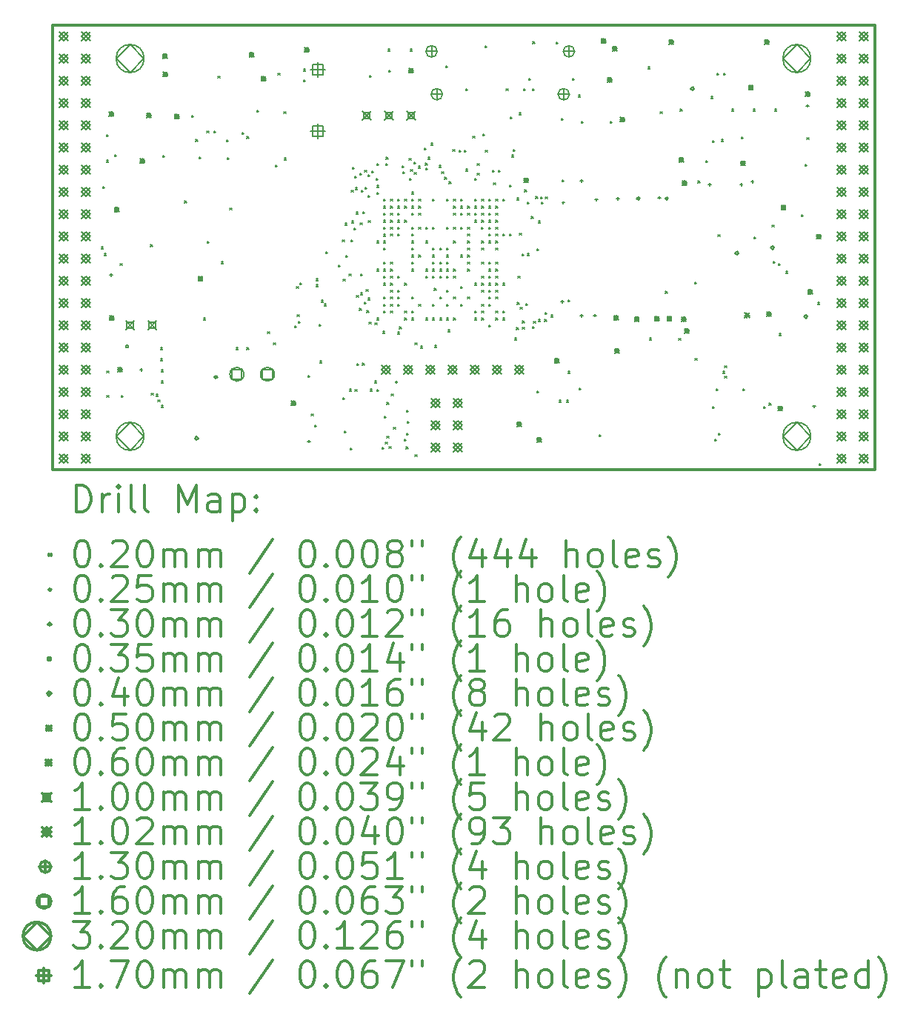
<source format=gbr>
%FSLAX45Y45*%
G04 Gerber Fmt 4.5, Leading zero omitted, Abs format (unit mm)*
G04 Created by KiCad (PCBNEW 5.0.0+dfsg1-2) date Mon Aug 27 09:53:06 2018*
%MOMM*%
%LPD*%
G01*
G04 APERTURE LIST*
%ADD10C,0.300000*%
%ADD11C,0.200000*%
G04 APERTURE END LIST*
D10*
X9410000Y-6142000D02*
X9410000Y-11222000D01*
X18808000Y-6142000D02*
X9410000Y-6142000D01*
X18808000Y-11222000D02*
X18808000Y-6142000D01*
X9410000Y-11222000D02*
X18808000Y-11222000D01*
D11*
X9969000Y-8676600D02*
X9989000Y-8696600D01*
X9989000Y-8676600D02*
X9969000Y-8696600D01*
X9990550Y-7986200D02*
X10010550Y-8006200D01*
X10010550Y-7986200D02*
X9990550Y-8006200D01*
X10007100Y-8752800D02*
X10027100Y-8772800D01*
X10027100Y-8752800D02*
X10007100Y-8772800D01*
X10032500Y-7393900D02*
X10052500Y-7413900D01*
X10052500Y-7393900D02*
X10032500Y-7413900D01*
X10032500Y-7686000D02*
X10052500Y-7706000D01*
X10052500Y-7686000D02*
X10032500Y-7706000D01*
X10035000Y-10094400D02*
X10055000Y-10114400D01*
X10055000Y-10094400D02*
X10035000Y-10114400D01*
X10035000Y-10373800D02*
X10055000Y-10393800D01*
X10055000Y-10373800D02*
X10035000Y-10393800D01*
X10125400Y-7619700D02*
X10145400Y-7639700D01*
X10145400Y-7619700D02*
X10125400Y-7639700D01*
X10187400Y-8868850D02*
X10207400Y-8888850D01*
X10207400Y-8868850D02*
X10187400Y-8888850D01*
X10200100Y-10373800D02*
X10220100Y-10393800D01*
X10220100Y-10373800D02*
X10200100Y-10393800D01*
X10535450Y-8649900D02*
X10555450Y-8669900D01*
X10555450Y-8649900D02*
X10535450Y-8669900D01*
X10543000Y-10348400D02*
X10563000Y-10368400D01*
X10563000Y-10348400D02*
X10543000Y-10368400D01*
X10595970Y-10361643D02*
X10615970Y-10381643D01*
X10615970Y-10361643D02*
X10595970Y-10381643D01*
X10619200Y-10424600D02*
X10639200Y-10444600D01*
X10639200Y-10424600D02*
X10619200Y-10444600D01*
X10650950Y-9827700D02*
X10670950Y-9847700D01*
X10670950Y-9827700D02*
X10650950Y-9847700D01*
X10650950Y-9954700D02*
X10670950Y-9974700D01*
X10670950Y-9954700D02*
X10650950Y-9974700D01*
X10657300Y-10081700D02*
X10677300Y-10101700D01*
X10677300Y-10081700D02*
X10657300Y-10101700D01*
X10657300Y-10208701D02*
X10677300Y-10228701D01*
X10677300Y-10208701D02*
X10657300Y-10228701D01*
X10657300Y-10488100D02*
X10677300Y-10508100D01*
X10677300Y-10488100D02*
X10657300Y-10508100D01*
X10671500Y-7632400D02*
X10691500Y-7652400D01*
X10691500Y-7632400D02*
X10671500Y-7652400D01*
X10924000Y-8151300D02*
X10944000Y-8171300D01*
X10944000Y-8151300D02*
X10924000Y-8171300D01*
X11001700Y-7175200D02*
X11021700Y-7195200D01*
X11021700Y-7175200D02*
X11001700Y-7195200D01*
X11049908Y-7448938D02*
X11069908Y-7468938D01*
X11069908Y-7448938D02*
X11049908Y-7468938D01*
X11090600Y-7645100D02*
X11110600Y-7665100D01*
X11110600Y-7645100D02*
X11090600Y-7665100D01*
X11137400Y-9489400D02*
X11157400Y-9509400D01*
X11157400Y-9489400D02*
X11137400Y-9509400D01*
X11178000Y-7350000D02*
X11198000Y-7370000D01*
X11198000Y-7350000D02*
X11178000Y-7370000D01*
X11179522Y-8615379D02*
X11199522Y-8635379D01*
X11199522Y-8615379D02*
X11179522Y-8635379D01*
X11258000Y-7350000D02*
X11278000Y-7370000D01*
X11278000Y-7350000D02*
X11258000Y-7370000D01*
X11305725Y-6724363D02*
X11325725Y-6744363D01*
X11325725Y-6724363D02*
X11305725Y-6744363D01*
X11344600Y-8845973D02*
X11364600Y-8865973D01*
X11364600Y-8845973D02*
X11344600Y-8865973D01*
X11400408Y-7451220D02*
X11420408Y-7471220D01*
X11420408Y-7451220D02*
X11400408Y-7471220D01*
X11408100Y-7657800D02*
X11428100Y-7677800D01*
X11428100Y-7657800D02*
X11408100Y-7677800D01*
X11441393Y-8230943D02*
X11461393Y-8250943D01*
X11461393Y-8230943D02*
X11441393Y-8250943D01*
X11514550Y-9827700D02*
X11534550Y-9847700D01*
X11534550Y-9827700D02*
X11514550Y-9847700D01*
X11578000Y-7370000D02*
X11598000Y-7390000D01*
X11598000Y-7370000D02*
X11578000Y-7390000D01*
X11633852Y-9827700D02*
X11653852Y-9847700D01*
X11653852Y-9827700D02*
X11633852Y-9847700D01*
X11635200Y-7414700D02*
X11655200Y-7434700D01*
X11655200Y-7414700D02*
X11635200Y-7434700D01*
X11747000Y-7114500D02*
X11767000Y-7134500D01*
X11767000Y-7114500D02*
X11747000Y-7134500D01*
X11870412Y-9644112D02*
X11890412Y-9664112D01*
X11890412Y-9644112D02*
X11870412Y-9664112D01*
X11940000Y-9772000D02*
X11960000Y-9792000D01*
X11960000Y-9772000D02*
X11940000Y-9792000D01*
X11959215Y-7739412D02*
X11979215Y-7759412D01*
X11979215Y-7739412D02*
X11959215Y-7759412D01*
X11990800Y-6690800D02*
X12010800Y-6710800D01*
X12010800Y-6690800D02*
X11990800Y-6710800D01*
X12056498Y-7133651D02*
X12076498Y-7153651D01*
X12076498Y-7133651D02*
X12056498Y-7153651D01*
X12063993Y-7659408D02*
X12083993Y-7679408D01*
X12083993Y-7659408D02*
X12063993Y-7679408D01*
X12182800Y-9575500D02*
X12202800Y-9595500D01*
X12202800Y-9575500D02*
X12182800Y-9595500D01*
X12201657Y-9128657D02*
X12221657Y-9148657D01*
X12221657Y-9128657D02*
X12201657Y-9148657D01*
X12210364Y-9448538D02*
X12230364Y-9468538D01*
X12230364Y-9448538D02*
X12210364Y-9468538D01*
X12220900Y-9524700D02*
X12240900Y-9544700D01*
X12240900Y-9524700D02*
X12220900Y-9544700D01*
X12242096Y-9088217D02*
X12262096Y-9108217D01*
X12262096Y-9088217D02*
X12242096Y-9108217D01*
X12282618Y-6643232D02*
X12302618Y-6663232D01*
X12302618Y-6643232D02*
X12282618Y-6663232D01*
X12284400Y-6768800D02*
X12304400Y-6788800D01*
X12304400Y-6768800D02*
X12284400Y-6788800D01*
X12332545Y-10146435D02*
X12352545Y-10166435D01*
X12352545Y-10146435D02*
X12332545Y-10166435D01*
X12370241Y-10586650D02*
X12390241Y-10606650D01*
X12390241Y-10586650D02*
X12370241Y-10606650D01*
X12410242Y-10710764D02*
X12430242Y-10730764D01*
X12430242Y-10710764D02*
X12410242Y-10730764D01*
X12423701Y-9107100D02*
X12443701Y-9127100D01*
X12443701Y-9107100D02*
X12423701Y-9127100D01*
X12423702Y-9038791D02*
X12443702Y-9058791D01*
X12443702Y-9038791D02*
X12423702Y-9058791D01*
X12460700Y-9561000D02*
X12480700Y-9581000D01*
X12480700Y-9561000D02*
X12460700Y-9581000D01*
X12467050Y-9980100D02*
X12487050Y-10000100D01*
X12487050Y-9980100D02*
X12467050Y-10000100D01*
X12486399Y-9285661D02*
X12506399Y-9305661D01*
X12506399Y-9285661D02*
X12486399Y-9305661D01*
X12519149Y-9329350D02*
X12539149Y-9349350D01*
X12539149Y-9329350D02*
X12519149Y-9349350D01*
X12538837Y-8731087D02*
X12558837Y-8751087D01*
X12558837Y-8731087D02*
X12538837Y-8751087D01*
X12682329Y-8882979D02*
X12702329Y-8902979D01*
X12702329Y-8882979D02*
X12682329Y-8902979D01*
X12727400Y-8595800D02*
X12747400Y-8615800D01*
X12747400Y-8595800D02*
X12727400Y-8615800D01*
X12731909Y-10397773D02*
X12751909Y-10417773D01*
X12751909Y-10397773D02*
X12731909Y-10417773D01*
X12733834Y-9045740D02*
X12753834Y-9065740D01*
X12753834Y-9045740D02*
X12733834Y-9065740D01*
X12748660Y-10777504D02*
X12768660Y-10797504D01*
X12768660Y-10777504D02*
X12748660Y-10797504D01*
X12759150Y-8405300D02*
X12779150Y-8425300D01*
X12779150Y-8405300D02*
X12759150Y-8425300D01*
X12764768Y-8776012D02*
X12784768Y-8796012D01*
X12784768Y-8776012D02*
X12764768Y-8796012D01*
X12803218Y-8983018D02*
X12823218Y-9003018D01*
X12823218Y-8983018D02*
X12803218Y-9003018D01*
X12808750Y-10300900D02*
X12828750Y-10320900D01*
X12828750Y-10300900D02*
X12808750Y-10320900D01*
X12815100Y-10974000D02*
X12835100Y-10994000D01*
X12835100Y-10974000D02*
X12815100Y-10994000D01*
X12824072Y-8596207D02*
X12844072Y-8616207D01*
X12844072Y-8596207D02*
X12824072Y-8616207D01*
X12829000Y-8030650D02*
X12849000Y-8050650D01*
X12849000Y-8030650D02*
X12829000Y-8050650D01*
X12835350Y-8379900D02*
X12855350Y-8399900D01*
X12855350Y-8379900D02*
X12835350Y-8399900D01*
X12841700Y-7765451D02*
X12861700Y-7785451D01*
X12861700Y-7765451D02*
X12841700Y-7785451D01*
X12860114Y-8462438D02*
X12880114Y-8482438D01*
X12880114Y-8462438D02*
X12860114Y-8482438D01*
X12867100Y-7865550D02*
X12887100Y-7885550D01*
X12887100Y-7865550D02*
X12867100Y-7885550D01*
X12870682Y-10308590D02*
X12890682Y-10328590D01*
X12890682Y-10308590D02*
X12870682Y-10328590D01*
X12873450Y-7998900D02*
X12893450Y-8018900D01*
X12893450Y-7998900D02*
X12873450Y-8018900D01*
X12886150Y-8278300D02*
X12906150Y-8298300D01*
X12906150Y-8278300D02*
X12886150Y-8298300D01*
X12886283Y-9229083D02*
X12906283Y-9249083D01*
X12906283Y-9229083D02*
X12886283Y-9249083D01*
X12890520Y-10007480D02*
X12910520Y-10027480D01*
X12910520Y-10007480D02*
X12890520Y-10027480D01*
X12921835Y-9377845D02*
X12941835Y-9397845D01*
X12941835Y-9377845D02*
X12921835Y-9397845D01*
X12924250Y-7833800D02*
X12944250Y-7853800D01*
X12944250Y-7833800D02*
X12924250Y-7853800D01*
X12930501Y-8400852D02*
X12950501Y-8420852D01*
X12950501Y-8400852D02*
X12930501Y-8420852D01*
X12934924Y-8983794D02*
X12954924Y-9003794D01*
X12954924Y-8983794D02*
X12934924Y-9003794D01*
X12935750Y-9202350D02*
X12955750Y-9222350D01*
X12955750Y-9202350D02*
X12935750Y-9222350D01*
X12940751Y-8030650D02*
X12960751Y-8050650D01*
X12960751Y-8030650D02*
X12940751Y-8050650D01*
X12956000Y-10005500D02*
X12976000Y-10025500D01*
X12976000Y-10005500D02*
X12956000Y-10025500D01*
X12962350Y-8273851D02*
X12982350Y-8293851D01*
X12982350Y-8273851D02*
X12962350Y-8293851D01*
X12976189Y-9308896D02*
X12996189Y-9328896D01*
X12996189Y-9308896D02*
X12976189Y-9328896D01*
X12981400Y-7802050D02*
X13001400Y-7822050D01*
X13001400Y-7802050D02*
X12981400Y-7822050D01*
X12984711Y-7994431D02*
X13004711Y-8014431D01*
X13004711Y-7994431D02*
X12984711Y-8014431D01*
X12999250Y-9164250D02*
X13019250Y-9184250D01*
X13019250Y-9164250D02*
X12999250Y-9184250D01*
X13007618Y-9405227D02*
X13027618Y-9425227D01*
X13027618Y-9405227D02*
X13007618Y-9425227D01*
X13018300Y-9259500D02*
X13038300Y-9279500D01*
X13038300Y-9259500D02*
X13018300Y-9279500D01*
X13018305Y-7852464D02*
X13038305Y-7872464D01*
X13038305Y-7852464D02*
X13018305Y-7872464D01*
X13019500Y-8087800D02*
X13039500Y-8107800D01*
X13039500Y-8087800D02*
X13019500Y-8107800D01*
X13023410Y-8375410D02*
X13043410Y-8395410D01*
X13043410Y-8375410D02*
X13023410Y-8395410D01*
X13030548Y-9536431D02*
X13050548Y-9556431D01*
X13050548Y-9536431D02*
X13030548Y-9556431D01*
X13033700Y-6718000D02*
X13053700Y-6738000D01*
X13053700Y-6718000D02*
X13033700Y-6738000D01*
X13043700Y-10300900D02*
X13063700Y-10320900D01*
X13063700Y-10300900D02*
X13043700Y-10320900D01*
X13063950Y-7808400D02*
X13083950Y-7828400D01*
X13083950Y-7808400D02*
X13063950Y-7828400D01*
X13093907Y-10208700D02*
X13113907Y-10228700D01*
X13113907Y-10208700D02*
X13093907Y-10228700D01*
X13098471Y-9546418D02*
X13118471Y-9566418D01*
X13118471Y-9546418D02*
X13098471Y-9566418D01*
X13114818Y-7892343D02*
X13134818Y-7912343D01*
X13134818Y-7892343D02*
X13114818Y-7912343D01*
X13118000Y-8052363D02*
X13138000Y-8072363D01*
X13138000Y-8052363D02*
X13118000Y-8072363D01*
X13118000Y-8610000D02*
X13138000Y-8630000D01*
X13138000Y-8610000D02*
X13118000Y-8630000D01*
X13118000Y-8930000D02*
X13138000Y-8950000D01*
X13138000Y-8930000D02*
X13118000Y-8950000D01*
X13118000Y-9490000D02*
X13138000Y-9510000D01*
X13138000Y-9490000D02*
X13118000Y-9510000D01*
X13118565Y-7722735D02*
X13138565Y-7742735D01*
X13138565Y-7722735D02*
X13118565Y-7742735D01*
X13119785Y-7972345D02*
X13139785Y-7992345D01*
X13139785Y-7972345D02*
X13119785Y-7992345D01*
X13119900Y-10307250D02*
X13139900Y-10327250D01*
X13139900Y-10307250D02*
X13119900Y-10327250D01*
X13178250Y-10964350D02*
X13198250Y-10984350D01*
X13198250Y-10964350D02*
X13178250Y-10984350D01*
X13189750Y-9640500D02*
X13209750Y-9660500D01*
X13209750Y-9640500D02*
X13189750Y-9660500D01*
X13197734Y-9090201D02*
X13217734Y-9110201D01*
X13217734Y-9090201D02*
X13197734Y-9110201D01*
X13198000Y-8130000D02*
X13218000Y-8150000D01*
X13218000Y-8130000D02*
X13198000Y-8150000D01*
X13198000Y-8210000D02*
X13218000Y-8230000D01*
X13218000Y-8210000D02*
X13198000Y-8230000D01*
X13198000Y-8290000D02*
X13218000Y-8310000D01*
X13218000Y-8290000D02*
X13198000Y-8310000D01*
X13198000Y-8370000D02*
X13218000Y-8390000D01*
X13218000Y-8370000D02*
X13198000Y-8390000D01*
X13198000Y-8450000D02*
X13218000Y-8470000D01*
X13218000Y-8450000D02*
X13198000Y-8470000D01*
X13198000Y-8531500D02*
X13218000Y-8551500D01*
X13218000Y-8531500D02*
X13198000Y-8551500D01*
X13198000Y-8610000D02*
X13218000Y-8630000D01*
X13218000Y-8610000D02*
X13198000Y-8630000D01*
X13198000Y-8690000D02*
X13218000Y-8710000D01*
X13218000Y-8690000D02*
X13198000Y-8710000D01*
X13198000Y-8850000D02*
X13218000Y-8870000D01*
X13218000Y-8850000D02*
X13198000Y-8870000D01*
X13198000Y-8930000D02*
X13218000Y-8950000D01*
X13218000Y-8930000D02*
X13198000Y-8950000D01*
X13198000Y-9010000D02*
X13218000Y-9030000D01*
X13218000Y-9010000D02*
X13198000Y-9030000D01*
X13198000Y-9250000D02*
X13218000Y-9270000D01*
X13218000Y-9250000D02*
X13198000Y-9270000D01*
X13198000Y-9330000D02*
X13218000Y-9350000D01*
X13218000Y-9330000D02*
X13198000Y-9350000D01*
X13198000Y-9410000D02*
X13218000Y-9430000D01*
X13218000Y-9410000D02*
X13198000Y-9430000D01*
X13206286Y-10608587D02*
X13226286Y-10628587D01*
X13226286Y-10608587D02*
X13206286Y-10628587D01*
X13217511Y-10908296D02*
X13237511Y-10928296D01*
X13237511Y-10908296D02*
X13217511Y-10928296D01*
X13220903Y-7724256D02*
X13240903Y-7744256D01*
X13240903Y-7724256D02*
X13220903Y-7744256D01*
X13227850Y-7652950D02*
X13247850Y-7672950D01*
X13247850Y-7652950D02*
X13227850Y-7672950D01*
X13234200Y-10453300D02*
X13254200Y-10473300D01*
X13254200Y-10453300D02*
X13234200Y-10473300D01*
X13234200Y-10840650D02*
X13254200Y-10860650D01*
X13254200Y-10840650D02*
X13234200Y-10860650D01*
X13245600Y-6416000D02*
X13265600Y-6436000D01*
X13265600Y-6416000D02*
X13245600Y-6436000D01*
X13258300Y-6657300D02*
X13278300Y-6677300D01*
X13278300Y-6657300D02*
X13258300Y-6677300D01*
X13260800Y-10958000D02*
X13280800Y-10978000D01*
X13280800Y-10958000D02*
X13260800Y-10978000D01*
X13278000Y-8130000D02*
X13298000Y-8150000D01*
X13298000Y-8130000D02*
X13278000Y-8150000D01*
X13278000Y-8210000D02*
X13298000Y-8230000D01*
X13298000Y-8210000D02*
X13278000Y-8230000D01*
X13278000Y-8290000D02*
X13298000Y-8310000D01*
X13298000Y-8290000D02*
X13278000Y-8310000D01*
X13278000Y-8370000D02*
X13298000Y-8390000D01*
X13298000Y-8370000D02*
X13278000Y-8390000D01*
X13278000Y-8450000D02*
X13298000Y-8470000D01*
X13298000Y-8450000D02*
X13278000Y-8470000D01*
X13278000Y-8530000D02*
X13298000Y-8550000D01*
X13298000Y-8530000D02*
X13278000Y-8550000D01*
X13278000Y-8850000D02*
X13298000Y-8870000D01*
X13298000Y-8850000D02*
X13278000Y-8870000D01*
X13278000Y-8930000D02*
X13298000Y-8950000D01*
X13298000Y-8930000D02*
X13278000Y-8950000D01*
X13278000Y-9010000D02*
X13298000Y-9030000D01*
X13298000Y-9010000D02*
X13278000Y-9030000D01*
X13278000Y-9090000D02*
X13298000Y-9110000D01*
X13298000Y-9090000D02*
X13278000Y-9110000D01*
X13278000Y-9170000D02*
X13298000Y-9190000D01*
X13298000Y-9170000D02*
X13278000Y-9190000D01*
X13278000Y-9250000D02*
X13298000Y-9270000D01*
X13298000Y-9250000D02*
X13278000Y-9270000D01*
X13278000Y-9330000D02*
X13298000Y-9350000D01*
X13298000Y-9330000D02*
X13278000Y-9350000D01*
X13278000Y-9410000D02*
X13298000Y-9430000D01*
X13298000Y-9410000D02*
X13278000Y-9430000D01*
X13285000Y-10358050D02*
X13305000Y-10378050D01*
X13305000Y-10358050D02*
X13285000Y-10378050D01*
X13311600Y-10736500D02*
X13331600Y-10756500D01*
X13331600Y-10736500D02*
X13311600Y-10756500D01*
X13358000Y-8130000D02*
X13378000Y-8150000D01*
X13378000Y-8130000D02*
X13358000Y-8150000D01*
X13358000Y-8210000D02*
X13378000Y-8230000D01*
X13378000Y-8210000D02*
X13358000Y-8230000D01*
X13358000Y-8290000D02*
X13378000Y-8310000D01*
X13378000Y-8290000D02*
X13358000Y-8310000D01*
X13358000Y-8370000D02*
X13378000Y-8390000D01*
X13378000Y-8370000D02*
X13358000Y-8390000D01*
X13358000Y-8450000D02*
X13378000Y-8470000D01*
X13378000Y-8450000D02*
X13358000Y-8470000D01*
X13358000Y-8530000D02*
X13378000Y-8550000D01*
X13378000Y-8530000D02*
X13358000Y-8550000D01*
X13358000Y-9010000D02*
X13378000Y-9030000D01*
X13378000Y-9010000D02*
X13358000Y-9030000D01*
X13358000Y-9170000D02*
X13378000Y-9190000D01*
X13378000Y-9170000D02*
X13358000Y-9190000D01*
X13358000Y-9250000D02*
X13378000Y-9270000D01*
X13378000Y-9250000D02*
X13358000Y-9270000D01*
X13358000Y-9330000D02*
X13378000Y-9350000D01*
X13378000Y-9330000D02*
X13358000Y-9350000D01*
X13358000Y-9650000D02*
X13378000Y-9670000D01*
X13378000Y-9650000D02*
X13358000Y-9670000D01*
X13378000Y-9590000D02*
X13398000Y-9610000D01*
X13398000Y-9590000D02*
X13378000Y-9610000D01*
X13411163Y-7748395D02*
X13431163Y-7768395D01*
X13431163Y-7748395D02*
X13411163Y-7768395D01*
X13415020Y-7815418D02*
X13435020Y-7835418D01*
X13435020Y-7815418D02*
X13415020Y-7835418D01*
X13436400Y-10874197D02*
X13456400Y-10894197D01*
X13456400Y-10874197D02*
X13436400Y-10894197D01*
X13438000Y-8130000D02*
X13458000Y-8150000D01*
X13458000Y-8130000D02*
X13438000Y-8150000D01*
X13438000Y-8210000D02*
X13458000Y-8230000D01*
X13458000Y-8210000D02*
X13438000Y-8230000D01*
X13438000Y-8370000D02*
X13458000Y-8390000D01*
X13458000Y-8370000D02*
X13438000Y-8390000D01*
X13438000Y-9090000D02*
X13458000Y-9110000D01*
X13458000Y-9090000D02*
X13438000Y-9110000D01*
X13438000Y-9410000D02*
X13458000Y-9430000D01*
X13458000Y-9410000D02*
X13438000Y-9430000D01*
X13438000Y-9490000D02*
X13458000Y-9510000D01*
X13458000Y-9490000D02*
X13438000Y-9510000D01*
X13453687Y-10961995D02*
X13473687Y-10981995D01*
X13473687Y-10961995D02*
X13453687Y-10981995D01*
X13457587Y-10803159D02*
X13477587Y-10823159D01*
X13477587Y-10803159D02*
X13457587Y-10823159D01*
X13460735Y-10540845D02*
X13480735Y-10560845D01*
X13480735Y-10540845D02*
X13460735Y-10560845D01*
X13465065Y-10671051D02*
X13485065Y-10691051D01*
X13485065Y-10671051D02*
X13465065Y-10691051D01*
X13489399Y-7662350D02*
X13509399Y-7682350D01*
X13509399Y-7662350D02*
X13489399Y-7682350D01*
X13492132Y-7892495D02*
X13512132Y-7912495D01*
X13512132Y-7892495D02*
X13492132Y-7912495D01*
X13499600Y-6416000D02*
X13519600Y-6436000D01*
X13519600Y-6416000D02*
X13499600Y-6436000D01*
X13507250Y-7792650D02*
X13527250Y-7812650D01*
X13527250Y-7792650D02*
X13507250Y-7812650D01*
X13518000Y-8050000D02*
X13538000Y-8070000D01*
X13538000Y-8050000D02*
X13518000Y-8070000D01*
X13518000Y-8130000D02*
X13538000Y-8150000D01*
X13538000Y-8130000D02*
X13518000Y-8150000D01*
X13518000Y-8210000D02*
X13538000Y-8230000D01*
X13538000Y-8210000D02*
X13518000Y-8230000D01*
X13518000Y-8290000D02*
X13538000Y-8310000D01*
X13538000Y-8290000D02*
X13518000Y-8310000D01*
X13518000Y-8450000D02*
X13538000Y-8470000D01*
X13538000Y-8450000D02*
X13518000Y-8470000D01*
X13518000Y-8530000D02*
X13538000Y-8550000D01*
X13538000Y-8530000D02*
X13518000Y-8550000D01*
X13518000Y-8610000D02*
X13538000Y-8630000D01*
X13538000Y-8610000D02*
X13518000Y-8630000D01*
X13518000Y-8690000D02*
X13538000Y-8710000D01*
X13538000Y-8690000D02*
X13518000Y-8710000D01*
X13518000Y-8770000D02*
X13538000Y-8790000D01*
X13538000Y-8770000D02*
X13518000Y-8790000D01*
X13518000Y-8850000D02*
X13538000Y-8870000D01*
X13538000Y-8850000D02*
X13518000Y-8870000D01*
X13518000Y-8930000D02*
X13538000Y-8950000D01*
X13538000Y-8930000D02*
X13518000Y-8950000D01*
X13518000Y-9250000D02*
X13538000Y-9270000D01*
X13538000Y-9250000D02*
X13518000Y-9270000D01*
X13518000Y-9410000D02*
X13538000Y-9430000D01*
X13538000Y-9410000D02*
X13518000Y-9430000D01*
X13518000Y-9490000D02*
X13538000Y-9510000D01*
X13538000Y-9490000D02*
X13518000Y-9510000D01*
X13546550Y-7706800D02*
X13566550Y-7726800D01*
X13566550Y-7706800D02*
X13546550Y-7726800D01*
X13549150Y-7827659D02*
X13569150Y-7847659D01*
X13569150Y-7827659D02*
X13549150Y-7847659D01*
X13555656Y-11051071D02*
X13575656Y-11071071D01*
X13575656Y-11051071D02*
X13555656Y-11071071D01*
X13558000Y-9770000D02*
X13578000Y-9790000D01*
X13578000Y-9770000D02*
X13558000Y-9790000D01*
X13594882Y-7754550D02*
X13614882Y-7774550D01*
X13614882Y-7754550D02*
X13594882Y-7774550D01*
X13598000Y-8130000D02*
X13618000Y-8150000D01*
X13618000Y-8130000D02*
X13598000Y-8150000D01*
X13598000Y-8210000D02*
X13618000Y-8230000D01*
X13618000Y-8210000D02*
X13598000Y-8230000D01*
X13598000Y-8290000D02*
X13618000Y-8310000D01*
X13618000Y-8290000D02*
X13598000Y-8310000D01*
X13598000Y-8450000D02*
X13618000Y-8470000D01*
X13618000Y-8450000D02*
X13598000Y-8470000D01*
X13598000Y-8770000D02*
X13618000Y-8790000D01*
X13618000Y-8770000D02*
X13598000Y-8790000D01*
X13598000Y-9330000D02*
X13618000Y-9350000D01*
X13618000Y-9330000D02*
X13598000Y-9350000D01*
X13618000Y-9810000D02*
X13638000Y-9830000D01*
X13638000Y-9810000D02*
X13618000Y-9830000D01*
X13664259Y-7547941D02*
X13684259Y-7567941D01*
X13684259Y-7547941D02*
X13664259Y-7567941D01*
X13676320Y-7718760D02*
X13696320Y-7738760D01*
X13696320Y-7718760D02*
X13676320Y-7738760D01*
X13678000Y-8450000D02*
X13698000Y-8470000D01*
X13698000Y-8450000D02*
X13678000Y-8470000D01*
X13678000Y-8610000D02*
X13698000Y-8630000D01*
X13698000Y-8610000D02*
X13678000Y-8630000D01*
X13678000Y-8930000D02*
X13698000Y-8950000D01*
X13698000Y-8930000D02*
X13678000Y-8950000D01*
X13678000Y-9010000D02*
X13698000Y-9030000D01*
X13698000Y-9010000D02*
X13678000Y-9030000D01*
X13678000Y-9490000D02*
X13698000Y-9510000D01*
X13698000Y-9490000D02*
X13678000Y-9510000D01*
X13679461Y-7776107D02*
X13699461Y-7796107D01*
X13699461Y-7776107D02*
X13679461Y-7796107D01*
X13707437Y-7652487D02*
X13727437Y-7672487D01*
X13727437Y-7652487D02*
X13707437Y-7672487D01*
X13738000Y-7490000D02*
X13758000Y-7510000D01*
X13758000Y-7490000D02*
X13738000Y-7510000D01*
X13758000Y-8130000D02*
X13778000Y-8150000D01*
X13778000Y-8130000D02*
X13758000Y-8150000D01*
X13758000Y-8450000D02*
X13778000Y-8470000D01*
X13778000Y-8450000D02*
X13758000Y-8470000D01*
X13758000Y-8690000D02*
X13778000Y-8710000D01*
X13778000Y-8690000D02*
X13758000Y-8710000D01*
X13758000Y-8770000D02*
X13778000Y-8790000D01*
X13778000Y-8770000D02*
X13758000Y-8790000D01*
X13758000Y-8850000D02*
X13778000Y-8870000D01*
X13778000Y-8850000D02*
X13758000Y-8870000D01*
X13758000Y-8930000D02*
X13778000Y-8950000D01*
X13778000Y-8930000D02*
X13758000Y-8950000D01*
X13758000Y-9010000D02*
X13778000Y-9030000D01*
X13778000Y-9010000D02*
X13758000Y-9030000D01*
X13758000Y-9330000D02*
X13778000Y-9350000D01*
X13778000Y-9330000D02*
X13758000Y-9350000D01*
X13758000Y-9490000D02*
X13778000Y-9510000D01*
X13778000Y-9490000D02*
X13758000Y-9510000D01*
X13778000Y-9150000D02*
X13798000Y-9170000D01*
X13798000Y-9150000D02*
X13778000Y-9170000D01*
X13781499Y-9802300D02*
X13801499Y-9822300D01*
X13801499Y-9802300D02*
X13781499Y-9822300D01*
X13830592Y-7745154D02*
X13850592Y-7765154D01*
X13850592Y-7745154D02*
X13830592Y-7765154D01*
X13838000Y-8690000D02*
X13858000Y-8710000D01*
X13858000Y-8690000D02*
X13838000Y-8710000D01*
X13838000Y-8850000D02*
X13858000Y-8870000D01*
X13858000Y-8850000D02*
X13838000Y-8870000D01*
X13838000Y-8930000D02*
X13858000Y-8950000D01*
X13858000Y-8930000D02*
X13838000Y-8950000D01*
X13838000Y-9010000D02*
X13858000Y-9030000D01*
X13858000Y-9010000D02*
X13838000Y-9030000D01*
X13838000Y-9250000D02*
X13858000Y-9270000D01*
X13858000Y-9250000D02*
X13838000Y-9270000D01*
X13838000Y-9490000D02*
X13858000Y-9510000D01*
X13858000Y-9490000D02*
X13838000Y-9510000D01*
X13862850Y-7818050D02*
X13882850Y-7838050D01*
X13882850Y-7818050D02*
X13862850Y-7838050D01*
X13894600Y-7881550D02*
X13914600Y-7901550D01*
X13914600Y-7881550D02*
X13894600Y-7901550D01*
X13910000Y-6603700D02*
X13930000Y-6623700D01*
X13930000Y-6603700D02*
X13910000Y-6623700D01*
X13918000Y-8130000D02*
X13938000Y-8150000D01*
X13938000Y-8130000D02*
X13918000Y-8150000D01*
X13918000Y-8450000D02*
X13938000Y-8470000D01*
X13938000Y-8450000D02*
X13918000Y-8470000D01*
X13918000Y-8690000D02*
X13938000Y-8710000D01*
X13938000Y-8690000D02*
X13918000Y-8710000D01*
X13918000Y-8770000D02*
X13938000Y-8790000D01*
X13938000Y-8770000D02*
X13918000Y-8790000D01*
X13918000Y-8850000D02*
X13938000Y-8870000D01*
X13938000Y-8850000D02*
X13918000Y-8870000D01*
X13918000Y-8930000D02*
X13938000Y-8950000D01*
X13938000Y-8930000D02*
X13918000Y-8950000D01*
X13918000Y-9010000D02*
X13938000Y-9030000D01*
X13938000Y-9010000D02*
X13918000Y-9030000D01*
X13918000Y-9170000D02*
X13938000Y-9190000D01*
X13938000Y-9170000D02*
X13918000Y-9190000D01*
X13918000Y-9330000D02*
X13938000Y-9350000D01*
X13938000Y-9330000D02*
X13918000Y-9350000D01*
X13918000Y-9490000D02*
X13938000Y-9510000D01*
X13938000Y-9490000D02*
X13918000Y-9510000D01*
X13933900Y-9624500D02*
X13953900Y-9644500D01*
X13953900Y-9624500D02*
X13933900Y-9644500D01*
X13945400Y-7932350D02*
X13965400Y-7952350D01*
X13965400Y-7932350D02*
X13945400Y-7952350D01*
X13989352Y-7565171D02*
X14009352Y-7585171D01*
X14009352Y-7565171D02*
X13989352Y-7585171D01*
X13996000Y-8292000D02*
X14016000Y-8312000D01*
X14016000Y-8292000D02*
X13996000Y-8312000D01*
X13998000Y-8130000D02*
X14018000Y-8150000D01*
X14018000Y-8130000D02*
X13998000Y-8150000D01*
X13998000Y-8210000D02*
X14018000Y-8230000D01*
X14018000Y-8210000D02*
X13998000Y-8230000D01*
X13998000Y-8450000D02*
X14018000Y-8470000D01*
X14018000Y-8450000D02*
X13998000Y-8470000D01*
X13998000Y-8610000D02*
X14018000Y-8630000D01*
X14018000Y-8610000D02*
X13998000Y-8630000D01*
X13998000Y-8930000D02*
X14018000Y-8950000D01*
X14018000Y-8930000D02*
X13998000Y-8950000D01*
X13998000Y-9010000D02*
X14018000Y-9030000D01*
X14018000Y-9010000D02*
X13998000Y-9030000D01*
X13998000Y-9250000D02*
X14018000Y-9270000D01*
X14018000Y-9250000D02*
X13998000Y-9270000D01*
X13998000Y-9490000D02*
X14018000Y-9510000D01*
X14018000Y-9490000D02*
X13998000Y-9510000D01*
X14058000Y-7570000D02*
X14078000Y-7590000D01*
X14078000Y-7570000D02*
X14058000Y-7590000D01*
X14078000Y-8130000D02*
X14098000Y-8150000D01*
X14098000Y-8130000D02*
X14078000Y-8150000D01*
X14078000Y-8210000D02*
X14098000Y-8230000D01*
X14098000Y-8210000D02*
X14078000Y-8230000D01*
X14078000Y-8290000D02*
X14098000Y-8310000D01*
X14098000Y-8290000D02*
X14078000Y-8310000D01*
X14078000Y-8450000D02*
X14098000Y-8470000D01*
X14098000Y-8450000D02*
X14078000Y-8470000D01*
X14078000Y-8770000D02*
X14098000Y-8790000D01*
X14098000Y-8770000D02*
X14078000Y-8790000D01*
X14078000Y-9130000D02*
X14098000Y-9150000D01*
X14098000Y-9130000D02*
X14078000Y-9150000D01*
X14078000Y-9330000D02*
X14098000Y-9350000D01*
X14098000Y-9330000D02*
X14078000Y-9350000D01*
X14118000Y-7570000D02*
X14138000Y-7590000D01*
X14138000Y-7570000D02*
X14118000Y-7590000D01*
X14135900Y-7786300D02*
X14155900Y-7806300D01*
X14155900Y-7786300D02*
X14135900Y-7806300D01*
X14138000Y-6870000D02*
X14158000Y-6890000D01*
X14158000Y-6870000D02*
X14138000Y-6890000D01*
X14158000Y-8210000D02*
X14178000Y-8230000D01*
X14178000Y-8210000D02*
X14158000Y-8230000D01*
X14158000Y-8290000D02*
X14178000Y-8310000D01*
X14178000Y-8290000D02*
X14158000Y-8310000D01*
X14158000Y-8450000D02*
X14178000Y-8470000D01*
X14178000Y-8450000D02*
X14158000Y-8470000D01*
X14158000Y-8530000D02*
X14178000Y-8550000D01*
X14178000Y-8530000D02*
X14158000Y-8550000D01*
X14158000Y-8610000D02*
X14178000Y-8630000D01*
X14178000Y-8610000D02*
X14158000Y-8630000D01*
X14158000Y-8690000D02*
X14178000Y-8710000D01*
X14178000Y-8690000D02*
X14158000Y-8710000D01*
X14158000Y-8770000D02*
X14178000Y-8790000D01*
X14178000Y-8770000D02*
X14158000Y-8790000D01*
X14158000Y-8850000D02*
X14178000Y-8870000D01*
X14178000Y-8850000D02*
X14158000Y-8870000D01*
X14158000Y-8930000D02*
X14178000Y-8950000D01*
X14178000Y-8930000D02*
X14158000Y-8950000D01*
X14158000Y-9250000D02*
X14178000Y-9270000D01*
X14178000Y-9250000D02*
X14158000Y-9270000D01*
X14218000Y-7410000D02*
X14238000Y-7430000D01*
X14238000Y-7410000D02*
X14218000Y-7430000D01*
X14236000Y-8292000D02*
X14256000Y-8312000D01*
X14256000Y-8292000D02*
X14236000Y-8312000D01*
X14236377Y-7893109D02*
X14256377Y-7913109D01*
X14256377Y-7893109D02*
X14236377Y-7913109D01*
X14238000Y-8130000D02*
X14258000Y-8150000D01*
X14258000Y-8130000D02*
X14238000Y-8150000D01*
X14238000Y-8210000D02*
X14258000Y-8230000D01*
X14258000Y-8210000D02*
X14238000Y-8230000D01*
X14238000Y-8370000D02*
X14258000Y-8390000D01*
X14258000Y-8370000D02*
X14238000Y-8390000D01*
X14238000Y-9090000D02*
X14258000Y-9110000D01*
X14258000Y-9090000D02*
X14238000Y-9110000D01*
X14238000Y-9410000D02*
X14258000Y-9430000D01*
X14258000Y-9410000D02*
X14238000Y-9430000D01*
X14238000Y-9490000D02*
X14258000Y-9510000D01*
X14258000Y-9490000D02*
X14238000Y-9510000D01*
X14267329Y-7833800D02*
X14287329Y-7853800D01*
X14287329Y-7833800D02*
X14267329Y-7853800D01*
X14268583Y-7723660D02*
X14288583Y-7743660D01*
X14288583Y-7723660D02*
X14268583Y-7743660D01*
X14316000Y-8452000D02*
X14336000Y-8472000D01*
X14336000Y-8452000D02*
X14316000Y-8472000D01*
X14318000Y-8130000D02*
X14338000Y-8150000D01*
X14338000Y-8130000D02*
X14318000Y-8150000D01*
X14318000Y-8210000D02*
X14338000Y-8230000D01*
X14338000Y-8210000D02*
X14318000Y-8230000D01*
X14318000Y-8290000D02*
X14338000Y-8310000D01*
X14338000Y-8290000D02*
X14318000Y-8310000D01*
X14318000Y-8370000D02*
X14338000Y-8390000D01*
X14338000Y-8370000D02*
X14318000Y-8390000D01*
X14318000Y-8610000D02*
X14338000Y-8630000D01*
X14338000Y-8610000D02*
X14318000Y-8630000D01*
X14318000Y-8690000D02*
X14338000Y-8710000D01*
X14338000Y-8690000D02*
X14318000Y-8710000D01*
X14318000Y-8850000D02*
X14338000Y-8870000D01*
X14338000Y-8850000D02*
X14318000Y-8870000D01*
X14318000Y-9010000D02*
X14338000Y-9030000D01*
X14338000Y-9010000D02*
X14318000Y-9030000D01*
X14318000Y-9090000D02*
X14338000Y-9110000D01*
X14338000Y-9090000D02*
X14318000Y-9110000D01*
X14318000Y-9170000D02*
X14338000Y-9190000D01*
X14338000Y-9170000D02*
X14318000Y-9190000D01*
X14318000Y-9330000D02*
X14338000Y-9350000D01*
X14338000Y-9330000D02*
X14318000Y-9350000D01*
X14318000Y-9410000D02*
X14338000Y-9430000D01*
X14338000Y-9410000D02*
X14318000Y-9430000D01*
X14318000Y-9490000D02*
X14338000Y-9510000D01*
X14338000Y-9490000D02*
X14318000Y-9510000D01*
X14331863Y-7387513D02*
X14351863Y-7407513D01*
X14351863Y-7387513D02*
X14331863Y-7407513D01*
X14355067Y-6376252D02*
X14375067Y-6396252D01*
X14375067Y-6376252D02*
X14355067Y-6396252D01*
X14360888Y-7571730D02*
X14380888Y-7591730D01*
X14380888Y-7571730D02*
X14360888Y-7591730D01*
X14398000Y-9570000D02*
X14418000Y-9590000D01*
X14418000Y-9570000D02*
X14398000Y-9590000D01*
X14398000Y-8130000D02*
X14418000Y-8150000D01*
X14418000Y-8130000D02*
X14398000Y-8150000D01*
X14398000Y-8210000D02*
X14418000Y-8230000D01*
X14418000Y-8210000D02*
X14398000Y-8230000D01*
X14398000Y-8290000D02*
X14418000Y-8310000D01*
X14418000Y-8290000D02*
X14398000Y-8310000D01*
X14398000Y-8370000D02*
X14418000Y-8390000D01*
X14418000Y-8370000D02*
X14398000Y-8390000D01*
X14398000Y-8450000D02*
X14418000Y-8470000D01*
X14418000Y-8450000D02*
X14398000Y-8470000D01*
X14398000Y-8530000D02*
X14418000Y-8550000D01*
X14418000Y-8530000D02*
X14398000Y-8550000D01*
X14398000Y-8610000D02*
X14418000Y-8630000D01*
X14418000Y-8610000D02*
X14398000Y-8630000D01*
X14398000Y-8850000D02*
X14418000Y-8870000D01*
X14418000Y-8850000D02*
X14398000Y-8870000D01*
X14398000Y-8930000D02*
X14418000Y-8950000D01*
X14418000Y-8930000D02*
X14398000Y-8950000D01*
X14398000Y-9010000D02*
X14418000Y-9030000D01*
X14418000Y-9010000D02*
X14398000Y-9030000D01*
X14398000Y-9090000D02*
X14418000Y-9110000D01*
X14418000Y-9090000D02*
X14398000Y-9110000D01*
X14398000Y-9170000D02*
X14418000Y-9190000D01*
X14418000Y-9170000D02*
X14398000Y-9190000D01*
X14398000Y-9250000D02*
X14418000Y-9270000D01*
X14418000Y-9250000D02*
X14398000Y-9270000D01*
X14398000Y-9330000D02*
X14418000Y-9350000D01*
X14418000Y-9330000D02*
X14398000Y-9350000D01*
X14441900Y-7802050D02*
X14461900Y-7822050D01*
X14461900Y-7802050D02*
X14441900Y-7822050D01*
X14453400Y-7942279D02*
X14473400Y-7962279D01*
X14473400Y-7942279D02*
X14453400Y-7962279D01*
X14478000Y-8130000D02*
X14498000Y-8150000D01*
X14498000Y-8130000D02*
X14478000Y-8150000D01*
X14478000Y-8210000D02*
X14498000Y-8230000D01*
X14498000Y-8210000D02*
X14478000Y-8230000D01*
X14478000Y-8290000D02*
X14498000Y-8310000D01*
X14498000Y-8290000D02*
X14478000Y-8310000D01*
X14478000Y-8370000D02*
X14498000Y-8390000D01*
X14498000Y-8370000D02*
X14478000Y-8390000D01*
X14478000Y-8450000D02*
X14498000Y-8470000D01*
X14498000Y-8450000D02*
X14478000Y-8470000D01*
X14478000Y-8530000D02*
X14498000Y-8550000D01*
X14498000Y-8530000D02*
X14478000Y-8550000D01*
X14478000Y-8610000D02*
X14498000Y-8630000D01*
X14498000Y-8610000D02*
X14478000Y-8630000D01*
X14478000Y-8690000D02*
X14498000Y-8710000D01*
X14498000Y-8690000D02*
X14478000Y-8710000D01*
X14478000Y-8850000D02*
X14498000Y-8870000D01*
X14498000Y-8850000D02*
X14478000Y-8870000D01*
X14478000Y-8930000D02*
X14498000Y-8950000D01*
X14498000Y-8930000D02*
X14478000Y-8950000D01*
X14478000Y-9010000D02*
X14498000Y-9030000D01*
X14498000Y-9010000D02*
X14478000Y-9030000D01*
X14478000Y-9090000D02*
X14498000Y-9110000D01*
X14498000Y-9090000D02*
X14478000Y-9110000D01*
X14478000Y-9170000D02*
X14498000Y-9190000D01*
X14498000Y-9170000D02*
X14478000Y-9190000D01*
X14478000Y-9250000D02*
X14498000Y-9270000D01*
X14498000Y-9250000D02*
X14478000Y-9270000D01*
X14478000Y-9410000D02*
X14498000Y-9430000D01*
X14498000Y-9410000D02*
X14478000Y-9430000D01*
X14478000Y-9490000D02*
X14498000Y-9510000D01*
X14498000Y-9490000D02*
X14478000Y-9510000D01*
X14511750Y-7802050D02*
X14531750Y-7822050D01*
X14531750Y-7802050D02*
X14511750Y-7822050D01*
X14558000Y-8130000D02*
X14578000Y-8150000D01*
X14578000Y-8130000D02*
X14558000Y-8150000D01*
X14558000Y-8530000D02*
X14578000Y-8550000D01*
X14578000Y-8530000D02*
X14558000Y-8550000D01*
X14558000Y-9090000D02*
X14578000Y-9110000D01*
X14578000Y-9090000D02*
X14558000Y-9110000D01*
X14558000Y-9410000D02*
X14578000Y-9430000D01*
X14578000Y-9410000D02*
X14558000Y-9430000D01*
X14558000Y-9490000D02*
X14578000Y-9510000D01*
X14578000Y-9490000D02*
X14558000Y-9510000D01*
X14598000Y-6870000D02*
X14618000Y-6890000D01*
X14618000Y-6870000D02*
X14598000Y-6890000D01*
X14638000Y-8530000D02*
X14658000Y-8550000D01*
X14658000Y-8530000D02*
X14638000Y-8550000D01*
X14638141Y-7971938D02*
X14658141Y-7991938D01*
X14658141Y-7971938D02*
X14638141Y-7991938D01*
X14646600Y-7187799D02*
X14666600Y-7207799D01*
X14666600Y-7187799D02*
X14646600Y-7207799D01*
X14660029Y-7625502D02*
X14680029Y-7645502D01*
X14680029Y-7625502D02*
X14660029Y-7645502D01*
X14676850Y-7560750D02*
X14696850Y-7580750D01*
X14696850Y-7560750D02*
X14676850Y-7580750D01*
X14694701Y-9716700D02*
X14714701Y-9736700D01*
X14714701Y-9716700D02*
X14694701Y-9736700D01*
X14718001Y-9600483D02*
X14738001Y-9620483D01*
X14738001Y-9600483D02*
X14718001Y-9620483D01*
X14720100Y-8116500D02*
X14740100Y-8136500D01*
X14740100Y-8116500D02*
X14720100Y-8136500D01*
X14724389Y-9311713D02*
X14744389Y-9331713D01*
X14744389Y-9311713D02*
X14724389Y-9331713D01*
X14733095Y-9013302D02*
X14753095Y-9033302D01*
X14753095Y-9013302D02*
X14733095Y-9033302D01*
X14748200Y-7143450D02*
X14768200Y-7163450D01*
X14768200Y-7143450D02*
X14748200Y-7163450D01*
X14751215Y-8517186D02*
X14771215Y-8537186D01*
X14771215Y-8517186D02*
X14751215Y-8537186D01*
X14760000Y-9366849D02*
X14780000Y-9386849D01*
X14780000Y-9366849D02*
X14760000Y-9386849D01*
X14781079Y-8758342D02*
X14801079Y-8778342D01*
X14801079Y-8758342D02*
X14781079Y-8778342D01*
X14782886Y-9523902D02*
X14802886Y-9543902D01*
X14802886Y-9523902D02*
X14782886Y-9543902D01*
X14784560Y-9593721D02*
X14804560Y-9613721D01*
X14804560Y-9593721D02*
X14784560Y-9613721D01*
X14795949Y-6870000D02*
X14815949Y-6890000D01*
X14815949Y-6870000D02*
X14795949Y-6890000D01*
X14810200Y-8024300D02*
X14830200Y-8044300D01*
X14830200Y-8024300D02*
X14810200Y-8044300D01*
X14824901Y-9322231D02*
X14844901Y-9342231D01*
X14844901Y-9322231D02*
X14824901Y-9342231D01*
X14838354Y-8752346D02*
X14858354Y-8772346D01*
X14858354Y-8752346D02*
X14838354Y-8772346D01*
X14841950Y-8164000D02*
X14861950Y-8184000D01*
X14861950Y-8164000D02*
X14841950Y-8184000D01*
X14858001Y-6750000D02*
X14878001Y-6770000D01*
X14878001Y-6750000D02*
X14858001Y-6770000D01*
X14886400Y-8329101D02*
X14906400Y-8349101D01*
X14906400Y-8329101D02*
X14886400Y-8349101D01*
X14898000Y-6870000D02*
X14918000Y-6890000D01*
X14918000Y-6870000D02*
X14898000Y-6890000D01*
X14899100Y-9586400D02*
X14919100Y-9606400D01*
X14919100Y-9586400D02*
X14899100Y-9606400D01*
X14903412Y-6332405D02*
X14923412Y-6352405D01*
X14923412Y-6332405D02*
X14903412Y-6352405D01*
X14910600Y-9526200D02*
X14930600Y-9546200D01*
X14930600Y-9526200D02*
X14910600Y-9546200D01*
X14937199Y-8100500D02*
X14957199Y-8120500D01*
X14957199Y-8100500D02*
X14937199Y-8120500D01*
X14947550Y-8699301D02*
X14967550Y-8719301D01*
X14967550Y-8699301D02*
X14947550Y-8719301D01*
X14947728Y-10322085D02*
X14967728Y-10342085D01*
X14967728Y-10322085D02*
X14947728Y-10342085D01*
X14966401Y-8381402D02*
X14986401Y-8401402D01*
X14986401Y-8381402D02*
X14966401Y-8401402D01*
X14967749Y-9507150D02*
X14987749Y-9527150D01*
X14987749Y-9507150D02*
X14967749Y-9527150D01*
X14991381Y-8107272D02*
X15011381Y-8127272D01*
X15011381Y-8107272D02*
X14991381Y-8127272D01*
X15000700Y-8164000D02*
X15020700Y-8184000D01*
X15020700Y-8164000D02*
X15000700Y-8184000D01*
X15037600Y-9507150D02*
X15057600Y-9527150D01*
X15057600Y-9507150D02*
X15037600Y-9527150D01*
X15043950Y-9424600D02*
X15063950Y-9444600D01*
X15063950Y-9424600D02*
X15043950Y-9444600D01*
X15045980Y-8106843D02*
X15065980Y-8126843D01*
X15065980Y-8106843D02*
X15045980Y-8126843D01*
X15109016Y-9455085D02*
X15129016Y-9475085D01*
X15129016Y-9455085D02*
X15109016Y-9475085D01*
X15167300Y-6337000D02*
X15187300Y-6357000D01*
X15187300Y-6337000D02*
X15167300Y-6357000D01*
X15201400Y-10429200D02*
X15221400Y-10449200D01*
X15221400Y-10429200D02*
X15201400Y-10449200D01*
X15230800Y-7206950D02*
X15250800Y-7226950D01*
X15250800Y-7206950D02*
X15230800Y-7226950D01*
X15239707Y-7909347D02*
X15259707Y-7929347D01*
X15259707Y-7909347D02*
X15239707Y-7929347D01*
X15290300Y-10429200D02*
X15310300Y-10449200D01*
X15310300Y-10429200D02*
X15290300Y-10449200D01*
X15303000Y-10099000D02*
X15323000Y-10119000D01*
X15323000Y-10099000D02*
X15303000Y-10119000D01*
X15305500Y-9281600D02*
X15325500Y-9301600D01*
X15325500Y-9281600D02*
X15305500Y-9301600D01*
X15358000Y-6750000D02*
X15378000Y-6770000D01*
X15378000Y-6750000D02*
X15358000Y-6770000D01*
X15421300Y-6940250D02*
X15441300Y-6960250D01*
X15441300Y-6940250D02*
X15421300Y-6960250D01*
X15432558Y-10288777D02*
X15452558Y-10308777D01*
X15452558Y-10288777D02*
X15432558Y-10308777D01*
X15459400Y-7238700D02*
X15479400Y-7258700D01*
X15479400Y-7238700D02*
X15459400Y-7258700D01*
X15662600Y-10820100D02*
X15682600Y-10840100D01*
X15682600Y-10820100D02*
X15662600Y-10840100D01*
X15789600Y-7238700D02*
X15809600Y-7258700D01*
X15809600Y-7238700D02*
X15789600Y-7258700D01*
X16217147Y-6618496D02*
X16237147Y-6638496D01*
X16237147Y-6618496D02*
X16217147Y-6638496D01*
X16234100Y-9717000D02*
X16254100Y-9737000D01*
X16254100Y-9717000D02*
X16234100Y-9737000D01*
X16359090Y-7131693D02*
X16379090Y-7151693D01*
X16379090Y-7131693D02*
X16359090Y-7151693D01*
X16418510Y-9184590D02*
X16438510Y-9204590D01*
X16438510Y-9184590D02*
X16418510Y-9204590D01*
X16570337Y-9724488D02*
X16590337Y-9744488D01*
X16590337Y-9724488D02*
X16570337Y-9744488D01*
X16588200Y-7102746D02*
X16608200Y-7122746D01*
X16608200Y-7102746D02*
X16588200Y-7122746D01*
X16754800Y-9080200D02*
X16774800Y-9100200D01*
X16774800Y-9080200D02*
X16754800Y-9100200D01*
X16758000Y-9950000D02*
X16778000Y-9970000D01*
X16778000Y-9950000D02*
X16758000Y-9970000D01*
X16791400Y-7922700D02*
X16811400Y-7942700D01*
X16811400Y-7922700D02*
X16791400Y-7942700D01*
X16880300Y-7687203D02*
X16900300Y-7707203D01*
X16900300Y-7687203D02*
X16880300Y-7707203D01*
X16941704Y-6958649D02*
X16961704Y-6978649D01*
X16961704Y-6958649D02*
X16941704Y-6978649D01*
X16955300Y-7460651D02*
X16975300Y-7480651D01*
X16975300Y-7460651D02*
X16955300Y-7480651D01*
X16958000Y-10502600D02*
X16978000Y-10522600D01*
X16978000Y-10502600D02*
X16958000Y-10522600D01*
X16983400Y-10870900D02*
X17003400Y-10890900D01*
X17003400Y-10870900D02*
X16983400Y-10890900D01*
X16996100Y-10299400D02*
X17016100Y-10319400D01*
X17016100Y-10299400D02*
X16996100Y-10319400D01*
X17008800Y-6692600D02*
X17028800Y-6712600D01*
X17028800Y-6692600D02*
X17008800Y-6712600D01*
X17020954Y-8534153D02*
X17040954Y-8554153D01*
X17040954Y-8534153D02*
X17020954Y-8554153D01*
X17021500Y-10807400D02*
X17041500Y-10827400D01*
X17041500Y-10807400D02*
X17021500Y-10827400D01*
X17058000Y-7450000D02*
X17078000Y-7470000D01*
X17078000Y-7450000D02*
X17058000Y-7470000D01*
X17075950Y-10097700D02*
X17095950Y-10117700D01*
X17095950Y-10097700D02*
X17075950Y-10117700D01*
X17085000Y-6692600D02*
X17105000Y-6712600D01*
X17105000Y-6692600D02*
X17085000Y-6712600D01*
X17095000Y-10034200D02*
X17115000Y-10054200D01*
X17115000Y-10034200D02*
X17095000Y-10054200D01*
X17095000Y-10152849D02*
X17115000Y-10172849D01*
X17115000Y-10152849D02*
X17095000Y-10172849D01*
X17173900Y-7102746D02*
X17193900Y-7122746D01*
X17193900Y-7102746D02*
X17173900Y-7122746D01*
X17288200Y-7416500D02*
X17308200Y-7436500D01*
X17308200Y-7416500D02*
X17288200Y-7436500D01*
X17300900Y-10299400D02*
X17320900Y-10319400D01*
X17320900Y-10299400D02*
X17300900Y-10319400D01*
X17421312Y-7102746D02*
X17441312Y-7122746D01*
X17441312Y-7102746D02*
X17421312Y-7122746D01*
X17427900Y-8564300D02*
X17447900Y-8584300D01*
X17447900Y-8564300D02*
X17427900Y-8584300D01*
X17540700Y-10500800D02*
X17560700Y-10520800D01*
X17560700Y-10500800D02*
X17540700Y-10520800D01*
X17604200Y-10462700D02*
X17624200Y-10482700D01*
X17624200Y-10462700D02*
X17604200Y-10482700D01*
X17638029Y-8424371D02*
X17658029Y-8444371D01*
X17658029Y-8424371D02*
X17638029Y-8444371D01*
X17650543Y-8840716D02*
X17670543Y-8860716D01*
X17670543Y-8840716D02*
X17650543Y-8860716D01*
X17669708Y-7102746D02*
X17689708Y-7122746D01*
X17689708Y-7102746D02*
X17669708Y-7122746D01*
X17708899Y-8866403D02*
X17728899Y-8886403D01*
X17728899Y-8866403D02*
X17708899Y-8886403D01*
X17718798Y-9667866D02*
X17738798Y-9687866D01*
X17738798Y-9667866D02*
X17718798Y-9687866D01*
X17792200Y-8956000D02*
X17812200Y-8976000D01*
X17812200Y-8956000D02*
X17792200Y-8976000D01*
X17970000Y-8308300D02*
X17990000Y-8328300D01*
X17990000Y-8308300D02*
X17970000Y-8328300D01*
X18015551Y-7730221D02*
X18035551Y-7750221D01*
X18035551Y-7730221D02*
X18015551Y-7750221D01*
X18036000Y-7427400D02*
X18056000Y-7447400D01*
X18056000Y-7427400D02*
X18036000Y-7447400D01*
X18158000Y-9310000D02*
X18178000Y-9330000D01*
X18178000Y-9310000D02*
X18158000Y-9330000D01*
X18177200Y-11150300D02*
X18197200Y-11170300D01*
X18197200Y-11150300D02*
X18177200Y-11170300D01*
X13357629Y-10223262D02*
G75*
G03X13357629Y-10223262I-12700J0D01*
G01*
X10083100Y-8978150D02*
X10083100Y-9008150D01*
X10068100Y-8993150D02*
X10098100Y-8993150D01*
X10426000Y-10064000D02*
X10426000Y-10094000D01*
X10411000Y-10079000D02*
X10441000Y-10079000D01*
X12343700Y-10882200D02*
X12343700Y-10912200D01*
X12328700Y-10897200D02*
X12358700Y-10897200D01*
X15240800Y-9284750D02*
X15240800Y-9314750D01*
X15225800Y-9299750D02*
X15255800Y-9299750D01*
X15251012Y-8154523D02*
X15251012Y-8184523D01*
X15236012Y-8169523D02*
X15266012Y-8169523D01*
X15456700Y-7902852D02*
X15456700Y-7932852D01*
X15441700Y-7917852D02*
X15471700Y-7917852D01*
X15459390Y-9445795D02*
X15459390Y-9475795D01*
X15444390Y-9460795D02*
X15474390Y-9460795D01*
X15609100Y-9443500D02*
X15609100Y-9473500D01*
X15594100Y-9458500D02*
X15624100Y-9458500D01*
X15626277Y-8119937D02*
X15626277Y-8149937D01*
X15611277Y-8134937D02*
X15641277Y-8134937D01*
X15875800Y-8110000D02*
X15875800Y-8140000D01*
X15860800Y-8125000D02*
X15890800Y-8125000D01*
X16345700Y-8097300D02*
X16345700Y-8127300D01*
X16330700Y-8112300D02*
X16360700Y-8112300D01*
X16922050Y-7949450D02*
X16922050Y-7979450D01*
X16907050Y-7964450D02*
X16937050Y-7964450D01*
X17284000Y-7949450D02*
X17284000Y-7979450D01*
X17269000Y-7964450D02*
X17299000Y-7964450D01*
X17411000Y-7911350D02*
X17411000Y-7941350D01*
X17396000Y-7926350D02*
X17426000Y-7926350D01*
X18043500Y-7046000D02*
X18043500Y-7076000D01*
X18028500Y-7061000D02*
X18058500Y-7061000D01*
X18115592Y-10483071D02*
X18115592Y-10513071D01*
X18100592Y-10498071D02*
X18130592Y-10498071D01*
X10274775Y-9826475D02*
X10274775Y-9801726D01*
X10250026Y-9801726D01*
X10250026Y-9826475D01*
X10274775Y-9826475D01*
X11059391Y-10883646D02*
X11079391Y-10863646D01*
X11059391Y-10843646D01*
X11039391Y-10863646D01*
X11059391Y-10883646D01*
X11279458Y-10184408D02*
X11299458Y-10164408D01*
X11279458Y-10144408D01*
X11259458Y-10164408D01*
X11279458Y-10184408D01*
X16109250Y-8143200D02*
X16129250Y-8123200D01*
X16109250Y-8103200D01*
X16089250Y-8123200D01*
X16109250Y-8143200D01*
X16433100Y-8143200D02*
X16453100Y-8123200D01*
X16433100Y-8103200D01*
X16413100Y-8123200D01*
X16433100Y-8143200D01*
X16726700Y-6887700D02*
X16746700Y-6867700D01*
X16726700Y-6847700D01*
X16706700Y-6867700D01*
X16726700Y-6887700D01*
X17234700Y-8767300D02*
X17254700Y-8747300D01*
X17234700Y-8727300D01*
X17214700Y-8747300D01*
X17234700Y-8767300D01*
X17641100Y-8703800D02*
X17661100Y-8683800D01*
X17641100Y-8663800D01*
X17621100Y-8683800D01*
X17641100Y-8703800D01*
X18022100Y-9491200D02*
X18042100Y-9471200D01*
X18022100Y-9451200D01*
X18002100Y-9471200D01*
X18022100Y-9491200D01*
X10060589Y-7132486D02*
X10110589Y-7182486D01*
X10110589Y-7132486D02*
X10060589Y-7182486D01*
X10110589Y-7157486D02*
G75*
G03X10110589Y-7157486I-25000J0D01*
G01*
X10064450Y-9463450D02*
X10114450Y-9513450D01*
X10114450Y-9463450D02*
X10064450Y-9513450D01*
X10114450Y-9488450D02*
G75*
G03X10114450Y-9488450I-25000J0D01*
G01*
X10121600Y-8225200D02*
X10171600Y-8275200D01*
X10171600Y-8225200D02*
X10121600Y-8275200D01*
X10171600Y-8250200D02*
G75*
G03X10171600Y-8250200I-25000J0D01*
G01*
X10159700Y-10054000D02*
X10209700Y-10104000D01*
X10209700Y-10054000D02*
X10159700Y-10104000D01*
X10209700Y-10079000D02*
G75*
G03X10209700Y-10079000I-25000J0D01*
G01*
X10415200Y-7668200D02*
X10465200Y-7718200D01*
X10465200Y-7668200D02*
X10415200Y-7718200D01*
X10465200Y-7693200D02*
G75*
G03X10465200Y-7693200I-25000J0D01*
G01*
X10489900Y-7147701D02*
X10539900Y-7197701D01*
X10539900Y-7147701D02*
X10489900Y-7197701D01*
X10539900Y-7172701D02*
G75*
G03X10539900Y-7172701I-25000J0D01*
G01*
X10672481Y-6470397D02*
X10722481Y-6520397D01*
X10722481Y-6470397D02*
X10672481Y-6520397D01*
X10722481Y-6495397D02*
G75*
G03X10722481Y-6495397I-25000J0D01*
G01*
X10677149Y-6679363D02*
X10727149Y-6729363D01*
X10727149Y-6679363D02*
X10677149Y-6729363D01*
X10727149Y-6704363D02*
G75*
G03X10727149Y-6704363I-25000J0D01*
G01*
X10808900Y-7160200D02*
X10858900Y-7210200D01*
X10858900Y-7160200D02*
X10808900Y-7210200D01*
X10858900Y-7185200D02*
G75*
G03X10858900Y-7185200I-25000J0D01*
G01*
X11077510Y-9016310D02*
X11127510Y-9066310D01*
X11127510Y-9016310D02*
X11077510Y-9066310D01*
X11127510Y-9041310D02*
G75*
G03X11127510Y-9041310I-25000J0D01*
G01*
X11663050Y-6455294D02*
X11713050Y-6505294D01*
X11713050Y-6455294D02*
X11663050Y-6505294D01*
X11713050Y-6480294D02*
G75*
G03X11713050Y-6480294I-25000J0D01*
G01*
X11799500Y-6728400D02*
X11849500Y-6778400D01*
X11849500Y-6728400D02*
X11799500Y-6778400D01*
X11849500Y-6753400D02*
G75*
G03X11849500Y-6753400I-25000J0D01*
G01*
X12142400Y-10436800D02*
X12192400Y-10486800D01*
X12192400Y-10436800D02*
X12142400Y-10486800D01*
X12192400Y-10461800D02*
G75*
G03X12192400Y-10461800I-25000J0D01*
G01*
X12294800Y-6398200D02*
X12344800Y-6448200D01*
X12344800Y-6398200D02*
X12294800Y-6448200D01*
X12344800Y-6423200D02*
G75*
G03X12344800Y-6423200I-25000J0D01*
G01*
X13485559Y-6636662D02*
X13535559Y-6686662D01*
X13535559Y-6636662D02*
X13485559Y-6686662D01*
X13535559Y-6661662D02*
G75*
G03X13535559Y-6661662I-25000J0D01*
G01*
X14720500Y-10678100D02*
X14770500Y-10728100D01*
X14770500Y-10678100D02*
X14720500Y-10728100D01*
X14770500Y-10703100D02*
G75*
G03X14770500Y-10703100I-25000J0D01*
G01*
X14801839Y-7890602D02*
X14851839Y-7940602D01*
X14851839Y-7890602D02*
X14801839Y-7940602D01*
X14851839Y-7915602D02*
G75*
G03X14851839Y-7915602I-25000J0D01*
G01*
X14949100Y-10855900D02*
X14999100Y-10905900D01*
X14999100Y-10855900D02*
X14949100Y-10905900D01*
X14999100Y-10880900D02*
G75*
G03X14999100Y-10880900I-25000J0D01*
G01*
X15150800Y-9952400D02*
X15200800Y-10002400D01*
X15200800Y-9952400D02*
X15150800Y-10002400D01*
X15200800Y-9977400D02*
G75*
G03X15200800Y-9977400I-25000J0D01*
G01*
X15685700Y-6296600D02*
X15735700Y-6346600D01*
X15735700Y-6296600D02*
X15685700Y-6346600D01*
X15735700Y-6321600D02*
G75*
G03X15735700Y-6321600I-25000J0D01*
G01*
X15755757Y-6741927D02*
X15805757Y-6791927D01*
X15805757Y-6741927D02*
X15755757Y-6791927D01*
X15805757Y-6766927D02*
G75*
G03X15805757Y-6766927I-25000J0D01*
G01*
X15812700Y-6385500D02*
X15862700Y-6435500D01*
X15862700Y-6385500D02*
X15812700Y-6435500D01*
X15862700Y-6410500D02*
G75*
G03X15862700Y-6410500I-25000J0D01*
G01*
X15828999Y-9461877D02*
X15878999Y-9511877D01*
X15878999Y-9461877D02*
X15828999Y-9511877D01*
X15878999Y-9486877D02*
G75*
G03X15878999Y-9486877I-25000J0D01*
G01*
X15839500Y-9838500D02*
X15889500Y-9888500D01*
X15889500Y-9838500D02*
X15839500Y-9888500D01*
X15889500Y-9863500D02*
G75*
G03X15889500Y-9863500I-25000J0D01*
G01*
X15901600Y-7195593D02*
X15951600Y-7245593D01*
X15951600Y-7195593D02*
X15901600Y-7245593D01*
X15951600Y-7220593D02*
G75*
G03X15951600Y-7220593I-25000J0D01*
G01*
X16065001Y-9477000D02*
X16115001Y-9527000D01*
X16115001Y-9477000D02*
X16065001Y-9527000D01*
X16115001Y-9502000D02*
G75*
G03X16115001Y-9502000I-25000J0D01*
G01*
X16295300Y-9471600D02*
X16345300Y-9521600D01*
X16345300Y-9471600D02*
X16295300Y-9521600D01*
X16345300Y-9496600D02*
G75*
G03X16345300Y-9496600I-25000J0D01*
G01*
X16437573Y-9473247D02*
X16487573Y-9523247D01*
X16487573Y-9473247D02*
X16437573Y-9523247D01*
X16487573Y-9498247D02*
G75*
G03X16487573Y-9498247I-25000J0D01*
G01*
X16460400Y-6309300D02*
X16510400Y-6359300D01*
X16510400Y-6309300D02*
X16460400Y-6359300D01*
X16510400Y-6334300D02*
G75*
G03X16510400Y-6334300I-25000J0D01*
G01*
X16573200Y-7655104D02*
X16623200Y-7705104D01*
X16623200Y-7655104D02*
X16573200Y-7705104D01*
X16623200Y-7680104D02*
G75*
G03X16623200Y-7680104I-25000J0D01*
G01*
X16603469Y-9477515D02*
X16653469Y-9527515D01*
X16653469Y-9477515D02*
X16603469Y-9527515D01*
X16653469Y-9502515D02*
G75*
G03X16653469Y-9502515I-25000J0D01*
G01*
X16611301Y-7922352D02*
X16661301Y-7972352D01*
X16661301Y-7922352D02*
X16611301Y-7972352D01*
X16661301Y-7947352D02*
G75*
G03X16661301Y-7947352I-25000J0D01*
G01*
X16638200Y-9611300D02*
X16688200Y-9661300D01*
X16688200Y-9611300D02*
X16638200Y-9661300D01*
X16688200Y-9636300D02*
G75*
G03X16688200Y-9636300I-25000J0D01*
G01*
X17278050Y-7696248D02*
X17328050Y-7746248D01*
X17328050Y-7696248D02*
X17278050Y-7746248D01*
X17328050Y-7721248D02*
G75*
G03X17328050Y-7721248I-25000J0D01*
G01*
X17368450Y-6830000D02*
X17418450Y-6880000D01*
X17418450Y-6830000D02*
X17368450Y-6880000D01*
X17418450Y-6855000D02*
G75*
G03X17418450Y-6855000I-25000J0D01*
G01*
X17552600Y-6309300D02*
X17602600Y-6359300D01*
X17602600Y-6309300D02*
X17552600Y-6359300D01*
X17602600Y-6334300D02*
G75*
G03X17602600Y-6334300I-25000J0D01*
G01*
X17576500Y-9419000D02*
X17626500Y-9469000D01*
X17626500Y-9419000D02*
X17576500Y-9469000D01*
X17626500Y-9444000D02*
G75*
G03X17626500Y-9444000I-25000J0D01*
G01*
X17703500Y-10498500D02*
X17753500Y-10548500D01*
X17753500Y-10498500D02*
X17703500Y-10548500D01*
X17753500Y-10523500D02*
G75*
G03X17753500Y-10523500I-25000J0D01*
G01*
X17740844Y-8203135D02*
X17790844Y-8253135D01*
X17790844Y-8203135D02*
X17740844Y-8253135D01*
X17790844Y-8228135D02*
G75*
G03X17790844Y-8228135I-25000J0D01*
G01*
X18019471Y-6904244D02*
X18069471Y-6954244D01*
X18069471Y-6904244D02*
X18019471Y-6954244D01*
X18069471Y-6929244D02*
G75*
G03X18069471Y-6929244I-25000J0D01*
G01*
X18046400Y-9165000D02*
X18096400Y-9215000D01*
X18096400Y-9165000D02*
X18046400Y-9215000D01*
X18096400Y-9190000D02*
G75*
G03X18096400Y-9190000I-25000J0D01*
G01*
X18145500Y-8534600D02*
X18195500Y-8584600D01*
X18195500Y-8534600D02*
X18145500Y-8584600D01*
X18195500Y-8559600D02*
G75*
G03X18195500Y-8559600I-25000J0D01*
G01*
X17319000Y-9428500D02*
X17379000Y-9488500D01*
X17379000Y-9428500D02*
X17319000Y-9488500D01*
X17349000Y-9428500D02*
X17349000Y-9488500D01*
X17319000Y-9458500D02*
X17379000Y-9458500D01*
X10249000Y-9521000D02*
X10349000Y-9621000D01*
X10349000Y-9521000D02*
X10249000Y-9621000D01*
X10334356Y-9606356D02*
X10334356Y-9535644D01*
X10263644Y-9535644D01*
X10263644Y-9606356D01*
X10334356Y-9606356D01*
X10503000Y-9521000D02*
X10603000Y-9621000D01*
X10603000Y-9521000D02*
X10503000Y-9621000D01*
X10588356Y-9606356D02*
X10588356Y-9535644D01*
X10517644Y-9535644D01*
X10517644Y-9606356D01*
X10588356Y-9606356D01*
X12955600Y-7122500D02*
X13055600Y-7222500D01*
X13055600Y-7122500D02*
X12955600Y-7222500D01*
X13040956Y-7207856D02*
X13040956Y-7137144D01*
X12970244Y-7137144D01*
X12970244Y-7207856D01*
X13040956Y-7207856D01*
X13209600Y-7122500D02*
X13309600Y-7222500D01*
X13309600Y-7122500D02*
X13209600Y-7222500D01*
X13294956Y-7207856D02*
X13294956Y-7137144D01*
X13224244Y-7137144D01*
X13224244Y-7207856D01*
X13294956Y-7207856D01*
X13463600Y-7122500D02*
X13563600Y-7222500D01*
X13563600Y-7122500D02*
X13463600Y-7222500D01*
X13548956Y-7207856D02*
X13548956Y-7137144D01*
X13478244Y-7137144D01*
X13478244Y-7207856D01*
X13548956Y-7207856D01*
X13740700Y-10409200D02*
X13842300Y-10510800D01*
X13842300Y-10409200D02*
X13740700Y-10510800D01*
X13791500Y-10510800D02*
X13842300Y-10460000D01*
X13791500Y-10409200D01*
X13740700Y-10460000D01*
X13791500Y-10510800D01*
X13740700Y-10663200D02*
X13842300Y-10764800D01*
X13842300Y-10663200D02*
X13740700Y-10764800D01*
X13791500Y-10764800D02*
X13842300Y-10714000D01*
X13791500Y-10663200D01*
X13740700Y-10714000D01*
X13791500Y-10764800D01*
X13740700Y-10917200D02*
X13842300Y-11018800D01*
X13842300Y-10917200D02*
X13740700Y-11018800D01*
X13791500Y-11018800D02*
X13842300Y-10968000D01*
X13791500Y-10917200D01*
X13740700Y-10968000D01*
X13791500Y-11018800D01*
X13994700Y-10409200D02*
X14096300Y-10510800D01*
X14096300Y-10409200D02*
X13994700Y-10510800D01*
X14045500Y-10510800D02*
X14096300Y-10460000D01*
X14045500Y-10409200D01*
X13994700Y-10460000D01*
X14045500Y-10510800D01*
X13994700Y-10663200D02*
X14096300Y-10764800D01*
X14096300Y-10663200D02*
X13994700Y-10764800D01*
X14045500Y-10764800D02*
X14096300Y-10714000D01*
X14045500Y-10663200D01*
X13994700Y-10714000D01*
X14045500Y-10764800D01*
X13994700Y-10917200D02*
X14096300Y-11018800D01*
X14096300Y-10917200D02*
X13994700Y-11018800D01*
X14045500Y-11018800D02*
X14096300Y-10968000D01*
X14045500Y-10917200D01*
X13994700Y-10968000D01*
X14045500Y-11018800D01*
X9486200Y-6218200D02*
X9587800Y-6319800D01*
X9587800Y-6218200D02*
X9486200Y-6319800D01*
X9537000Y-6319800D02*
X9587800Y-6269000D01*
X9537000Y-6218200D01*
X9486200Y-6269000D01*
X9537000Y-6319800D01*
X9486200Y-6472200D02*
X9587800Y-6573800D01*
X9587800Y-6472200D02*
X9486200Y-6573800D01*
X9537000Y-6573800D02*
X9587800Y-6523000D01*
X9537000Y-6472200D01*
X9486200Y-6523000D01*
X9537000Y-6573800D01*
X9486200Y-6726200D02*
X9587800Y-6827800D01*
X9587800Y-6726200D02*
X9486200Y-6827800D01*
X9537000Y-6827800D02*
X9587800Y-6777000D01*
X9537000Y-6726200D01*
X9486200Y-6777000D01*
X9537000Y-6827800D01*
X9486200Y-6980200D02*
X9587800Y-7081800D01*
X9587800Y-6980200D02*
X9486200Y-7081800D01*
X9537000Y-7081800D02*
X9587800Y-7031000D01*
X9537000Y-6980200D01*
X9486200Y-7031000D01*
X9537000Y-7081800D01*
X9486200Y-7234200D02*
X9587800Y-7335800D01*
X9587800Y-7234200D02*
X9486200Y-7335800D01*
X9537000Y-7335800D02*
X9587800Y-7285000D01*
X9537000Y-7234200D01*
X9486200Y-7285000D01*
X9537000Y-7335800D01*
X9486200Y-7488200D02*
X9587800Y-7589800D01*
X9587800Y-7488200D02*
X9486200Y-7589800D01*
X9537000Y-7589800D02*
X9587800Y-7539000D01*
X9537000Y-7488200D01*
X9486200Y-7539000D01*
X9537000Y-7589800D01*
X9486200Y-7742200D02*
X9587800Y-7843800D01*
X9587800Y-7742200D02*
X9486200Y-7843800D01*
X9537000Y-7843800D02*
X9587800Y-7793000D01*
X9537000Y-7742200D01*
X9486200Y-7793000D01*
X9537000Y-7843800D01*
X9486200Y-7996200D02*
X9587800Y-8097800D01*
X9587800Y-7996200D02*
X9486200Y-8097800D01*
X9537000Y-8097800D02*
X9587800Y-8047000D01*
X9537000Y-7996200D01*
X9486200Y-8047000D01*
X9537000Y-8097800D01*
X9486200Y-8250200D02*
X9587800Y-8351800D01*
X9587800Y-8250200D02*
X9486200Y-8351800D01*
X9537000Y-8351800D02*
X9587800Y-8301000D01*
X9537000Y-8250200D01*
X9486200Y-8301000D01*
X9537000Y-8351800D01*
X9486200Y-8504200D02*
X9587800Y-8605800D01*
X9587800Y-8504200D02*
X9486200Y-8605800D01*
X9537000Y-8605800D02*
X9587800Y-8555000D01*
X9537000Y-8504200D01*
X9486200Y-8555000D01*
X9537000Y-8605800D01*
X9486200Y-8758200D02*
X9587800Y-8859800D01*
X9587800Y-8758200D02*
X9486200Y-8859800D01*
X9537000Y-8859800D02*
X9587800Y-8809000D01*
X9537000Y-8758200D01*
X9486200Y-8809000D01*
X9537000Y-8859800D01*
X9486200Y-9012200D02*
X9587800Y-9113800D01*
X9587800Y-9012200D02*
X9486200Y-9113800D01*
X9537000Y-9113800D02*
X9587800Y-9063000D01*
X9537000Y-9012200D01*
X9486200Y-9063000D01*
X9537000Y-9113800D01*
X9486200Y-9266200D02*
X9587800Y-9367800D01*
X9587800Y-9266200D02*
X9486200Y-9367800D01*
X9537000Y-9367800D02*
X9587800Y-9317000D01*
X9537000Y-9266200D01*
X9486200Y-9317000D01*
X9537000Y-9367800D01*
X9486200Y-9520200D02*
X9587800Y-9621800D01*
X9587800Y-9520200D02*
X9486200Y-9621800D01*
X9537000Y-9621800D02*
X9587800Y-9571000D01*
X9537000Y-9520200D01*
X9486200Y-9571000D01*
X9537000Y-9621800D01*
X9486200Y-9774200D02*
X9587800Y-9875800D01*
X9587800Y-9774200D02*
X9486200Y-9875800D01*
X9537000Y-9875800D02*
X9587800Y-9825000D01*
X9537000Y-9774200D01*
X9486200Y-9825000D01*
X9537000Y-9875800D01*
X9486200Y-10028200D02*
X9587800Y-10129800D01*
X9587800Y-10028200D02*
X9486200Y-10129800D01*
X9537000Y-10129800D02*
X9587800Y-10079000D01*
X9537000Y-10028200D01*
X9486200Y-10079000D01*
X9537000Y-10129800D01*
X9486200Y-10282200D02*
X9587800Y-10383800D01*
X9587800Y-10282200D02*
X9486200Y-10383800D01*
X9537000Y-10383800D02*
X9587800Y-10333000D01*
X9537000Y-10282200D01*
X9486200Y-10333000D01*
X9537000Y-10383800D01*
X9486200Y-10536200D02*
X9587800Y-10637800D01*
X9587800Y-10536200D02*
X9486200Y-10637800D01*
X9537000Y-10637800D02*
X9587800Y-10587000D01*
X9537000Y-10536200D01*
X9486200Y-10587000D01*
X9537000Y-10637800D01*
X9486200Y-10790200D02*
X9587800Y-10891800D01*
X9587800Y-10790200D02*
X9486200Y-10891800D01*
X9537000Y-10891800D02*
X9587800Y-10841000D01*
X9537000Y-10790200D01*
X9486200Y-10841000D01*
X9537000Y-10891800D01*
X9486200Y-11044200D02*
X9587800Y-11145800D01*
X9587800Y-11044200D02*
X9486200Y-11145800D01*
X9537000Y-11145800D02*
X9587800Y-11095000D01*
X9537000Y-11044200D01*
X9486200Y-11095000D01*
X9537000Y-11145800D01*
X9740200Y-6218200D02*
X9841800Y-6319800D01*
X9841800Y-6218200D02*
X9740200Y-6319800D01*
X9791000Y-6319800D02*
X9841800Y-6269000D01*
X9791000Y-6218200D01*
X9740200Y-6269000D01*
X9791000Y-6319800D01*
X9740200Y-6472200D02*
X9841800Y-6573800D01*
X9841800Y-6472200D02*
X9740200Y-6573800D01*
X9791000Y-6573800D02*
X9841800Y-6523000D01*
X9791000Y-6472200D01*
X9740200Y-6523000D01*
X9791000Y-6573800D01*
X9740200Y-6726200D02*
X9841800Y-6827800D01*
X9841800Y-6726200D02*
X9740200Y-6827800D01*
X9791000Y-6827800D02*
X9841800Y-6777000D01*
X9791000Y-6726200D01*
X9740200Y-6777000D01*
X9791000Y-6827800D01*
X9740200Y-6980200D02*
X9841800Y-7081800D01*
X9841800Y-6980200D02*
X9740200Y-7081800D01*
X9791000Y-7081800D02*
X9841800Y-7031000D01*
X9791000Y-6980200D01*
X9740200Y-7031000D01*
X9791000Y-7081800D01*
X9740200Y-7234200D02*
X9841800Y-7335800D01*
X9841800Y-7234200D02*
X9740200Y-7335800D01*
X9791000Y-7335800D02*
X9841800Y-7285000D01*
X9791000Y-7234200D01*
X9740200Y-7285000D01*
X9791000Y-7335800D01*
X9740200Y-7488200D02*
X9841800Y-7589800D01*
X9841800Y-7488200D02*
X9740200Y-7589800D01*
X9791000Y-7589800D02*
X9841800Y-7539000D01*
X9791000Y-7488200D01*
X9740200Y-7539000D01*
X9791000Y-7589800D01*
X9740200Y-7742200D02*
X9841800Y-7843800D01*
X9841800Y-7742200D02*
X9740200Y-7843800D01*
X9791000Y-7843800D02*
X9841800Y-7793000D01*
X9791000Y-7742200D01*
X9740200Y-7793000D01*
X9791000Y-7843800D01*
X9740200Y-7996200D02*
X9841800Y-8097800D01*
X9841800Y-7996200D02*
X9740200Y-8097800D01*
X9791000Y-8097800D02*
X9841800Y-8047000D01*
X9791000Y-7996200D01*
X9740200Y-8047000D01*
X9791000Y-8097800D01*
X9740200Y-8250200D02*
X9841800Y-8351800D01*
X9841800Y-8250200D02*
X9740200Y-8351800D01*
X9791000Y-8351800D02*
X9841800Y-8301000D01*
X9791000Y-8250200D01*
X9740200Y-8301000D01*
X9791000Y-8351800D01*
X9740200Y-8504200D02*
X9841800Y-8605800D01*
X9841800Y-8504200D02*
X9740200Y-8605800D01*
X9791000Y-8605800D02*
X9841800Y-8555000D01*
X9791000Y-8504200D01*
X9740200Y-8555000D01*
X9791000Y-8605800D01*
X9740200Y-8758200D02*
X9841800Y-8859800D01*
X9841800Y-8758200D02*
X9740200Y-8859800D01*
X9791000Y-8859800D02*
X9841800Y-8809000D01*
X9791000Y-8758200D01*
X9740200Y-8809000D01*
X9791000Y-8859800D01*
X9740200Y-9012200D02*
X9841800Y-9113800D01*
X9841800Y-9012200D02*
X9740200Y-9113800D01*
X9791000Y-9113800D02*
X9841800Y-9063000D01*
X9791000Y-9012200D01*
X9740200Y-9063000D01*
X9791000Y-9113800D01*
X9740200Y-9266200D02*
X9841800Y-9367800D01*
X9841800Y-9266200D02*
X9740200Y-9367800D01*
X9791000Y-9367800D02*
X9841800Y-9317000D01*
X9791000Y-9266200D01*
X9740200Y-9317000D01*
X9791000Y-9367800D01*
X9740200Y-9520200D02*
X9841800Y-9621800D01*
X9841800Y-9520200D02*
X9740200Y-9621800D01*
X9791000Y-9621800D02*
X9841800Y-9571000D01*
X9791000Y-9520200D01*
X9740200Y-9571000D01*
X9791000Y-9621800D01*
X9740200Y-9774200D02*
X9841800Y-9875800D01*
X9841800Y-9774200D02*
X9740200Y-9875800D01*
X9791000Y-9875800D02*
X9841800Y-9825000D01*
X9791000Y-9774200D01*
X9740200Y-9825000D01*
X9791000Y-9875800D01*
X9740200Y-10028200D02*
X9841800Y-10129800D01*
X9841800Y-10028200D02*
X9740200Y-10129800D01*
X9791000Y-10129800D02*
X9841800Y-10079000D01*
X9791000Y-10028200D01*
X9740200Y-10079000D01*
X9791000Y-10129800D01*
X9740200Y-10282200D02*
X9841800Y-10383800D01*
X9841800Y-10282200D02*
X9740200Y-10383800D01*
X9791000Y-10383800D02*
X9841800Y-10333000D01*
X9791000Y-10282200D01*
X9740200Y-10333000D01*
X9791000Y-10383800D01*
X9740200Y-10536200D02*
X9841800Y-10637800D01*
X9841800Y-10536200D02*
X9740200Y-10637800D01*
X9791000Y-10637800D02*
X9841800Y-10587000D01*
X9791000Y-10536200D01*
X9740200Y-10587000D01*
X9791000Y-10637800D01*
X9740200Y-10790200D02*
X9841800Y-10891800D01*
X9841800Y-10790200D02*
X9740200Y-10891800D01*
X9791000Y-10891800D02*
X9841800Y-10841000D01*
X9791000Y-10790200D01*
X9740200Y-10841000D01*
X9791000Y-10891800D01*
X9740200Y-11044200D02*
X9841800Y-11145800D01*
X9841800Y-11044200D02*
X9740200Y-11145800D01*
X9791000Y-11145800D02*
X9841800Y-11095000D01*
X9791000Y-11044200D01*
X9740200Y-11095000D01*
X9791000Y-11145800D01*
X18376200Y-6218200D02*
X18477800Y-6319800D01*
X18477800Y-6218200D02*
X18376200Y-6319800D01*
X18427000Y-6319800D02*
X18477800Y-6269000D01*
X18427000Y-6218200D01*
X18376200Y-6269000D01*
X18427000Y-6319800D01*
X18376200Y-6472200D02*
X18477800Y-6573800D01*
X18477800Y-6472200D02*
X18376200Y-6573800D01*
X18427000Y-6573800D02*
X18477800Y-6523000D01*
X18427000Y-6472200D01*
X18376200Y-6523000D01*
X18427000Y-6573800D01*
X18376200Y-6726200D02*
X18477800Y-6827800D01*
X18477800Y-6726200D02*
X18376200Y-6827800D01*
X18427000Y-6827800D02*
X18477800Y-6777000D01*
X18427000Y-6726200D01*
X18376200Y-6777000D01*
X18427000Y-6827800D01*
X18376200Y-6980200D02*
X18477800Y-7081800D01*
X18477800Y-6980200D02*
X18376200Y-7081800D01*
X18427000Y-7081800D02*
X18477800Y-7031000D01*
X18427000Y-6980200D01*
X18376200Y-7031000D01*
X18427000Y-7081800D01*
X18376200Y-7234200D02*
X18477800Y-7335800D01*
X18477800Y-7234200D02*
X18376200Y-7335800D01*
X18427000Y-7335800D02*
X18477800Y-7285000D01*
X18427000Y-7234200D01*
X18376200Y-7285000D01*
X18427000Y-7335800D01*
X18376200Y-7488200D02*
X18477800Y-7589800D01*
X18477800Y-7488200D02*
X18376200Y-7589800D01*
X18427000Y-7589800D02*
X18477800Y-7539000D01*
X18427000Y-7488200D01*
X18376200Y-7539000D01*
X18427000Y-7589800D01*
X18376200Y-7742200D02*
X18477800Y-7843800D01*
X18477800Y-7742200D02*
X18376200Y-7843800D01*
X18427000Y-7843800D02*
X18477800Y-7793000D01*
X18427000Y-7742200D01*
X18376200Y-7793000D01*
X18427000Y-7843800D01*
X18376200Y-7996200D02*
X18477800Y-8097800D01*
X18477800Y-7996200D02*
X18376200Y-8097800D01*
X18427000Y-8097800D02*
X18477800Y-8047000D01*
X18427000Y-7996200D01*
X18376200Y-8047000D01*
X18427000Y-8097800D01*
X18376200Y-8250200D02*
X18477800Y-8351800D01*
X18477800Y-8250200D02*
X18376200Y-8351800D01*
X18427000Y-8351800D02*
X18477800Y-8301000D01*
X18427000Y-8250200D01*
X18376200Y-8301000D01*
X18427000Y-8351800D01*
X18376200Y-8504200D02*
X18477800Y-8605800D01*
X18477800Y-8504200D02*
X18376200Y-8605800D01*
X18427000Y-8605800D02*
X18477800Y-8555000D01*
X18427000Y-8504200D01*
X18376200Y-8555000D01*
X18427000Y-8605800D01*
X18376200Y-8758200D02*
X18477800Y-8859800D01*
X18477800Y-8758200D02*
X18376200Y-8859800D01*
X18427000Y-8859800D02*
X18477800Y-8809000D01*
X18427000Y-8758200D01*
X18376200Y-8809000D01*
X18427000Y-8859800D01*
X18376200Y-9012200D02*
X18477800Y-9113800D01*
X18477800Y-9012200D02*
X18376200Y-9113800D01*
X18427000Y-9113800D02*
X18477800Y-9063000D01*
X18427000Y-9012200D01*
X18376200Y-9063000D01*
X18427000Y-9113800D01*
X18376200Y-9266200D02*
X18477800Y-9367800D01*
X18477800Y-9266200D02*
X18376200Y-9367800D01*
X18427000Y-9367800D02*
X18477800Y-9317000D01*
X18427000Y-9266200D01*
X18376200Y-9317000D01*
X18427000Y-9367800D01*
X18376200Y-9520200D02*
X18477800Y-9621800D01*
X18477800Y-9520200D02*
X18376200Y-9621800D01*
X18427000Y-9621800D02*
X18477800Y-9571000D01*
X18427000Y-9520200D01*
X18376200Y-9571000D01*
X18427000Y-9621800D01*
X18376200Y-9774200D02*
X18477800Y-9875800D01*
X18477800Y-9774200D02*
X18376200Y-9875800D01*
X18427000Y-9875800D02*
X18477800Y-9825000D01*
X18427000Y-9774200D01*
X18376200Y-9825000D01*
X18427000Y-9875800D01*
X18376200Y-10028200D02*
X18477800Y-10129800D01*
X18477800Y-10028200D02*
X18376200Y-10129800D01*
X18427000Y-10129800D02*
X18477800Y-10079000D01*
X18427000Y-10028200D01*
X18376200Y-10079000D01*
X18427000Y-10129800D01*
X18376200Y-10282200D02*
X18477800Y-10383800D01*
X18477800Y-10282200D02*
X18376200Y-10383800D01*
X18427000Y-10383800D02*
X18477800Y-10333000D01*
X18427000Y-10282200D01*
X18376200Y-10333000D01*
X18427000Y-10383800D01*
X18376200Y-10536200D02*
X18477800Y-10637800D01*
X18477800Y-10536200D02*
X18376200Y-10637800D01*
X18427000Y-10637800D02*
X18477800Y-10587000D01*
X18427000Y-10536200D01*
X18376200Y-10587000D01*
X18427000Y-10637800D01*
X18376200Y-10790200D02*
X18477800Y-10891800D01*
X18477800Y-10790200D02*
X18376200Y-10891800D01*
X18427000Y-10891800D02*
X18477800Y-10841000D01*
X18427000Y-10790200D01*
X18376200Y-10841000D01*
X18427000Y-10891800D01*
X18376200Y-11044200D02*
X18477800Y-11145800D01*
X18477800Y-11044200D02*
X18376200Y-11145800D01*
X18427000Y-11145800D02*
X18477800Y-11095000D01*
X18427000Y-11044200D01*
X18376200Y-11095000D01*
X18427000Y-11145800D01*
X18630200Y-6218200D02*
X18731800Y-6319800D01*
X18731800Y-6218200D02*
X18630200Y-6319800D01*
X18681000Y-6319800D02*
X18731800Y-6269000D01*
X18681000Y-6218200D01*
X18630200Y-6269000D01*
X18681000Y-6319800D01*
X18630200Y-6472200D02*
X18731800Y-6573800D01*
X18731800Y-6472200D02*
X18630200Y-6573800D01*
X18681000Y-6573800D02*
X18731800Y-6523000D01*
X18681000Y-6472200D01*
X18630200Y-6523000D01*
X18681000Y-6573800D01*
X18630200Y-6726200D02*
X18731800Y-6827800D01*
X18731800Y-6726200D02*
X18630200Y-6827800D01*
X18681000Y-6827800D02*
X18731800Y-6777000D01*
X18681000Y-6726200D01*
X18630200Y-6777000D01*
X18681000Y-6827800D01*
X18630200Y-6980200D02*
X18731800Y-7081800D01*
X18731800Y-6980200D02*
X18630200Y-7081800D01*
X18681000Y-7081800D02*
X18731800Y-7031000D01*
X18681000Y-6980200D01*
X18630200Y-7031000D01*
X18681000Y-7081800D01*
X18630200Y-7234200D02*
X18731800Y-7335800D01*
X18731800Y-7234200D02*
X18630200Y-7335800D01*
X18681000Y-7335800D02*
X18731800Y-7285000D01*
X18681000Y-7234200D01*
X18630200Y-7285000D01*
X18681000Y-7335800D01*
X18630200Y-7488200D02*
X18731800Y-7589800D01*
X18731800Y-7488200D02*
X18630200Y-7589800D01*
X18681000Y-7589800D02*
X18731800Y-7539000D01*
X18681000Y-7488200D01*
X18630200Y-7539000D01*
X18681000Y-7589800D01*
X18630200Y-7742200D02*
X18731800Y-7843800D01*
X18731800Y-7742200D02*
X18630200Y-7843800D01*
X18681000Y-7843800D02*
X18731800Y-7793000D01*
X18681000Y-7742200D01*
X18630200Y-7793000D01*
X18681000Y-7843800D01*
X18630200Y-7996200D02*
X18731800Y-8097800D01*
X18731800Y-7996200D02*
X18630200Y-8097800D01*
X18681000Y-8097800D02*
X18731800Y-8047000D01*
X18681000Y-7996200D01*
X18630200Y-8047000D01*
X18681000Y-8097800D01*
X18630200Y-8250200D02*
X18731800Y-8351800D01*
X18731800Y-8250200D02*
X18630200Y-8351800D01*
X18681000Y-8351800D02*
X18731800Y-8301000D01*
X18681000Y-8250200D01*
X18630200Y-8301000D01*
X18681000Y-8351800D01*
X18630200Y-8504200D02*
X18731800Y-8605800D01*
X18731800Y-8504200D02*
X18630200Y-8605800D01*
X18681000Y-8605800D02*
X18731800Y-8555000D01*
X18681000Y-8504200D01*
X18630200Y-8555000D01*
X18681000Y-8605800D01*
X18630200Y-8758200D02*
X18731800Y-8859800D01*
X18731800Y-8758200D02*
X18630200Y-8859800D01*
X18681000Y-8859800D02*
X18731800Y-8809000D01*
X18681000Y-8758200D01*
X18630200Y-8809000D01*
X18681000Y-8859800D01*
X18630200Y-9012200D02*
X18731800Y-9113800D01*
X18731800Y-9012200D02*
X18630200Y-9113800D01*
X18681000Y-9113800D02*
X18731800Y-9063000D01*
X18681000Y-9012200D01*
X18630200Y-9063000D01*
X18681000Y-9113800D01*
X18630200Y-9266200D02*
X18731800Y-9367800D01*
X18731800Y-9266200D02*
X18630200Y-9367800D01*
X18681000Y-9367800D02*
X18731800Y-9317000D01*
X18681000Y-9266200D01*
X18630200Y-9317000D01*
X18681000Y-9367800D01*
X18630200Y-9520200D02*
X18731800Y-9621800D01*
X18731800Y-9520200D02*
X18630200Y-9621800D01*
X18681000Y-9621800D02*
X18731800Y-9571000D01*
X18681000Y-9520200D01*
X18630200Y-9571000D01*
X18681000Y-9621800D01*
X18630200Y-9774200D02*
X18731800Y-9875800D01*
X18731800Y-9774200D02*
X18630200Y-9875800D01*
X18681000Y-9875800D02*
X18731800Y-9825000D01*
X18681000Y-9774200D01*
X18630200Y-9825000D01*
X18681000Y-9875800D01*
X18630200Y-10028200D02*
X18731800Y-10129800D01*
X18731800Y-10028200D02*
X18630200Y-10129800D01*
X18681000Y-10129800D02*
X18731800Y-10079000D01*
X18681000Y-10028200D01*
X18630200Y-10079000D01*
X18681000Y-10129800D01*
X18630200Y-10282200D02*
X18731800Y-10383800D01*
X18731800Y-10282200D02*
X18630200Y-10383800D01*
X18681000Y-10383800D02*
X18731800Y-10333000D01*
X18681000Y-10282200D01*
X18630200Y-10333000D01*
X18681000Y-10383800D01*
X18630200Y-10536200D02*
X18731800Y-10637800D01*
X18731800Y-10536200D02*
X18630200Y-10637800D01*
X18681000Y-10637800D02*
X18731800Y-10587000D01*
X18681000Y-10536200D01*
X18630200Y-10587000D01*
X18681000Y-10637800D01*
X18630200Y-10790200D02*
X18731800Y-10891800D01*
X18731800Y-10790200D02*
X18630200Y-10891800D01*
X18681000Y-10891800D02*
X18731800Y-10841000D01*
X18681000Y-10790200D01*
X18630200Y-10841000D01*
X18681000Y-10891800D01*
X18630200Y-11044200D02*
X18731800Y-11145800D01*
X18731800Y-11044200D02*
X18630200Y-11145800D01*
X18681000Y-11145800D02*
X18731800Y-11095000D01*
X18681000Y-11044200D01*
X18630200Y-11095000D01*
X18681000Y-11145800D01*
X13169200Y-10028200D02*
X13270800Y-10129800D01*
X13270800Y-10028200D02*
X13169200Y-10129800D01*
X13220000Y-10129800D02*
X13270800Y-10079000D01*
X13220000Y-10028200D01*
X13169200Y-10079000D01*
X13220000Y-10129800D01*
X13423200Y-10028200D02*
X13524800Y-10129800D01*
X13524800Y-10028200D02*
X13423200Y-10129800D01*
X13474000Y-10129800D02*
X13524800Y-10079000D01*
X13474000Y-10028200D01*
X13423200Y-10079000D01*
X13474000Y-10129800D01*
X13677200Y-10028200D02*
X13778800Y-10129800D01*
X13778800Y-10028200D02*
X13677200Y-10129800D01*
X13728000Y-10129800D02*
X13778800Y-10079000D01*
X13728000Y-10028200D01*
X13677200Y-10079000D01*
X13728000Y-10129800D01*
X13931200Y-10028200D02*
X14032800Y-10129800D01*
X14032800Y-10028200D02*
X13931200Y-10129800D01*
X13982000Y-10129800D02*
X14032800Y-10079000D01*
X13982000Y-10028200D01*
X13931200Y-10079000D01*
X13982000Y-10129800D01*
X14185200Y-10028200D02*
X14286800Y-10129800D01*
X14286800Y-10028200D02*
X14185200Y-10129800D01*
X14236000Y-10129800D02*
X14286800Y-10079000D01*
X14236000Y-10028200D01*
X14185200Y-10079000D01*
X14236000Y-10129800D01*
X14439200Y-10028200D02*
X14540800Y-10129800D01*
X14540800Y-10028200D02*
X14439200Y-10129800D01*
X14490000Y-10129800D02*
X14540800Y-10079000D01*
X14490000Y-10028200D01*
X14439200Y-10079000D01*
X14490000Y-10129800D01*
X14693200Y-10028200D02*
X14794800Y-10129800D01*
X14794800Y-10028200D02*
X14693200Y-10129800D01*
X14744000Y-10129800D02*
X14794800Y-10079000D01*
X14744000Y-10028200D01*
X14693200Y-10079000D01*
X14744000Y-10129800D01*
X13744600Y-6376200D02*
X13744600Y-6506200D01*
X13679600Y-6441200D02*
X13809600Y-6441200D01*
X13809600Y-6441200D02*
G75*
G03X13809600Y-6441200I-65000J0D01*
G01*
X13804600Y-6866200D02*
X13804600Y-6996200D01*
X13739600Y-6931200D02*
X13869600Y-6931200D01*
X13869600Y-6931200D02*
G75*
G03X13869600Y-6931200I-65000J0D01*
G01*
X15254600Y-6866200D02*
X15254600Y-6996200D01*
X15189600Y-6931200D02*
X15319600Y-6931200D01*
X15319600Y-6931200D02*
G75*
G03X15319600Y-6931200I-65000J0D01*
G01*
X15314600Y-6376200D02*
X15314600Y-6506200D01*
X15249600Y-6441200D02*
X15379600Y-6441200D01*
X15379600Y-6441200D02*
G75*
G03X15379600Y-6441200I-65000J0D01*
G01*
X11576269Y-10188169D02*
X11576269Y-10075031D01*
X11463131Y-10075031D01*
X11463131Y-10188169D01*
X11576269Y-10188169D01*
X11599700Y-10131600D02*
G75*
G03X11599700Y-10131600I-80000J0D01*
G01*
X11925519Y-10188169D02*
X11925519Y-10075031D01*
X11812381Y-10075031D01*
X11812381Y-10188169D01*
X11925519Y-10188169D01*
X11948950Y-10131600D02*
G75*
G03X11948950Y-10131600I-80000J0D01*
G01*
X17919000Y-11001000D02*
X18079000Y-10841000D01*
X17919000Y-10681000D01*
X17759000Y-10841000D01*
X17919000Y-11001000D01*
X18079000Y-10841000D02*
G75*
G03X18079000Y-10841000I-160000J0D01*
G01*
X10299000Y-11001000D02*
X10459000Y-10841000D01*
X10299000Y-10681000D01*
X10139000Y-10841000D01*
X10299000Y-11001000D01*
X10459000Y-10841000D02*
G75*
G03X10459000Y-10841000I-160000J0D01*
G01*
X10299000Y-6683000D02*
X10459000Y-6523000D01*
X10299000Y-6363000D01*
X10139000Y-6523000D01*
X10299000Y-6683000D01*
X10459000Y-6523000D02*
G75*
G03X10459000Y-6523000I-160000J0D01*
G01*
X17919000Y-6683000D02*
X18079000Y-6523000D01*
X17919000Y-6363000D01*
X17759000Y-6523000D01*
X17919000Y-6683000D01*
X18079000Y-6523000D02*
G75*
G03X18079000Y-6523000I-160000J0D01*
G01*
X12446800Y-6566800D02*
X12446800Y-6736800D01*
X12361800Y-6651800D02*
X12531800Y-6651800D01*
X12506905Y-6711905D02*
X12506905Y-6591695D01*
X12386695Y-6591695D01*
X12386695Y-6711905D01*
X12506905Y-6711905D01*
X12446800Y-7266800D02*
X12446800Y-7436800D01*
X12361800Y-7351800D02*
X12531800Y-7351800D01*
X12506905Y-7411905D02*
X12506905Y-7291695D01*
X12386695Y-7291695D01*
X12386695Y-7411905D01*
X12506905Y-7411905D01*
D10*
X9681428Y-11702714D02*
X9681428Y-11402714D01*
X9752857Y-11402714D01*
X9795714Y-11417000D01*
X9824286Y-11445571D01*
X9838571Y-11474143D01*
X9852857Y-11531286D01*
X9852857Y-11574143D01*
X9838571Y-11631286D01*
X9824286Y-11659857D01*
X9795714Y-11688429D01*
X9752857Y-11702714D01*
X9681428Y-11702714D01*
X9981428Y-11702714D02*
X9981428Y-11502714D01*
X9981428Y-11559857D02*
X9995714Y-11531286D01*
X10010000Y-11517000D01*
X10038571Y-11502714D01*
X10067143Y-11502714D01*
X10167143Y-11702714D02*
X10167143Y-11502714D01*
X10167143Y-11402714D02*
X10152857Y-11417000D01*
X10167143Y-11431286D01*
X10181428Y-11417000D01*
X10167143Y-11402714D01*
X10167143Y-11431286D01*
X10352857Y-11702714D02*
X10324286Y-11688429D01*
X10310000Y-11659857D01*
X10310000Y-11402714D01*
X10510000Y-11702714D02*
X10481428Y-11688429D01*
X10467143Y-11659857D01*
X10467143Y-11402714D01*
X10852857Y-11702714D02*
X10852857Y-11402714D01*
X10952857Y-11617000D01*
X11052857Y-11402714D01*
X11052857Y-11702714D01*
X11324286Y-11702714D02*
X11324286Y-11545571D01*
X11310000Y-11517000D01*
X11281428Y-11502714D01*
X11224286Y-11502714D01*
X11195714Y-11517000D01*
X11324286Y-11688429D02*
X11295714Y-11702714D01*
X11224286Y-11702714D01*
X11195714Y-11688429D01*
X11181428Y-11659857D01*
X11181428Y-11631286D01*
X11195714Y-11602714D01*
X11224286Y-11588429D01*
X11295714Y-11588429D01*
X11324286Y-11574143D01*
X11467143Y-11502714D02*
X11467143Y-11802714D01*
X11467143Y-11517000D02*
X11495714Y-11502714D01*
X11552857Y-11502714D01*
X11581428Y-11517000D01*
X11595714Y-11531286D01*
X11610000Y-11559857D01*
X11610000Y-11645571D01*
X11595714Y-11674143D01*
X11581428Y-11688429D01*
X11552857Y-11702714D01*
X11495714Y-11702714D01*
X11467143Y-11688429D01*
X11738571Y-11674143D02*
X11752857Y-11688429D01*
X11738571Y-11702714D01*
X11724286Y-11688429D01*
X11738571Y-11674143D01*
X11738571Y-11702714D01*
X11738571Y-11517000D02*
X11752857Y-11531286D01*
X11738571Y-11545571D01*
X11724286Y-11531286D01*
X11738571Y-11517000D01*
X11738571Y-11545571D01*
X9375000Y-12187000D02*
X9395000Y-12207000D01*
X9395000Y-12187000D02*
X9375000Y-12207000D01*
X9738571Y-12032714D02*
X9767143Y-12032714D01*
X9795714Y-12047000D01*
X9810000Y-12061286D01*
X9824286Y-12089857D01*
X9838571Y-12147000D01*
X9838571Y-12218429D01*
X9824286Y-12275571D01*
X9810000Y-12304143D01*
X9795714Y-12318429D01*
X9767143Y-12332714D01*
X9738571Y-12332714D01*
X9710000Y-12318429D01*
X9695714Y-12304143D01*
X9681428Y-12275571D01*
X9667143Y-12218429D01*
X9667143Y-12147000D01*
X9681428Y-12089857D01*
X9695714Y-12061286D01*
X9710000Y-12047000D01*
X9738571Y-12032714D01*
X9967143Y-12304143D02*
X9981428Y-12318429D01*
X9967143Y-12332714D01*
X9952857Y-12318429D01*
X9967143Y-12304143D01*
X9967143Y-12332714D01*
X10095714Y-12061286D02*
X10110000Y-12047000D01*
X10138571Y-12032714D01*
X10210000Y-12032714D01*
X10238571Y-12047000D01*
X10252857Y-12061286D01*
X10267143Y-12089857D01*
X10267143Y-12118429D01*
X10252857Y-12161286D01*
X10081428Y-12332714D01*
X10267143Y-12332714D01*
X10452857Y-12032714D02*
X10481428Y-12032714D01*
X10510000Y-12047000D01*
X10524286Y-12061286D01*
X10538571Y-12089857D01*
X10552857Y-12147000D01*
X10552857Y-12218429D01*
X10538571Y-12275571D01*
X10524286Y-12304143D01*
X10510000Y-12318429D01*
X10481428Y-12332714D01*
X10452857Y-12332714D01*
X10424286Y-12318429D01*
X10410000Y-12304143D01*
X10395714Y-12275571D01*
X10381428Y-12218429D01*
X10381428Y-12147000D01*
X10395714Y-12089857D01*
X10410000Y-12061286D01*
X10424286Y-12047000D01*
X10452857Y-12032714D01*
X10681428Y-12332714D02*
X10681428Y-12132714D01*
X10681428Y-12161286D02*
X10695714Y-12147000D01*
X10724286Y-12132714D01*
X10767143Y-12132714D01*
X10795714Y-12147000D01*
X10810000Y-12175571D01*
X10810000Y-12332714D01*
X10810000Y-12175571D02*
X10824286Y-12147000D01*
X10852857Y-12132714D01*
X10895714Y-12132714D01*
X10924286Y-12147000D01*
X10938571Y-12175571D01*
X10938571Y-12332714D01*
X11081428Y-12332714D02*
X11081428Y-12132714D01*
X11081428Y-12161286D02*
X11095714Y-12147000D01*
X11124286Y-12132714D01*
X11167143Y-12132714D01*
X11195714Y-12147000D01*
X11210000Y-12175571D01*
X11210000Y-12332714D01*
X11210000Y-12175571D02*
X11224286Y-12147000D01*
X11252857Y-12132714D01*
X11295714Y-12132714D01*
X11324286Y-12147000D01*
X11338571Y-12175571D01*
X11338571Y-12332714D01*
X11924286Y-12018429D02*
X11667143Y-12404143D01*
X12310000Y-12032714D02*
X12338571Y-12032714D01*
X12367143Y-12047000D01*
X12381428Y-12061286D01*
X12395714Y-12089857D01*
X12410000Y-12147000D01*
X12410000Y-12218429D01*
X12395714Y-12275571D01*
X12381428Y-12304143D01*
X12367143Y-12318429D01*
X12338571Y-12332714D01*
X12310000Y-12332714D01*
X12281428Y-12318429D01*
X12267143Y-12304143D01*
X12252857Y-12275571D01*
X12238571Y-12218429D01*
X12238571Y-12147000D01*
X12252857Y-12089857D01*
X12267143Y-12061286D01*
X12281428Y-12047000D01*
X12310000Y-12032714D01*
X12538571Y-12304143D02*
X12552857Y-12318429D01*
X12538571Y-12332714D01*
X12524286Y-12318429D01*
X12538571Y-12304143D01*
X12538571Y-12332714D01*
X12738571Y-12032714D02*
X12767143Y-12032714D01*
X12795714Y-12047000D01*
X12810000Y-12061286D01*
X12824286Y-12089857D01*
X12838571Y-12147000D01*
X12838571Y-12218429D01*
X12824286Y-12275571D01*
X12810000Y-12304143D01*
X12795714Y-12318429D01*
X12767143Y-12332714D01*
X12738571Y-12332714D01*
X12710000Y-12318429D01*
X12695714Y-12304143D01*
X12681428Y-12275571D01*
X12667143Y-12218429D01*
X12667143Y-12147000D01*
X12681428Y-12089857D01*
X12695714Y-12061286D01*
X12710000Y-12047000D01*
X12738571Y-12032714D01*
X13024286Y-12032714D02*
X13052857Y-12032714D01*
X13081428Y-12047000D01*
X13095714Y-12061286D01*
X13110000Y-12089857D01*
X13124286Y-12147000D01*
X13124286Y-12218429D01*
X13110000Y-12275571D01*
X13095714Y-12304143D01*
X13081428Y-12318429D01*
X13052857Y-12332714D01*
X13024286Y-12332714D01*
X12995714Y-12318429D01*
X12981428Y-12304143D01*
X12967143Y-12275571D01*
X12952857Y-12218429D01*
X12952857Y-12147000D01*
X12967143Y-12089857D01*
X12981428Y-12061286D01*
X12995714Y-12047000D01*
X13024286Y-12032714D01*
X13295714Y-12161286D02*
X13267143Y-12147000D01*
X13252857Y-12132714D01*
X13238571Y-12104143D01*
X13238571Y-12089857D01*
X13252857Y-12061286D01*
X13267143Y-12047000D01*
X13295714Y-12032714D01*
X13352857Y-12032714D01*
X13381428Y-12047000D01*
X13395714Y-12061286D01*
X13410000Y-12089857D01*
X13410000Y-12104143D01*
X13395714Y-12132714D01*
X13381428Y-12147000D01*
X13352857Y-12161286D01*
X13295714Y-12161286D01*
X13267143Y-12175571D01*
X13252857Y-12189857D01*
X13238571Y-12218429D01*
X13238571Y-12275571D01*
X13252857Y-12304143D01*
X13267143Y-12318429D01*
X13295714Y-12332714D01*
X13352857Y-12332714D01*
X13381428Y-12318429D01*
X13395714Y-12304143D01*
X13410000Y-12275571D01*
X13410000Y-12218429D01*
X13395714Y-12189857D01*
X13381428Y-12175571D01*
X13352857Y-12161286D01*
X13524286Y-12032714D02*
X13524286Y-12089857D01*
X13638571Y-12032714D02*
X13638571Y-12089857D01*
X14081428Y-12447000D02*
X14067143Y-12432714D01*
X14038571Y-12389857D01*
X14024286Y-12361286D01*
X14010000Y-12318429D01*
X13995714Y-12247000D01*
X13995714Y-12189857D01*
X14010000Y-12118429D01*
X14024286Y-12075571D01*
X14038571Y-12047000D01*
X14067143Y-12004143D01*
X14081428Y-11989857D01*
X14324286Y-12132714D02*
X14324286Y-12332714D01*
X14252857Y-12018429D02*
X14181428Y-12232714D01*
X14367143Y-12232714D01*
X14610000Y-12132714D02*
X14610000Y-12332714D01*
X14538571Y-12018429D02*
X14467143Y-12232714D01*
X14652857Y-12232714D01*
X14895714Y-12132714D02*
X14895714Y-12332714D01*
X14824286Y-12018429D02*
X14752857Y-12232714D01*
X14938571Y-12232714D01*
X15281428Y-12332714D02*
X15281428Y-12032714D01*
X15410000Y-12332714D02*
X15410000Y-12175571D01*
X15395714Y-12147000D01*
X15367143Y-12132714D01*
X15324286Y-12132714D01*
X15295714Y-12147000D01*
X15281428Y-12161286D01*
X15595714Y-12332714D02*
X15567143Y-12318429D01*
X15552857Y-12304143D01*
X15538571Y-12275571D01*
X15538571Y-12189857D01*
X15552857Y-12161286D01*
X15567143Y-12147000D01*
X15595714Y-12132714D01*
X15638571Y-12132714D01*
X15667143Y-12147000D01*
X15681428Y-12161286D01*
X15695714Y-12189857D01*
X15695714Y-12275571D01*
X15681428Y-12304143D01*
X15667143Y-12318429D01*
X15638571Y-12332714D01*
X15595714Y-12332714D01*
X15867143Y-12332714D02*
X15838571Y-12318429D01*
X15824286Y-12289857D01*
X15824286Y-12032714D01*
X16095714Y-12318429D02*
X16067143Y-12332714D01*
X16010000Y-12332714D01*
X15981428Y-12318429D01*
X15967143Y-12289857D01*
X15967143Y-12175571D01*
X15981428Y-12147000D01*
X16010000Y-12132714D01*
X16067143Y-12132714D01*
X16095714Y-12147000D01*
X16110000Y-12175571D01*
X16110000Y-12204143D01*
X15967143Y-12232714D01*
X16224286Y-12318429D02*
X16252857Y-12332714D01*
X16310000Y-12332714D01*
X16338571Y-12318429D01*
X16352857Y-12289857D01*
X16352857Y-12275571D01*
X16338571Y-12247000D01*
X16310000Y-12232714D01*
X16267143Y-12232714D01*
X16238571Y-12218429D01*
X16224286Y-12189857D01*
X16224286Y-12175571D01*
X16238571Y-12147000D01*
X16267143Y-12132714D01*
X16310000Y-12132714D01*
X16338571Y-12147000D01*
X16452857Y-12447000D02*
X16467143Y-12432714D01*
X16495714Y-12389857D01*
X16510000Y-12361286D01*
X16524286Y-12318429D01*
X16538571Y-12247000D01*
X16538571Y-12189857D01*
X16524286Y-12118429D01*
X16510000Y-12075571D01*
X16495714Y-12047000D01*
X16467143Y-12004143D01*
X16452857Y-11989857D01*
X9395000Y-12593000D02*
G75*
G03X9395000Y-12593000I-12700J0D01*
G01*
X9738571Y-12428714D02*
X9767143Y-12428714D01*
X9795714Y-12443000D01*
X9810000Y-12457286D01*
X9824286Y-12485857D01*
X9838571Y-12543000D01*
X9838571Y-12614429D01*
X9824286Y-12671571D01*
X9810000Y-12700143D01*
X9795714Y-12714429D01*
X9767143Y-12728714D01*
X9738571Y-12728714D01*
X9710000Y-12714429D01*
X9695714Y-12700143D01*
X9681428Y-12671571D01*
X9667143Y-12614429D01*
X9667143Y-12543000D01*
X9681428Y-12485857D01*
X9695714Y-12457286D01*
X9710000Y-12443000D01*
X9738571Y-12428714D01*
X9967143Y-12700143D02*
X9981428Y-12714429D01*
X9967143Y-12728714D01*
X9952857Y-12714429D01*
X9967143Y-12700143D01*
X9967143Y-12728714D01*
X10095714Y-12457286D02*
X10110000Y-12443000D01*
X10138571Y-12428714D01*
X10210000Y-12428714D01*
X10238571Y-12443000D01*
X10252857Y-12457286D01*
X10267143Y-12485857D01*
X10267143Y-12514429D01*
X10252857Y-12557286D01*
X10081428Y-12728714D01*
X10267143Y-12728714D01*
X10538571Y-12428714D02*
X10395714Y-12428714D01*
X10381428Y-12571571D01*
X10395714Y-12557286D01*
X10424286Y-12543000D01*
X10495714Y-12543000D01*
X10524286Y-12557286D01*
X10538571Y-12571571D01*
X10552857Y-12600143D01*
X10552857Y-12671571D01*
X10538571Y-12700143D01*
X10524286Y-12714429D01*
X10495714Y-12728714D01*
X10424286Y-12728714D01*
X10395714Y-12714429D01*
X10381428Y-12700143D01*
X10681428Y-12728714D02*
X10681428Y-12528714D01*
X10681428Y-12557286D02*
X10695714Y-12543000D01*
X10724286Y-12528714D01*
X10767143Y-12528714D01*
X10795714Y-12543000D01*
X10810000Y-12571571D01*
X10810000Y-12728714D01*
X10810000Y-12571571D02*
X10824286Y-12543000D01*
X10852857Y-12528714D01*
X10895714Y-12528714D01*
X10924286Y-12543000D01*
X10938571Y-12571571D01*
X10938571Y-12728714D01*
X11081428Y-12728714D02*
X11081428Y-12528714D01*
X11081428Y-12557286D02*
X11095714Y-12543000D01*
X11124286Y-12528714D01*
X11167143Y-12528714D01*
X11195714Y-12543000D01*
X11210000Y-12571571D01*
X11210000Y-12728714D01*
X11210000Y-12571571D02*
X11224286Y-12543000D01*
X11252857Y-12528714D01*
X11295714Y-12528714D01*
X11324286Y-12543000D01*
X11338571Y-12571571D01*
X11338571Y-12728714D01*
X11924286Y-12414429D02*
X11667143Y-12800143D01*
X12310000Y-12428714D02*
X12338571Y-12428714D01*
X12367143Y-12443000D01*
X12381428Y-12457286D01*
X12395714Y-12485857D01*
X12410000Y-12543000D01*
X12410000Y-12614429D01*
X12395714Y-12671571D01*
X12381428Y-12700143D01*
X12367143Y-12714429D01*
X12338571Y-12728714D01*
X12310000Y-12728714D01*
X12281428Y-12714429D01*
X12267143Y-12700143D01*
X12252857Y-12671571D01*
X12238571Y-12614429D01*
X12238571Y-12543000D01*
X12252857Y-12485857D01*
X12267143Y-12457286D01*
X12281428Y-12443000D01*
X12310000Y-12428714D01*
X12538571Y-12700143D02*
X12552857Y-12714429D01*
X12538571Y-12728714D01*
X12524286Y-12714429D01*
X12538571Y-12700143D01*
X12538571Y-12728714D01*
X12738571Y-12428714D02*
X12767143Y-12428714D01*
X12795714Y-12443000D01*
X12810000Y-12457286D01*
X12824286Y-12485857D01*
X12838571Y-12543000D01*
X12838571Y-12614429D01*
X12824286Y-12671571D01*
X12810000Y-12700143D01*
X12795714Y-12714429D01*
X12767143Y-12728714D01*
X12738571Y-12728714D01*
X12710000Y-12714429D01*
X12695714Y-12700143D01*
X12681428Y-12671571D01*
X12667143Y-12614429D01*
X12667143Y-12543000D01*
X12681428Y-12485857D01*
X12695714Y-12457286D01*
X12710000Y-12443000D01*
X12738571Y-12428714D01*
X13124286Y-12728714D02*
X12952857Y-12728714D01*
X13038571Y-12728714D02*
X13038571Y-12428714D01*
X13010000Y-12471571D01*
X12981428Y-12500143D01*
X12952857Y-12514429D01*
X13310000Y-12428714D02*
X13338571Y-12428714D01*
X13367143Y-12443000D01*
X13381428Y-12457286D01*
X13395714Y-12485857D01*
X13410000Y-12543000D01*
X13410000Y-12614429D01*
X13395714Y-12671571D01*
X13381428Y-12700143D01*
X13367143Y-12714429D01*
X13338571Y-12728714D01*
X13310000Y-12728714D01*
X13281428Y-12714429D01*
X13267143Y-12700143D01*
X13252857Y-12671571D01*
X13238571Y-12614429D01*
X13238571Y-12543000D01*
X13252857Y-12485857D01*
X13267143Y-12457286D01*
X13281428Y-12443000D01*
X13310000Y-12428714D01*
X13524286Y-12428714D02*
X13524286Y-12485857D01*
X13638571Y-12428714D02*
X13638571Y-12485857D01*
X14081428Y-12843000D02*
X14067143Y-12828714D01*
X14038571Y-12785857D01*
X14024286Y-12757286D01*
X14010000Y-12714429D01*
X13995714Y-12643000D01*
X13995714Y-12585857D01*
X14010000Y-12514429D01*
X14024286Y-12471571D01*
X14038571Y-12443000D01*
X14067143Y-12400143D01*
X14081428Y-12385857D01*
X14352857Y-12728714D02*
X14181428Y-12728714D01*
X14267143Y-12728714D02*
X14267143Y-12428714D01*
X14238571Y-12471571D01*
X14210000Y-12500143D01*
X14181428Y-12514429D01*
X14710000Y-12728714D02*
X14710000Y-12428714D01*
X14838571Y-12728714D02*
X14838571Y-12571571D01*
X14824286Y-12543000D01*
X14795714Y-12528714D01*
X14752857Y-12528714D01*
X14724286Y-12543000D01*
X14710000Y-12557286D01*
X15024286Y-12728714D02*
X14995714Y-12714429D01*
X14981428Y-12700143D01*
X14967143Y-12671571D01*
X14967143Y-12585857D01*
X14981428Y-12557286D01*
X14995714Y-12543000D01*
X15024286Y-12528714D01*
X15067143Y-12528714D01*
X15095714Y-12543000D01*
X15110000Y-12557286D01*
X15124286Y-12585857D01*
X15124286Y-12671571D01*
X15110000Y-12700143D01*
X15095714Y-12714429D01*
X15067143Y-12728714D01*
X15024286Y-12728714D01*
X15295714Y-12728714D02*
X15267143Y-12714429D01*
X15252857Y-12685857D01*
X15252857Y-12428714D01*
X15524286Y-12714429D02*
X15495714Y-12728714D01*
X15438571Y-12728714D01*
X15410000Y-12714429D01*
X15395714Y-12685857D01*
X15395714Y-12571571D01*
X15410000Y-12543000D01*
X15438571Y-12528714D01*
X15495714Y-12528714D01*
X15524286Y-12543000D01*
X15538571Y-12571571D01*
X15538571Y-12600143D01*
X15395714Y-12628714D01*
X15638571Y-12843000D02*
X15652857Y-12828714D01*
X15681428Y-12785857D01*
X15695714Y-12757286D01*
X15710000Y-12714429D01*
X15724286Y-12643000D01*
X15724286Y-12585857D01*
X15710000Y-12514429D01*
X15695714Y-12471571D01*
X15681428Y-12443000D01*
X15652857Y-12400143D01*
X15638571Y-12385857D01*
X9380000Y-12974000D02*
X9380000Y-13004000D01*
X9365000Y-12989000D02*
X9395000Y-12989000D01*
X9738571Y-12824714D02*
X9767143Y-12824714D01*
X9795714Y-12839000D01*
X9810000Y-12853286D01*
X9824286Y-12881857D01*
X9838571Y-12939000D01*
X9838571Y-13010429D01*
X9824286Y-13067571D01*
X9810000Y-13096143D01*
X9795714Y-13110429D01*
X9767143Y-13124714D01*
X9738571Y-13124714D01*
X9710000Y-13110429D01*
X9695714Y-13096143D01*
X9681428Y-13067571D01*
X9667143Y-13010429D01*
X9667143Y-12939000D01*
X9681428Y-12881857D01*
X9695714Y-12853286D01*
X9710000Y-12839000D01*
X9738571Y-12824714D01*
X9967143Y-13096143D02*
X9981428Y-13110429D01*
X9967143Y-13124714D01*
X9952857Y-13110429D01*
X9967143Y-13096143D01*
X9967143Y-13124714D01*
X10081428Y-12824714D02*
X10267143Y-12824714D01*
X10167143Y-12939000D01*
X10210000Y-12939000D01*
X10238571Y-12953286D01*
X10252857Y-12967571D01*
X10267143Y-12996143D01*
X10267143Y-13067571D01*
X10252857Y-13096143D01*
X10238571Y-13110429D01*
X10210000Y-13124714D01*
X10124286Y-13124714D01*
X10095714Y-13110429D01*
X10081428Y-13096143D01*
X10452857Y-12824714D02*
X10481428Y-12824714D01*
X10510000Y-12839000D01*
X10524286Y-12853286D01*
X10538571Y-12881857D01*
X10552857Y-12939000D01*
X10552857Y-13010429D01*
X10538571Y-13067571D01*
X10524286Y-13096143D01*
X10510000Y-13110429D01*
X10481428Y-13124714D01*
X10452857Y-13124714D01*
X10424286Y-13110429D01*
X10410000Y-13096143D01*
X10395714Y-13067571D01*
X10381428Y-13010429D01*
X10381428Y-12939000D01*
X10395714Y-12881857D01*
X10410000Y-12853286D01*
X10424286Y-12839000D01*
X10452857Y-12824714D01*
X10681428Y-13124714D02*
X10681428Y-12924714D01*
X10681428Y-12953286D02*
X10695714Y-12939000D01*
X10724286Y-12924714D01*
X10767143Y-12924714D01*
X10795714Y-12939000D01*
X10810000Y-12967571D01*
X10810000Y-13124714D01*
X10810000Y-12967571D02*
X10824286Y-12939000D01*
X10852857Y-12924714D01*
X10895714Y-12924714D01*
X10924286Y-12939000D01*
X10938571Y-12967571D01*
X10938571Y-13124714D01*
X11081428Y-13124714D02*
X11081428Y-12924714D01*
X11081428Y-12953286D02*
X11095714Y-12939000D01*
X11124286Y-12924714D01*
X11167143Y-12924714D01*
X11195714Y-12939000D01*
X11210000Y-12967571D01*
X11210000Y-13124714D01*
X11210000Y-12967571D02*
X11224286Y-12939000D01*
X11252857Y-12924714D01*
X11295714Y-12924714D01*
X11324286Y-12939000D01*
X11338571Y-12967571D01*
X11338571Y-13124714D01*
X11924286Y-12810429D02*
X11667143Y-13196143D01*
X12310000Y-12824714D02*
X12338571Y-12824714D01*
X12367143Y-12839000D01*
X12381428Y-12853286D01*
X12395714Y-12881857D01*
X12410000Y-12939000D01*
X12410000Y-13010429D01*
X12395714Y-13067571D01*
X12381428Y-13096143D01*
X12367143Y-13110429D01*
X12338571Y-13124714D01*
X12310000Y-13124714D01*
X12281428Y-13110429D01*
X12267143Y-13096143D01*
X12252857Y-13067571D01*
X12238571Y-13010429D01*
X12238571Y-12939000D01*
X12252857Y-12881857D01*
X12267143Y-12853286D01*
X12281428Y-12839000D01*
X12310000Y-12824714D01*
X12538571Y-13096143D02*
X12552857Y-13110429D01*
X12538571Y-13124714D01*
X12524286Y-13110429D01*
X12538571Y-13096143D01*
X12538571Y-13124714D01*
X12738571Y-12824714D02*
X12767143Y-12824714D01*
X12795714Y-12839000D01*
X12810000Y-12853286D01*
X12824286Y-12881857D01*
X12838571Y-12939000D01*
X12838571Y-13010429D01*
X12824286Y-13067571D01*
X12810000Y-13096143D01*
X12795714Y-13110429D01*
X12767143Y-13124714D01*
X12738571Y-13124714D01*
X12710000Y-13110429D01*
X12695714Y-13096143D01*
X12681428Y-13067571D01*
X12667143Y-13010429D01*
X12667143Y-12939000D01*
X12681428Y-12881857D01*
X12695714Y-12853286D01*
X12710000Y-12839000D01*
X12738571Y-12824714D01*
X13124286Y-13124714D02*
X12952857Y-13124714D01*
X13038571Y-13124714D02*
X13038571Y-12824714D01*
X13010000Y-12867571D01*
X12981428Y-12896143D01*
X12952857Y-12910429D01*
X13238571Y-12853286D02*
X13252857Y-12839000D01*
X13281428Y-12824714D01*
X13352857Y-12824714D01*
X13381428Y-12839000D01*
X13395714Y-12853286D01*
X13410000Y-12881857D01*
X13410000Y-12910429D01*
X13395714Y-12953286D01*
X13224286Y-13124714D01*
X13410000Y-13124714D01*
X13524286Y-12824714D02*
X13524286Y-12881857D01*
X13638571Y-12824714D02*
X13638571Y-12881857D01*
X14081428Y-13239000D02*
X14067143Y-13224714D01*
X14038571Y-13181857D01*
X14024286Y-13153286D01*
X14010000Y-13110429D01*
X13995714Y-13039000D01*
X13995714Y-12981857D01*
X14010000Y-12910429D01*
X14024286Y-12867571D01*
X14038571Y-12839000D01*
X14067143Y-12796143D01*
X14081428Y-12781857D01*
X14352857Y-13124714D02*
X14181428Y-13124714D01*
X14267143Y-13124714D02*
X14267143Y-12824714D01*
X14238571Y-12867571D01*
X14210000Y-12896143D01*
X14181428Y-12910429D01*
X14610000Y-12824714D02*
X14552857Y-12824714D01*
X14524286Y-12839000D01*
X14510000Y-12853286D01*
X14481428Y-12896143D01*
X14467143Y-12953286D01*
X14467143Y-13067571D01*
X14481428Y-13096143D01*
X14495714Y-13110429D01*
X14524286Y-13124714D01*
X14581428Y-13124714D01*
X14610000Y-13110429D01*
X14624286Y-13096143D01*
X14638571Y-13067571D01*
X14638571Y-12996143D01*
X14624286Y-12967571D01*
X14610000Y-12953286D01*
X14581428Y-12939000D01*
X14524286Y-12939000D01*
X14495714Y-12953286D01*
X14481428Y-12967571D01*
X14467143Y-12996143D01*
X14995714Y-13124714D02*
X14995714Y-12824714D01*
X15124286Y-13124714D02*
X15124286Y-12967571D01*
X15110000Y-12939000D01*
X15081428Y-12924714D01*
X15038571Y-12924714D01*
X15010000Y-12939000D01*
X14995714Y-12953286D01*
X15310000Y-13124714D02*
X15281428Y-13110429D01*
X15267143Y-13096143D01*
X15252857Y-13067571D01*
X15252857Y-12981857D01*
X15267143Y-12953286D01*
X15281428Y-12939000D01*
X15310000Y-12924714D01*
X15352857Y-12924714D01*
X15381428Y-12939000D01*
X15395714Y-12953286D01*
X15410000Y-12981857D01*
X15410000Y-13067571D01*
X15395714Y-13096143D01*
X15381428Y-13110429D01*
X15352857Y-13124714D01*
X15310000Y-13124714D01*
X15581428Y-13124714D02*
X15552857Y-13110429D01*
X15538571Y-13081857D01*
X15538571Y-12824714D01*
X15810000Y-13110429D02*
X15781428Y-13124714D01*
X15724286Y-13124714D01*
X15695714Y-13110429D01*
X15681428Y-13081857D01*
X15681428Y-12967571D01*
X15695714Y-12939000D01*
X15724286Y-12924714D01*
X15781428Y-12924714D01*
X15810000Y-12939000D01*
X15824286Y-12967571D01*
X15824286Y-12996143D01*
X15681428Y-13024714D01*
X15938571Y-13110429D02*
X15967143Y-13124714D01*
X16024286Y-13124714D01*
X16052857Y-13110429D01*
X16067143Y-13081857D01*
X16067143Y-13067571D01*
X16052857Y-13039000D01*
X16024286Y-13024714D01*
X15981428Y-13024714D01*
X15952857Y-13010429D01*
X15938571Y-12981857D01*
X15938571Y-12967571D01*
X15952857Y-12939000D01*
X15981428Y-12924714D01*
X16024286Y-12924714D01*
X16052857Y-12939000D01*
X16167143Y-13239000D02*
X16181428Y-13224714D01*
X16210000Y-13181857D01*
X16224286Y-13153286D01*
X16238571Y-13110429D01*
X16252857Y-13039000D01*
X16252857Y-12981857D01*
X16238571Y-12910429D01*
X16224286Y-12867571D01*
X16210000Y-12839000D01*
X16181428Y-12796143D01*
X16167143Y-12781857D01*
X9389874Y-13397375D02*
X9389874Y-13372626D01*
X9365125Y-13372626D01*
X9365125Y-13397375D01*
X9389874Y-13397375D01*
X9738571Y-13220714D02*
X9767143Y-13220714D01*
X9795714Y-13235000D01*
X9810000Y-13249286D01*
X9824286Y-13277857D01*
X9838571Y-13335000D01*
X9838571Y-13406429D01*
X9824286Y-13463571D01*
X9810000Y-13492143D01*
X9795714Y-13506429D01*
X9767143Y-13520714D01*
X9738571Y-13520714D01*
X9710000Y-13506429D01*
X9695714Y-13492143D01*
X9681428Y-13463571D01*
X9667143Y-13406429D01*
X9667143Y-13335000D01*
X9681428Y-13277857D01*
X9695714Y-13249286D01*
X9710000Y-13235000D01*
X9738571Y-13220714D01*
X9967143Y-13492143D02*
X9981428Y-13506429D01*
X9967143Y-13520714D01*
X9952857Y-13506429D01*
X9967143Y-13492143D01*
X9967143Y-13520714D01*
X10081428Y-13220714D02*
X10267143Y-13220714D01*
X10167143Y-13335000D01*
X10210000Y-13335000D01*
X10238571Y-13349286D01*
X10252857Y-13363571D01*
X10267143Y-13392143D01*
X10267143Y-13463571D01*
X10252857Y-13492143D01*
X10238571Y-13506429D01*
X10210000Y-13520714D01*
X10124286Y-13520714D01*
X10095714Y-13506429D01*
X10081428Y-13492143D01*
X10538571Y-13220714D02*
X10395714Y-13220714D01*
X10381428Y-13363571D01*
X10395714Y-13349286D01*
X10424286Y-13335000D01*
X10495714Y-13335000D01*
X10524286Y-13349286D01*
X10538571Y-13363571D01*
X10552857Y-13392143D01*
X10552857Y-13463571D01*
X10538571Y-13492143D01*
X10524286Y-13506429D01*
X10495714Y-13520714D01*
X10424286Y-13520714D01*
X10395714Y-13506429D01*
X10381428Y-13492143D01*
X10681428Y-13520714D02*
X10681428Y-13320714D01*
X10681428Y-13349286D02*
X10695714Y-13335000D01*
X10724286Y-13320714D01*
X10767143Y-13320714D01*
X10795714Y-13335000D01*
X10810000Y-13363571D01*
X10810000Y-13520714D01*
X10810000Y-13363571D02*
X10824286Y-13335000D01*
X10852857Y-13320714D01*
X10895714Y-13320714D01*
X10924286Y-13335000D01*
X10938571Y-13363571D01*
X10938571Y-13520714D01*
X11081428Y-13520714D02*
X11081428Y-13320714D01*
X11081428Y-13349286D02*
X11095714Y-13335000D01*
X11124286Y-13320714D01*
X11167143Y-13320714D01*
X11195714Y-13335000D01*
X11210000Y-13363571D01*
X11210000Y-13520714D01*
X11210000Y-13363571D02*
X11224286Y-13335000D01*
X11252857Y-13320714D01*
X11295714Y-13320714D01*
X11324286Y-13335000D01*
X11338571Y-13363571D01*
X11338571Y-13520714D01*
X11924286Y-13206429D02*
X11667143Y-13592143D01*
X12310000Y-13220714D02*
X12338571Y-13220714D01*
X12367143Y-13235000D01*
X12381428Y-13249286D01*
X12395714Y-13277857D01*
X12410000Y-13335000D01*
X12410000Y-13406429D01*
X12395714Y-13463571D01*
X12381428Y-13492143D01*
X12367143Y-13506429D01*
X12338571Y-13520714D01*
X12310000Y-13520714D01*
X12281428Y-13506429D01*
X12267143Y-13492143D01*
X12252857Y-13463571D01*
X12238571Y-13406429D01*
X12238571Y-13335000D01*
X12252857Y-13277857D01*
X12267143Y-13249286D01*
X12281428Y-13235000D01*
X12310000Y-13220714D01*
X12538571Y-13492143D02*
X12552857Y-13506429D01*
X12538571Y-13520714D01*
X12524286Y-13506429D01*
X12538571Y-13492143D01*
X12538571Y-13520714D01*
X12738571Y-13220714D02*
X12767143Y-13220714D01*
X12795714Y-13235000D01*
X12810000Y-13249286D01*
X12824286Y-13277857D01*
X12838571Y-13335000D01*
X12838571Y-13406429D01*
X12824286Y-13463571D01*
X12810000Y-13492143D01*
X12795714Y-13506429D01*
X12767143Y-13520714D01*
X12738571Y-13520714D01*
X12710000Y-13506429D01*
X12695714Y-13492143D01*
X12681428Y-13463571D01*
X12667143Y-13406429D01*
X12667143Y-13335000D01*
X12681428Y-13277857D01*
X12695714Y-13249286D01*
X12710000Y-13235000D01*
X12738571Y-13220714D01*
X13124286Y-13520714D02*
X12952857Y-13520714D01*
X13038571Y-13520714D02*
X13038571Y-13220714D01*
X13010000Y-13263571D01*
X12981428Y-13292143D01*
X12952857Y-13306429D01*
X13381428Y-13320714D02*
X13381428Y-13520714D01*
X13310000Y-13206429D02*
X13238571Y-13420714D01*
X13424286Y-13420714D01*
X13524286Y-13220714D02*
X13524286Y-13277857D01*
X13638571Y-13220714D02*
X13638571Y-13277857D01*
X14081428Y-13635000D02*
X14067143Y-13620714D01*
X14038571Y-13577857D01*
X14024286Y-13549286D01*
X14010000Y-13506429D01*
X13995714Y-13435000D01*
X13995714Y-13377857D01*
X14010000Y-13306429D01*
X14024286Y-13263571D01*
X14038571Y-13235000D01*
X14067143Y-13192143D01*
X14081428Y-13177857D01*
X14352857Y-13520714D02*
X14181428Y-13520714D01*
X14267143Y-13520714D02*
X14267143Y-13220714D01*
X14238571Y-13263571D01*
X14210000Y-13292143D01*
X14181428Y-13306429D01*
X14710000Y-13520714D02*
X14710000Y-13220714D01*
X14838571Y-13520714D02*
X14838571Y-13363571D01*
X14824286Y-13335000D01*
X14795714Y-13320714D01*
X14752857Y-13320714D01*
X14724286Y-13335000D01*
X14710000Y-13349286D01*
X15024286Y-13520714D02*
X14995714Y-13506429D01*
X14981428Y-13492143D01*
X14967143Y-13463571D01*
X14967143Y-13377857D01*
X14981428Y-13349286D01*
X14995714Y-13335000D01*
X15024286Y-13320714D01*
X15067143Y-13320714D01*
X15095714Y-13335000D01*
X15110000Y-13349286D01*
X15124286Y-13377857D01*
X15124286Y-13463571D01*
X15110000Y-13492143D01*
X15095714Y-13506429D01*
X15067143Y-13520714D01*
X15024286Y-13520714D01*
X15295714Y-13520714D02*
X15267143Y-13506429D01*
X15252857Y-13477857D01*
X15252857Y-13220714D01*
X15524286Y-13506429D02*
X15495714Y-13520714D01*
X15438571Y-13520714D01*
X15410000Y-13506429D01*
X15395714Y-13477857D01*
X15395714Y-13363571D01*
X15410000Y-13335000D01*
X15438571Y-13320714D01*
X15495714Y-13320714D01*
X15524286Y-13335000D01*
X15538571Y-13363571D01*
X15538571Y-13392143D01*
X15395714Y-13420714D01*
X15638571Y-13635000D02*
X15652857Y-13620714D01*
X15681428Y-13577857D01*
X15695714Y-13549286D01*
X15710000Y-13506429D01*
X15724286Y-13435000D01*
X15724286Y-13377857D01*
X15710000Y-13306429D01*
X15695714Y-13263571D01*
X15681428Y-13235000D01*
X15652857Y-13192143D01*
X15638571Y-13177857D01*
X9375000Y-13801000D02*
X9395000Y-13781000D01*
X9375000Y-13761000D01*
X9355000Y-13781000D01*
X9375000Y-13801000D01*
X9738571Y-13616714D02*
X9767143Y-13616714D01*
X9795714Y-13631000D01*
X9810000Y-13645286D01*
X9824286Y-13673857D01*
X9838571Y-13731000D01*
X9838571Y-13802429D01*
X9824286Y-13859571D01*
X9810000Y-13888143D01*
X9795714Y-13902429D01*
X9767143Y-13916714D01*
X9738571Y-13916714D01*
X9710000Y-13902429D01*
X9695714Y-13888143D01*
X9681428Y-13859571D01*
X9667143Y-13802429D01*
X9667143Y-13731000D01*
X9681428Y-13673857D01*
X9695714Y-13645286D01*
X9710000Y-13631000D01*
X9738571Y-13616714D01*
X9967143Y-13888143D02*
X9981428Y-13902429D01*
X9967143Y-13916714D01*
X9952857Y-13902429D01*
X9967143Y-13888143D01*
X9967143Y-13916714D01*
X10238571Y-13716714D02*
X10238571Y-13916714D01*
X10167143Y-13602429D02*
X10095714Y-13816714D01*
X10281428Y-13816714D01*
X10452857Y-13616714D02*
X10481428Y-13616714D01*
X10510000Y-13631000D01*
X10524286Y-13645286D01*
X10538571Y-13673857D01*
X10552857Y-13731000D01*
X10552857Y-13802429D01*
X10538571Y-13859571D01*
X10524286Y-13888143D01*
X10510000Y-13902429D01*
X10481428Y-13916714D01*
X10452857Y-13916714D01*
X10424286Y-13902429D01*
X10410000Y-13888143D01*
X10395714Y-13859571D01*
X10381428Y-13802429D01*
X10381428Y-13731000D01*
X10395714Y-13673857D01*
X10410000Y-13645286D01*
X10424286Y-13631000D01*
X10452857Y-13616714D01*
X10681428Y-13916714D02*
X10681428Y-13716714D01*
X10681428Y-13745286D02*
X10695714Y-13731000D01*
X10724286Y-13716714D01*
X10767143Y-13716714D01*
X10795714Y-13731000D01*
X10810000Y-13759571D01*
X10810000Y-13916714D01*
X10810000Y-13759571D02*
X10824286Y-13731000D01*
X10852857Y-13716714D01*
X10895714Y-13716714D01*
X10924286Y-13731000D01*
X10938571Y-13759571D01*
X10938571Y-13916714D01*
X11081428Y-13916714D02*
X11081428Y-13716714D01*
X11081428Y-13745286D02*
X11095714Y-13731000D01*
X11124286Y-13716714D01*
X11167143Y-13716714D01*
X11195714Y-13731000D01*
X11210000Y-13759571D01*
X11210000Y-13916714D01*
X11210000Y-13759571D02*
X11224286Y-13731000D01*
X11252857Y-13716714D01*
X11295714Y-13716714D01*
X11324286Y-13731000D01*
X11338571Y-13759571D01*
X11338571Y-13916714D01*
X11924286Y-13602429D02*
X11667143Y-13988143D01*
X12310000Y-13616714D02*
X12338571Y-13616714D01*
X12367143Y-13631000D01*
X12381428Y-13645286D01*
X12395714Y-13673857D01*
X12410000Y-13731000D01*
X12410000Y-13802429D01*
X12395714Y-13859571D01*
X12381428Y-13888143D01*
X12367143Y-13902429D01*
X12338571Y-13916714D01*
X12310000Y-13916714D01*
X12281428Y-13902429D01*
X12267143Y-13888143D01*
X12252857Y-13859571D01*
X12238571Y-13802429D01*
X12238571Y-13731000D01*
X12252857Y-13673857D01*
X12267143Y-13645286D01*
X12281428Y-13631000D01*
X12310000Y-13616714D01*
X12538571Y-13888143D02*
X12552857Y-13902429D01*
X12538571Y-13916714D01*
X12524286Y-13902429D01*
X12538571Y-13888143D01*
X12538571Y-13916714D01*
X12738571Y-13616714D02*
X12767143Y-13616714D01*
X12795714Y-13631000D01*
X12810000Y-13645286D01*
X12824286Y-13673857D01*
X12838571Y-13731000D01*
X12838571Y-13802429D01*
X12824286Y-13859571D01*
X12810000Y-13888143D01*
X12795714Y-13902429D01*
X12767143Y-13916714D01*
X12738571Y-13916714D01*
X12710000Y-13902429D01*
X12695714Y-13888143D01*
X12681428Y-13859571D01*
X12667143Y-13802429D01*
X12667143Y-13731000D01*
X12681428Y-13673857D01*
X12695714Y-13645286D01*
X12710000Y-13631000D01*
X12738571Y-13616714D01*
X13124286Y-13916714D02*
X12952857Y-13916714D01*
X13038571Y-13916714D02*
X13038571Y-13616714D01*
X13010000Y-13659571D01*
X12981428Y-13688143D01*
X12952857Y-13702429D01*
X13381428Y-13616714D02*
X13324286Y-13616714D01*
X13295714Y-13631000D01*
X13281428Y-13645286D01*
X13252857Y-13688143D01*
X13238571Y-13745286D01*
X13238571Y-13859571D01*
X13252857Y-13888143D01*
X13267143Y-13902429D01*
X13295714Y-13916714D01*
X13352857Y-13916714D01*
X13381428Y-13902429D01*
X13395714Y-13888143D01*
X13410000Y-13859571D01*
X13410000Y-13788143D01*
X13395714Y-13759571D01*
X13381428Y-13745286D01*
X13352857Y-13731000D01*
X13295714Y-13731000D01*
X13267143Y-13745286D01*
X13252857Y-13759571D01*
X13238571Y-13788143D01*
X13524286Y-13616714D02*
X13524286Y-13673857D01*
X13638571Y-13616714D02*
X13638571Y-13673857D01*
X14081428Y-14031000D02*
X14067143Y-14016714D01*
X14038571Y-13973857D01*
X14024286Y-13945286D01*
X14010000Y-13902429D01*
X13995714Y-13831000D01*
X13995714Y-13773857D01*
X14010000Y-13702429D01*
X14024286Y-13659571D01*
X14038571Y-13631000D01*
X14067143Y-13588143D01*
X14081428Y-13573857D01*
X14238571Y-13745286D02*
X14210000Y-13731000D01*
X14195714Y-13716714D01*
X14181428Y-13688143D01*
X14181428Y-13673857D01*
X14195714Y-13645286D01*
X14210000Y-13631000D01*
X14238571Y-13616714D01*
X14295714Y-13616714D01*
X14324286Y-13631000D01*
X14338571Y-13645286D01*
X14352857Y-13673857D01*
X14352857Y-13688143D01*
X14338571Y-13716714D01*
X14324286Y-13731000D01*
X14295714Y-13745286D01*
X14238571Y-13745286D01*
X14210000Y-13759571D01*
X14195714Y-13773857D01*
X14181428Y-13802429D01*
X14181428Y-13859571D01*
X14195714Y-13888143D01*
X14210000Y-13902429D01*
X14238571Y-13916714D01*
X14295714Y-13916714D01*
X14324286Y-13902429D01*
X14338571Y-13888143D01*
X14352857Y-13859571D01*
X14352857Y-13802429D01*
X14338571Y-13773857D01*
X14324286Y-13759571D01*
X14295714Y-13745286D01*
X14710000Y-13916714D02*
X14710000Y-13616714D01*
X14838571Y-13916714D02*
X14838571Y-13759571D01*
X14824286Y-13731000D01*
X14795714Y-13716714D01*
X14752857Y-13716714D01*
X14724286Y-13731000D01*
X14710000Y-13745286D01*
X15024286Y-13916714D02*
X14995714Y-13902429D01*
X14981428Y-13888143D01*
X14967143Y-13859571D01*
X14967143Y-13773857D01*
X14981428Y-13745286D01*
X14995714Y-13731000D01*
X15024286Y-13716714D01*
X15067143Y-13716714D01*
X15095714Y-13731000D01*
X15110000Y-13745286D01*
X15124286Y-13773857D01*
X15124286Y-13859571D01*
X15110000Y-13888143D01*
X15095714Y-13902429D01*
X15067143Y-13916714D01*
X15024286Y-13916714D01*
X15295714Y-13916714D02*
X15267143Y-13902429D01*
X15252857Y-13873857D01*
X15252857Y-13616714D01*
X15524286Y-13902429D02*
X15495714Y-13916714D01*
X15438571Y-13916714D01*
X15410000Y-13902429D01*
X15395714Y-13873857D01*
X15395714Y-13759571D01*
X15410000Y-13731000D01*
X15438571Y-13716714D01*
X15495714Y-13716714D01*
X15524286Y-13731000D01*
X15538571Y-13759571D01*
X15538571Y-13788143D01*
X15395714Y-13816714D01*
X15652857Y-13902429D02*
X15681428Y-13916714D01*
X15738571Y-13916714D01*
X15767143Y-13902429D01*
X15781428Y-13873857D01*
X15781428Y-13859571D01*
X15767143Y-13831000D01*
X15738571Y-13816714D01*
X15695714Y-13816714D01*
X15667143Y-13802429D01*
X15652857Y-13773857D01*
X15652857Y-13759571D01*
X15667143Y-13731000D01*
X15695714Y-13716714D01*
X15738571Y-13716714D01*
X15767143Y-13731000D01*
X15881428Y-14031000D02*
X15895714Y-14016714D01*
X15924286Y-13973857D01*
X15938571Y-13945286D01*
X15952857Y-13902429D01*
X15967143Y-13831000D01*
X15967143Y-13773857D01*
X15952857Y-13702429D01*
X15938571Y-13659571D01*
X15924286Y-13631000D01*
X15895714Y-13588143D01*
X15881428Y-13573857D01*
X9345000Y-14152000D02*
X9395000Y-14202000D01*
X9395000Y-14152000D02*
X9345000Y-14202000D01*
X9395000Y-14177000D02*
G75*
G03X9395000Y-14177000I-25000J0D01*
G01*
X9738571Y-14012714D02*
X9767143Y-14012714D01*
X9795714Y-14027000D01*
X9810000Y-14041286D01*
X9824286Y-14069857D01*
X9838571Y-14127000D01*
X9838571Y-14198429D01*
X9824286Y-14255571D01*
X9810000Y-14284143D01*
X9795714Y-14298429D01*
X9767143Y-14312714D01*
X9738571Y-14312714D01*
X9710000Y-14298429D01*
X9695714Y-14284143D01*
X9681428Y-14255571D01*
X9667143Y-14198429D01*
X9667143Y-14127000D01*
X9681428Y-14069857D01*
X9695714Y-14041286D01*
X9710000Y-14027000D01*
X9738571Y-14012714D01*
X9967143Y-14284143D02*
X9981428Y-14298429D01*
X9967143Y-14312714D01*
X9952857Y-14298429D01*
X9967143Y-14284143D01*
X9967143Y-14312714D01*
X10252857Y-14012714D02*
X10110000Y-14012714D01*
X10095714Y-14155571D01*
X10110000Y-14141286D01*
X10138571Y-14127000D01*
X10210000Y-14127000D01*
X10238571Y-14141286D01*
X10252857Y-14155571D01*
X10267143Y-14184143D01*
X10267143Y-14255571D01*
X10252857Y-14284143D01*
X10238571Y-14298429D01*
X10210000Y-14312714D01*
X10138571Y-14312714D01*
X10110000Y-14298429D01*
X10095714Y-14284143D01*
X10452857Y-14012714D02*
X10481428Y-14012714D01*
X10510000Y-14027000D01*
X10524286Y-14041286D01*
X10538571Y-14069857D01*
X10552857Y-14127000D01*
X10552857Y-14198429D01*
X10538571Y-14255571D01*
X10524286Y-14284143D01*
X10510000Y-14298429D01*
X10481428Y-14312714D01*
X10452857Y-14312714D01*
X10424286Y-14298429D01*
X10410000Y-14284143D01*
X10395714Y-14255571D01*
X10381428Y-14198429D01*
X10381428Y-14127000D01*
X10395714Y-14069857D01*
X10410000Y-14041286D01*
X10424286Y-14027000D01*
X10452857Y-14012714D01*
X10681428Y-14312714D02*
X10681428Y-14112714D01*
X10681428Y-14141286D02*
X10695714Y-14127000D01*
X10724286Y-14112714D01*
X10767143Y-14112714D01*
X10795714Y-14127000D01*
X10810000Y-14155571D01*
X10810000Y-14312714D01*
X10810000Y-14155571D02*
X10824286Y-14127000D01*
X10852857Y-14112714D01*
X10895714Y-14112714D01*
X10924286Y-14127000D01*
X10938571Y-14155571D01*
X10938571Y-14312714D01*
X11081428Y-14312714D02*
X11081428Y-14112714D01*
X11081428Y-14141286D02*
X11095714Y-14127000D01*
X11124286Y-14112714D01*
X11167143Y-14112714D01*
X11195714Y-14127000D01*
X11210000Y-14155571D01*
X11210000Y-14312714D01*
X11210000Y-14155571D02*
X11224286Y-14127000D01*
X11252857Y-14112714D01*
X11295714Y-14112714D01*
X11324286Y-14127000D01*
X11338571Y-14155571D01*
X11338571Y-14312714D01*
X11924286Y-13998429D02*
X11667143Y-14384143D01*
X12310000Y-14012714D02*
X12338571Y-14012714D01*
X12367143Y-14027000D01*
X12381428Y-14041286D01*
X12395714Y-14069857D01*
X12410000Y-14127000D01*
X12410000Y-14198429D01*
X12395714Y-14255571D01*
X12381428Y-14284143D01*
X12367143Y-14298429D01*
X12338571Y-14312714D01*
X12310000Y-14312714D01*
X12281428Y-14298429D01*
X12267143Y-14284143D01*
X12252857Y-14255571D01*
X12238571Y-14198429D01*
X12238571Y-14127000D01*
X12252857Y-14069857D01*
X12267143Y-14041286D01*
X12281428Y-14027000D01*
X12310000Y-14012714D01*
X12538571Y-14284143D02*
X12552857Y-14298429D01*
X12538571Y-14312714D01*
X12524286Y-14298429D01*
X12538571Y-14284143D01*
X12538571Y-14312714D01*
X12738571Y-14012714D02*
X12767143Y-14012714D01*
X12795714Y-14027000D01*
X12810000Y-14041286D01*
X12824286Y-14069857D01*
X12838571Y-14127000D01*
X12838571Y-14198429D01*
X12824286Y-14255571D01*
X12810000Y-14284143D01*
X12795714Y-14298429D01*
X12767143Y-14312714D01*
X12738571Y-14312714D01*
X12710000Y-14298429D01*
X12695714Y-14284143D01*
X12681428Y-14255571D01*
X12667143Y-14198429D01*
X12667143Y-14127000D01*
X12681428Y-14069857D01*
X12695714Y-14041286D01*
X12710000Y-14027000D01*
X12738571Y-14012714D01*
X12952857Y-14041286D02*
X12967143Y-14027000D01*
X12995714Y-14012714D01*
X13067143Y-14012714D01*
X13095714Y-14027000D01*
X13110000Y-14041286D01*
X13124286Y-14069857D01*
X13124286Y-14098429D01*
X13110000Y-14141286D01*
X12938571Y-14312714D01*
X13124286Y-14312714D01*
X13310000Y-14012714D02*
X13338571Y-14012714D01*
X13367143Y-14027000D01*
X13381428Y-14041286D01*
X13395714Y-14069857D01*
X13410000Y-14127000D01*
X13410000Y-14198429D01*
X13395714Y-14255571D01*
X13381428Y-14284143D01*
X13367143Y-14298429D01*
X13338571Y-14312714D01*
X13310000Y-14312714D01*
X13281428Y-14298429D01*
X13267143Y-14284143D01*
X13252857Y-14255571D01*
X13238571Y-14198429D01*
X13238571Y-14127000D01*
X13252857Y-14069857D01*
X13267143Y-14041286D01*
X13281428Y-14027000D01*
X13310000Y-14012714D01*
X13524286Y-14012714D02*
X13524286Y-14069857D01*
X13638571Y-14012714D02*
X13638571Y-14069857D01*
X14081428Y-14427000D02*
X14067143Y-14412714D01*
X14038571Y-14369857D01*
X14024286Y-14341286D01*
X14010000Y-14298429D01*
X13995714Y-14227000D01*
X13995714Y-14169857D01*
X14010000Y-14098429D01*
X14024286Y-14055571D01*
X14038571Y-14027000D01*
X14067143Y-13984143D01*
X14081428Y-13969857D01*
X14324286Y-14112714D02*
X14324286Y-14312714D01*
X14252857Y-13998429D02*
X14181428Y-14212714D01*
X14367143Y-14212714D01*
X14467143Y-14041286D02*
X14481428Y-14027000D01*
X14510000Y-14012714D01*
X14581428Y-14012714D01*
X14610000Y-14027000D01*
X14624286Y-14041286D01*
X14638571Y-14069857D01*
X14638571Y-14098429D01*
X14624286Y-14141286D01*
X14452857Y-14312714D01*
X14638571Y-14312714D01*
X14995714Y-14312714D02*
X14995714Y-14012714D01*
X15124286Y-14312714D02*
X15124286Y-14155571D01*
X15110000Y-14127000D01*
X15081428Y-14112714D01*
X15038571Y-14112714D01*
X15010000Y-14127000D01*
X14995714Y-14141286D01*
X15310000Y-14312714D02*
X15281428Y-14298429D01*
X15267143Y-14284143D01*
X15252857Y-14255571D01*
X15252857Y-14169857D01*
X15267143Y-14141286D01*
X15281428Y-14127000D01*
X15310000Y-14112714D01*
X15352857Y-14112714D01*
X15381428Y-14127000D01*
X15395714Y-14141286D01*
X15410000Y-14169857D01*
X15410000Y-14255571D01*
X15395714Y-14284143D01*
X15381428Y-14298429D01*
X15352857Y-14312714D01*
X15310000Y-14312714D01*
X15581428Y-14312714D02*
X15552857Y-14298429D01*
X15538571Y-14269857D01*
X15538571Y-14012714D01*
X15810000Y-14298429D02*
X15781428Y-14312714D01*
X15724286Y-14312714D01*
X15695714Y-14298429D01*
X15681428Y-14269857D01*
X15681428Y-14155571D01*
X15695714Y-14127000D01*
X15724286Y-14112714D01*
X15781428Y-14112714D01*
X15810000Y-14127000D01*
X15824286Y-14155571D01*
X15824286Y-14184143D01*
X15681428Y-14212714D01*
X15938571Y-14298429D02*
X15967143Y-14312714D01*
X16024286Y-14312714D01*
X16052857Y-14298429D01*
X16067143Y-14269857D01*
X16067143Y-14255571D01*
X16052857Y-14227000D01*
X16024286Y-14212714D01*
X15981428Y-14212714D01*
X15952857Y-14198429D01*
X15938571Y-14169857D01*
X15938571Y-14155571D01*
X15952857Y-14127000D01*
X15981428Y-14112714D01*
X16024286Y-14112714D01*
X16052857Y-14127000D01*
X16167143Y-14427000D02*
X16181428Y-14412714D01*
X16210000Y-14369857D01*
X16224286Y-14341286D01*
X16238571Y-14298429D01*
X16252857Y-14227000D01*
X16252857Y-14169857D01*
X16238571Y-14098429D01*
X16224286Y-14055571D01*
X16210000Y-14027000D01*
X16181428Y-13984143D01*
X16167143Y-13969857D01*
X9335000Y-14543000D02*
X9395000Y-14603000D01*
X9395000Y-14543000D02*
X9335000Y-14603000D01*
X9365000Y-14543000D02*
X9365000Y-14603000D01*
X9335000Y-14573000D02*
X9395000Y-14573000D01*
X9738571Y-14408714D02*
X9767143Y-14408714D01*
X9795714Y-14423000D01*
X9810000Y-14437286D01*
X9824286Y-14465857D01*
X9838571Y-14523000D01*
X9838571Y-14594429D01*
X9824286Y-14651571D01*
X9810000Y-14680143D01*
X9795714Y-14694429D01*
X9767143Y-14708714D01*
X9738571Y-14708714D01*
X9710000Y-14694429D01*
X9695714Y-14680143D01*
X9681428Y-14651571D01*
X9667143Y-14594429D01*
X9667143Y-14523000D01*
X9681428Y-14465857D01*
X9695714Y-14437286D01*
X9710000Y-14423000D01*
X9738571Y-14408714D01*
X9967143Y-14680143D02*
X9981428Y-14694429D01*
X9967143Y-14708714D01*
X9952857Y-14694429D01*
X9967143Y-14680143D01*
X9967143Y-14708714D01*
X10238571Y-14408714D02*
X10181428Y-14408714D01*
X10152857Y-14423000D01*
X10138571Y-14437286D01*
X10110000Y-14480143D01*
X10095714Y-14537286D01*
X10095714Y-14651571D01*
X10110000Y-14680143D01*
X10124286Y-14694429D01*
X10152857Y-14708714D01*
X10210000Y-14708714D01*
X10238571Y-14694429D01*
X10252857Y-14680143D01*
X10267143Y-14651571D01*
X10267143Y-14580143D01*
X10252857Y-14551571D01*
X10238571Y-14537286D01*
X10210000Y-14523000D01*
X10152857Y-14523000D01*
X10124286Y-14537286D01*
X10110000Y-14551571D01*
X10095714Y-14580143D01*
X10452857Y-14408714D02*
X10481428Y-14408714D01*
X10510000Y-14423000D01*
X10524286Y-14437286D01*
X10538571Y-14465857D01*
X10552857Y-14523000D01*
X10552857Y-14594429D01*
X10538571Y-14651571D01*
X10524286Y-14680143D01*
X10510000Y-14694429D01*
X10481428Y-14708714D01*
X10452857Y-14708714D01*
X10424286Y-14694429D01*
X10410000Y-14680143D01*
X10395714Y-14651571D01*
X10381428Y-14594429D01*
X10381428Y-14523000D01*
X10395714Y-14465857D01*
X10410000Y-14437286D01*
X10424286Y-14423000D01*
X10452857Y-14408714D01*
X10681428Y-14708714D02*
X10681428Y-14508714D01*
X10681428Y-14537286D02*
X10695714Y-14523000D01*
X10724286Y-14508714D01*
X10767143Y-14508714D01*
X10795714Y-14523000D01*
X10810000Y-14551571D01*
X10810000Y-14708714D01*
X10810000Y-14551571D02*
X10824286Y-14523000D01*
X10852857Y-14508714D01*
X10895714Y-14508714D01*
X10924286Y-14523000D01*
X10938571Y-14551571D01*
X10938571Y-14708714D01*
X11081428Y-14708714D02*
X11081428Y-14508714D01*
X11081428Y-14537286D02*
X11095714Y-14523000D01*
X11124286Y-14508714D01*
X11167143Y-14508714D01*
X11195714Y-14523000D01*
X11210000Y-14551571D01*
X11210000Y-14708714D01*
X11210000Y-14551571D02*
X11224286Y-14523000D01*
X11252857Y-14508714D01*
X11295714Y-14508714D01*
X11324286Y-14523000D01*
X11338571Y-14551571D01*
X11338571Y-14708714D01*
X11924286Y-14394429D02*
X11667143Y-14780143D01*
X12310000Y-14408714D02*
X12338571Y-14408714D01*
X12367143Y-14423000D01*
X12381428Y-14437286D01*
X12395714Y-14465857D01*
X12410000Y-14523000D01*
X12410000Y-14594429D01*
X12395714Y-14651571D01*
X12381428Y-14680143D01*
X12367143Y-14694429D01*
X12338571Y-14708714D01*
X12310000Y-14708714D01*
X12281428Y-14694429D01*
X12267143Y-14680143D01*
X12252857Y-14651571D01*
X12238571Y-14594429D01*
X12238571Y-14523000D01*
X12252857Y-14465857D01*
X12267143Y-14437286D01*
X12281428Y-14423000D01*
X12310000Y-14408714D01*
X12538571Y-14680143D02*
X12552857Y-14694429D01*
X12538571Y-14708714D01*
X12524286Y-14694429D01*
X12538571Y-14680143D01*
X12538571Y-14708714D01*
X12738571Y-14408714D02*
X12767143Y-14408714D01*
X12795714Y-14423000D01*
X12810000Y-14437286D01*
X12824286Y-14465857D01*
X12838571Y-14523000D01*
X12838571Y-14594429D01*
X12824286Y-14651571D01*
X12810000Y-14680143D01*
X12795714Y-14694429D01*
X12767143Y-14708714D01*
X12738571Y-14708714D01*
X12710000Y-14694429D01*
X12695714Y-14680143D01*
X12681428Y-14651571D01*
X12667143Y-14594429D01*
X12667143Y-14523000D01*
X12681428Y-14465857D01*
X12695714Y-14437286D01*
X12710000Y-14423000D01*
X12738571Y-14408714D01*
X12952857Y-14437286D02*
X12967143Y-14423000D01*
X12995714Y-14408714D01*
X13067143Y-14408714D01*
X13095714Y-14423000D01*
X13110000Y-14437286D01*
X13124286Y-14465857D01*
X13124286Y-14494429D01*
X13110000Y-14537286D01*
X12938571Y-14708714D01*
X13124286Y-14708714D01*
X13381428Y-14508714D02*
X13381428Y-14708714D01*
X13310000Y-14394429D02*
X13238571Y-14608714D01*
X13424286Y-14608714D01*
X13524286Y-14408714D02*
X13524286Y-14465857D01*
X13638571Y-14408714D02*
X13638571Y-14465857D01*
X14081428Y-14823000D02*
X14067143Y-14808714D01*
X14038571Y-14765857D01*
X14024286Y-14737286D01*
X14010000Y-14694429D01*
X13995714Y-14623000D01*
X13995714Y-14565857D01*
X14010000Y-14494429D01*
X14024286Y-14451571D01*
X14038571Y-14423000D01*
X14067143Y-14380143D01*
X14081428Y-14365857D01*
X14352857Y-14708714D02*
X14181428Y-14708714D01*
X14267143Y-14708714D02*
X14267143Y-14408714D01*
X14238571Y-14451571D01*
X14210000Y-14480143D01*
X14181428Y-14494429D01*
X14710000Y-14708714D02*
X14710000Y-14408714D01*
X14838571Y-14708714D02*
X14838571Y-14551571D01*
X14824286Y-14523000D01*
X14795714Y-14508714D01*
X14752857Y-14508714D01*
X14724286Y-14523000D01*
X14710000Y-14537286D01*
X15024286Y-14708714D02*
X14995714Y-14694429D01*
X14981428Y-14680143D01*
X14967143Y-14651571D01*
X14967143Y-14565857D01*
X14981428Y-14537286D01*
X14995714Y-14523000D01*
X15024286Y-14508714D01*
X15067143Y-14508714D01*
X15095714Y-14523000D01*
X15110000Y-14537286D01*
X15124286Y-14565857D01*
X15124286Y-14651571D01*
X15110000Y-14680143D01*
X15095714Y-14694429D01*
X15067143Y-14708714D01*
X15024286Y-14708714D01*
X15295714Y-14708714D02*
X15267143Y-14694429D01*
X15252857Y-14665857D01*
X15252857Y-14408714D01*
X15524286Y-14694429D02*
X15495714Y-14708714D01*
X15438571Y-14708714D01*
X15410000Y-14694429D01*
X15395714Y-14665857D01*
X15395714Y-14551571D01*
X15410000Y-14523000D01*
X15438571Y-14508714D01*
X15495714Y-14508714D01*
X15524286Y-14523000D01*
X15538571Y-14551571D01*
X15538571Y-14580143D01*
X15395714Y-14608714D01*
X15638571Y-14823000D02*
X15652857Y-14808714D01*
X15681428Y-14765857D01*
X15695714Y-14737286D01*
X15710000Y-14694429D01*
X15724286Y-14623000D01*
X15724286Y-14565857D01*
X15710000Y-14494429D01*
X15695714Y-14451571D01*
X15681428Y-14423000D01*
X15652857Y-14380143D01*
X15638571Y-14365857D01*
X9295000Y-14919000D02*
X9395000Y-15019000D01*
X9395000Y-14919000D02*
X9295000Y-15019000D01*
X9380356Y-15004356D02*
X9380356Y-14933644D01*
X9309644Y-14933644D01*
X9309644Y-15004356D01*
X9380356Y-15004356D01*
X9838571Y-15104714D02*
X9667143Y-15104714D01*
X9752857Y-15104714D02*
X9752857Y-14804714D01*
X9724286Y-14847571D01*
X9695714Y-14876143D01*
X9667143Y-14890429D01*
X9967143Y-15076143D02*
X9981428Y-15090429D01*
X9967143Y-15104714D01*
X9952857Y-15090429D01*
X9967143Y-15076143D01*
X9967143Y-15104714D01*
X10167143Y-14804714D02*
X10195714Y-14804714D01*
X10224286Y-14819000D01*
X10238571Y-14833286D01*
X10252857Y-14861857D01*
X10267143Y-14919000D01*
X10267143Y-14990429D01*
X10252857Y-15047571D01*
X10238571Y-15076143D01*
X10224286Y-15090429D01*
X10195714Y-15104714D01*
X10167143Y-15104714D01*
X10138571Y-15090429D01*
X10124286Y-15076143D01*
X10110000Y-15047571D01*
X10095714Y-14990429D01*
X10095714Y-14919000D01*
X10110000Y-14861857D01*
X10124286Y-14833286D01*
X10138571Y-14819000D01*
X10167143Y-14804714D01*
X10452857Y-14804714D02*
X10481428Y-14804714D01*
X10510000Y-14819000D01*
X10524286Y-14833286D01*
X10538571Y-14861857D01*
X10552857Y-14919000D01*
X10552857Y-14990429D01*
X10538571Y-15047571D01*
X10524286Y-15076143D01*
X10510000Y-15090429D01*
X10481428Y-15104714D01*
X10452857Y-15104714D01*
X10424286Y-15090429D01*
X10410000Y-15076143D01*
X10395714Y-15047571D01*
X10381428Y-14990429D01*
X10381428Y-14919000D01*
X10395714Y-14861857D01*
X10410000Y-14833286D01*
X10424286Y-14819000D01*
X10452857Y-14804714D01*
X10681428Y-15104714D02*
X10681428Y-14904714D01*
X10681428Y-14933286D02*
X10695714Y-14919000D01*
X10724286Y-14904714D01*
X10767143Y-14904714D01*
X10795714Y-14919000D01*
X10810000Y-14947571D01*
X10810000Y-15104714D01*
X10810000Y-14947571D02*
X10824286Y-14919000D01*
X10852857Y-14904714D01*
X10895714Y-14904714D01*
X10924286Y-14919000D01*
X10938571Y-14947571D01*
X10938571Y-15104714D01*
X11081428Y-15104714D02*
X11081428Y-14904714D01*
X11081428Y-14933286D02*
X11095714Y-14919000D01*
X11124286Y-14904714D01*
X11167143Y-14904714D01*
X11195714Y-14919000D01*
X11210000Y-14947571D01*
X11210000Y-15104714D01*
X11210000Y-14947571D02*
X11224286Y-14919000D01*
X11252857Y-14904714D01*
X11295714Y-14904714D01*
X11324286Y-14919000D01*
X11338571Y-14947571D01*
X11338571Y-15104714D01*
X11924286Y-14790429D02*
X11667143Y-15176143D01*
X12310000Y-14804714D02*
X12338571Y-14804714D01*
X12367143Y-14819000D01*
X12381428Y-14833286D01*
X12395714Y-14861857D01*
X12410000Y-14919000D01*
X12410000Y-14990429D01*
X12395714Y-15047571D01*
X12381428Y-15076143D01*
X12367143Y-15090429D01*
X12338571Y-15104714D01*
X12310000Y-15104714D01*
X12281428Y-15090429D01*
X12267143Y-15076143D01*
X12252857Y-15047571D01*
X12238571Y-14990429D01*
X12238571Y-14919000D01*
X12252857Y-14861857D01*
X12267143Y-14833286D01*
X12281428Y-14819000D01*
X12310000Y-14804714D01*
X12538571Y-15076143D02*
X12552857Y-15090429D01*
X12538571Y-15104714D01*
X12524286Y-15090429D01*
X12538571Y-15076143D01*
X12538571Y-15104714D01*
X12738571Y-14804714D02*
X12767143Y-14804714D01*
X12795714Y-14819000D01*
X12810000Y-14833286D01*
X12824286Y-14861857D01*
X12838571Y-14919000D01*
X12838571Y-14990429D01*
X12824286Y-15047571D01*
X12810000Y-15076143D01*
X12795714Y-15090429D01*
X12767143Y-15104714D01*
X12738571Y-15104714D01*
X12710000Y-15090429D01*
X12695714Y-15076143D01*
X12681428Y-15047571D01*
X12667143Y-14990429D01*
X12667143Y-14919000D01*
X12681428Y-14861857D01*
X12695714Y-14833286D01*
X12710000Y-14819000D01*
X12738571Y-14804714D01*
X12938571Y-14804714D02*
X13124286Y-14804714D01*
X13024286Y-14919000D01*
X13067143Y-14919000D01*
X13095714Y-14933286D01*
X13110000Y-14947571D01*
X13124286Y-14976143D01*
X13124286Y-15047571D01*
X13110000Y-15076143D01*
X13095714Y-15090429D01*
X13067143Y-15104714D01*
X12981428Y-15104714D01*
X12952857Y-15090429D01*
X12938571Y-15076143D01*
X13267143Y-15104714D02*
X13324286Y-15104714D01*
X13352857Y-15090429D01*
X13367143Y-15076143D01*
X13395714Y-15033286D01*
X13410000Y-14976143D01*
X13410000Y-14861857D01*
X13395714Y-14833286D01*
X13381428Y-14819000D01*
X13352857Y-14804714D01*
X13295714Y-14804714D01*
X13267143Y-14819000D01*
X13252857Y-14833286D01*
X13238571Y-14861857D01*
X13238571Y-14933286D01*
X13252857Y-14961857D01*
X13267143Y-14976143D01*
X13295714Y-14990429D01*
X13352857Y-14990429D01*
X13381428Y-14976143D01*
X13395714Y-14961857D01*
X13410000Y-14933286D01*
X13524286Y-14804714D02*
X13524286Y-14861857D01*
X13638571Y-14804714D02*
X13638571Y-14861857D01*
X14081428Y-15219000D02*
X14067143Y-15204714D01*
X14038571Y-15161857D01*
X14024286Y-15133286D01*
X14010000Y-15090429D01*
X13995714Y-15019000D01*
X13995714Y-14961857D01*
X14010000Y-14890429D01*
X14024286Y-14847571D01*
X14038571Y-14819000D01*
X14067143Y-14776143D01*
X14081428Y-14761857D01*
X14338571Y-14804714D02*
X14195714Y-14804714D01*
X14181428Y-14947571D01*
X14195714Y-14933286D01*
X14224286Y-14919000D01*
X14295714Y-14919000D01*
X14324286Y-14933286D01*
X14338571Y-14947571D01*
X14352857Y-14976143D01*
X14352857Y-15047571D01*
X14338571Y-15076143D01*
X14324286Y-15090429D01*
X14295714Y-15104714D01*
X14224286Y-15104714D01*
X14195714Y-15090429D01*
X14181428Y-15076143D01*
X14710000Y-15104714D02*
X14710000Y-14804714D01*
X14838571Y-15104714D02*
X14838571Y-14947571D01*
X14824286Y-14919000D01*
X14795714Y-14904714D01*
X14752857Y-14904714D01*
X14724286Y-14919000D01*
X14710000Y-14933286D01*
X15024286Y-15104714D02*
X14995714Y-15090429D01*
X14981428Y-15076143D01*
X14967143Y-15047571D01*
X14967143Y-14961857D01*
X14981428Y-14933286D01*
X14995714Y-14919000D01*
X15024286Y-14904714D01*
X15067143Y-14904714D01*
X15095714Y-14919000D01*
X15110000Y-14933286D01*
X15124286Y-14961857D01*
X15124286Y-15047571D01*
X15110000Y-15076143D01*
X15095714Y-15090429D01*
X15067143Y-15104714D01*
X15024286Y-15104714D01*
X15295714Y-15104714D02*
X15267143Y-15090429D01*
X15252857Y-15061857D01*
X15252857Y-14804714D01*
X15524286Y-15090429D02*
X15495714Y-15104714D01*
X15438571Y-15104714D01*
X15410000Y-15090429D01*
X15395714Y-15061857D01*
X15395714Y-14947571D01*
X15410000Y-14919000D01*
X15438571Y-14904714D01*
X15495714Y-14904714D01*
X15524286Y-14919000D01*
X15538571Y-14947571D01*
X15538571Y-14976143D01*
X15395714Y-15004714D01*
X15652857Y-15090429D02*
X15681428Y-15104714D01*
X15738571Y-15104714D01*
X15767143Y-15090429D01*
X15781428Y-15061857D01*
X15781428Y-15047571D01*
X15767143Y-15019000D01*
X15738571Y-15004714D01*
X15695714Y-15004714D01*
X15667143Y-14990429D01*
X15652857Y-14961857D01*
X15652857Y-14947571D01*
X15667143Y-14919000D01*
X15695714Y-14904714D01*
X15738571Y-14904714D01*
X15767143Y-14919000D01*
X15881428Y-15219000D02*
X15895714Y-15204714D01*
X15924286Y-15161857D01*
X15938571Y-15133286D01*
X15952857Y-15090429D01*
X15967143Y-15019000D01*
X15967143Y-14961857D01*
X15952857Y-14890429D01*
X15938571Y-14847571D01*
X15924286Y-14819000D01*
X15895714Y-14776143D01*
X15881428Y-14761857D01*
X9293400Y-15314200D02*
X9395000Y-15415800D01*
X9395000Y-15314200D02*
X9293400Y-15415800D01*
X9344200Y-15415800D02*
X9395000Y-15365000D01*
X9344200Y-15314200D01*
X9293400Y-15365000D01*
X9344200Y-15415800D01*
X9838571Y-15500714D02*
X9667143Y-15500714D01*
X9752857Y-15500714D02*
X9752857Y-15200714D01*
X9724286Y-15243571D01*
X9695714Y-15272143D01*
X9667143Y-15286429D01*
X9967143Y-15472143D02*
X9981428Y-15486429D01*
X9967143Y-15500714D01*
X9952857Y-15486429D01*
X9967143Y-15472143D01*
X9967143Y-15500714D01*
X10167143Y-15200714D02*
X10195714Y-15200714D01*
X10224286Y-15215000D01*
X10238571Y-15229286D01*
X10252857Y-15257857D01*
X10267143Y-15315000D01*
X10267143Y-15386429D01*
X10252857Y-15443571D01*
X10238571Y-15472143D01*
X10224286Y-15486429D01*
X10195714Y-15500714D01*
X10167143Y-15500714D01*
X10138571Y-15486429D01*
X10124286Y-15472143D01*
X10110000Y-15443571D01*
X10095714Y-15386429D01*
X10095714Y-15315000D01*
X10110000Y-15257857D01*
X10124286Y-15229286D01*
X10138571Y-15215000D01*
X10167143Y-15200714D01*
X10381428Y-15229286D02*
X10395714Y-15215000D01*
X10424286Y-15200714D01*
X10495714Y-15200714D01*
X10524286Y-15215000D01*
X10538571Y-15229286D01*
X10552857Y-15257857D01*
X10552857Y-15286429D01*
X10538571Y-15329286D01*
X10367143Y-15500714D01*
X10552857Y-15500714D01*
X10681428Y-15500714D02*
X10681428Y-15300714D01*
X10681428Y-15329286D02*
X10695714Y-15315000D01*
X10724286Y-15300714D01*
X10767143Y-15300714D01*
X10795714Y-15315000D01*
X10810000Y-15343571D01*
X10810000Y-15500714D01*
X10810000Y-15343571D02*
X10824286Y-15315000D01*
X10852857Y-15300714D01*
X10895714Y-15300714D01*
X10924286Y-15315000D01*
X10938571Y-15343571D01*
X10938571Y-15500714D01*
X11081428Y-15500714D02*
X11081428Y-15300714D01*
X11081428Y-15329286D02*
X11095714Y-15315000D01*
X11124286Y-15300714D01*
X11167143Y-15300714D01*
X11195714Y-15315000D01*
X11210000Y-15343571D01*
X11210000Y-15500714D01*
X11210000Y-15343571D02*
X11224286Y-15315000D01*
X11252857Y-15300714D01*
X11295714Y-15300714D01*
X11324286Y-15315000D01*
X11338571Y-15343571D01*
X11338571Y-15500714D01*
X11924286Y-15186429D02*
X11667143Y-15572143D01*
X12310000Y-15200714D02*
X12338571Y-15200714D01*
X12367143Y-15215000D01*
X12381428Y-15229286D01*
X12395714Y-15257857D01*
X12410000Y-15315000D01*
X12410000Y-15386429D01*
X12395714Y-15443571D01*
X12381428Y-15472143D01*
X12367143Y-15486429D01*
X12338571Y-15500714D01*
X12310000Y-15500714D01*
X12281428Y-15486429D01*
X12267143Y-15472143D01*
X12252857Y-15443571D01*
X12238571Y-15386429D01*
X12238571Y-15315000D01*
X12252857Y-15257857D01*
X12267143Y-15229286D01*
X12281428Y-15215000D01*
X12310000Y-15200714D01*
X12538571Y-15472143D02*
X12552857Y-15486429D01*
X12538571Y-15500714D01*
X12524286Y-15486429D01*
X12538571Y-15472143D01*
X12538571Y-15500714D01*
X12738571Y-15200714D02*
X12767143Y-15200714D01*
X12795714Y-15215000D01*
X12810000Y-15229286D01*
X12824286Y-15257857D01*
X12838571Y-15315000D01*
X12838571Y-15386429D01*
X12824286Y-15443571D01*
X12810000Y-15472143D01*
X12795714Y-15486429D01*
X12767143Y-15500714D01*
X12738571Y-15500714D01*
X12710000Y-15486429D01*
X12695714Y-15472143D01*
X12681428Y-15443571D01*
X12667143Y-15386429D01*
X12667143Y-15315000D01*
X12681428Y-15257857D01*
X12695714Y-15229286D01*
X12710000Y-15215000D01*
X12738571Y-15200714D01*
X13095714Y-15300714D02*
X13095714Y-15500714D01*
X13024286Y-15186429D02*
X12952857Y-15400714D01*
X13138571Y-15400714D01*
X13310000Y-15200714D02*
X13338571Y-15200714D01*
X13367143Y-15215000D01*
X13381428Y-15229286D01*
X13395714Y-15257857D01*
X13410000Y-15315000D01*
X13410000Y-15386429D01*
X13395714Y-15443571D01*
X13381428Y-15472143D01*
X13367143Y-15486429D01*
X13338571Y-15500714D01*
X13310000Y-15500714D01*
X13281428Y-15486429D01*
X13267143Y-15472143D01*
X13252857Y-15443571D01*
X13238571Y-15386429D01*
X13238571Y-15315000D01*
X13252857Y-15257857D01*
X13267143Y-15229286D01*
X13281428Y-15215000D01*
X13310000Y-15200714D01*
X13524286Y-15200714D02*
X13524286Y-15257857D01*
X13638571Y-15200714D02*
X13638571Y-15257857D01*
X14081428Y-15615000D02*
X14067143Y-15600714D01*
X14038571Y-15557857D01*
X14024286Y-15529286D01*
X14010000Y-15486429D01*
X13995714Y-15415000D01*
X13995714Y-15357857D01*
X14010000Y-15286429D01*
X14024286Y-15243571D01*
X14038571Y-15215000D01*
X14067143Y-15172143D01*
X14081428Y-15157857D01*
X14210000Y-15500714D02*
X14267143Y-15500714D01*
X14295714Y-15486429D01*
X14310000Y-15472143D01*
X14338571Y-15429286D01*
X14352857Y-15372143D01*
X14352857Y-15257857D01*
X14338571Y-15229286D01*
X14324286Y-15215000D01*
X14295714Y-15200714D01*
X14238571Y-15200714D01*
X14210000Y-15215000D01*
X14195714Y-15229286D01*
X14181428Y-15257857D01*
X14181428Y-15329286D01*
X14195714Y-15357857D01*
X14210000Y-15372143D01*
X14238571Y-15386429D01*
X14295714Y-15386429D01*
X14324286Y-15372143D01*
X14338571Y-15357857D01*
X14352857Y-15329286D01*
X14452857Y-15200714D02*
X14638571Y-15200714D01*
X14538571Y-15315000D01*
X14581428Y-15315000D01*
X14610000Y-15329286D01*
X14624286Y-15343571D01*
X14638571Y-15372143D01*
X14638571Y-15443571D01*
X14624286Y-15472143D01*
X14610000Y-15486429D01*
X14581428Y-15500714D01*
X14495714Y-15500714D01*
X14467143Y-15486429D01*
X14452857Y-15472143D01*
X14995714Y-15500714D02*
X14995714Y-15200714D01*
X15124286Y-15500714D02*
X15124286Y-15343571D01*
X15110000Y-15315000D01*
X15081428Y-15300714D01*
X15038571Y-15300714D01*
X15010000Y-15315000D01*
X14995714Y-15329286D01*
X15310000Y-15500714D02*
X15281428Y-15486429D01*
X15267143Y-15472143D01*
X15252857Y-15443571D01*
X15252857Y-15357857D01*
X15267143Y-15329286D01*
X15281428Y-15315000D01*
X15310000Y-15300714D01*
X15352857Y-15300714D01*
X15381428Y-15315000D01*
X15395714Y-15329286D01*
X15410000Y-15357857D01*
X15410000Y-15443571D01*
X15395714Y-15472143D01*
X15381428Y-15486429D01*
X15352857Y-15500714D01*
X15310000Y-15500714D01*
X15581428Y-15500714D02*
X15552857Y-15486429D01*
X15538571Y-15457857D01*
X15538571Y-15200714D01*
X15810000Y-15486429D02*
X15781428Y-15500714D01*
X15724286Y-15500714D01*
X15695714Y-15486429D01*
X15681428Y-15457857D01*
X15681428Y-15343571D01*
X15695714Y-15315000D01*
X15724286Y-15300714D01*
X15781428Y-15300714D01*
X15810000Y-15315000D01*
X15824286Y-15343571D01*
X15824286Y-15372143D01*
X15681428Y-15400714D01*
X15938571Y-15486429D02*
X15967143Y-15500714D01*
X16024286Y-15500714D01*
X16052857Y-15486429D01*
X16067143Y-15457857D01*
X16067143Y-15443571D01*
X16052857Y-15415000D01*
X16024286Y-15400714D01*
X15981428Y-15400714D01*
X15952857Y-15386429D01*
X15938571Y-15357857D01*
X15938571Y-15343571D01*
X15952857Y-15315000D01*
X15981428Y-15300714D01*
X16024286Y-15300714D01*
X16052857Y-15315000D01*
X16167143Y-15615000D02*
X16181428Y-15600714D01*
X16210000Y-15557857D01*
X16224286Y-15529286D01*
X16238571Y-15486429D01*
X16252857Y-15415000D01*
X16252857Y-15357857D01*
X16238571Y-15286429D01*
X16224286Y-15243571D01*
X16210000Y-15215000D01*
X16181428Y-15172143D01*
X16167143Y-15157857D01*
X9330000Y-15696000D02*
X9330000Y-15826000D01*
X9265000Y-15761000D02*
X9395000Y-15761000D01*
X9395000Y-15761000D02*
G75*
G03X9395000Y-15761000I-65000J0D01*
G01*
X9838571Y-15896714D02*
X9667143Y-15896714D01*
X9752857Y-15896714D02*
X9752857Y-15596714D01*
X9724286Y-15639571D01*
X9695714Y-15668143D01*
X9667143Y-15682429D01*
X9967143Y-15868143D02*
X9981428Y-15882429D01*
X9967143Y-15896714D01*
X9952857Y-15882429D01*
X9967143Y-15868143D01*
X9967143Y-15896714D01*
X10081428Y-15596714D02*
X10267143Y-15596714D01*
X10167143Y-15711000D01*
X10210000Y-15711000D01*
X10238571Y-15725286D01*
X10252857Y-15739571D01*
X10267143Y-15768143D01*
X10267143Y-15839571D01*
X10252857Y-15868143D01*
X10238571Y-15882429D01*
X10210000Y-15896714D01*
X10124286Y-15896714D01*
X10095714Y-15882429D01*
X10081428Y-15868143D01*
X10452857Y-15596714D02*
X10481428Y-15596714D01*
X10510000Y-15611000D01*
X10524286Y-15625286D01*
X10538571Y-15653857D01*
X10552857Y-15711000D01*
X10552857Y-15782429D01*
X10538571Y-15839571D01*
X10524286Y-15868143D01*
X10510000Y-15882429D01*
X10481428Y-15896714D01*
X10452857Y-15896714D01*
X10424286Y-15882429D01*
X10410000Y-15868143D01*
X10395714Y-15839571D01*
X10381428Y-15782429D01*
X10381428Y-15711000D01*
X10395714Y-15653857D01*
X10410000Y-15625286D01*
X10424286Y-15611000D01*
X10452857Y-15596714D01*
X10681428Y-15896714D02*
X10681428Y-15696714D01*
X10681428Y-15725286D02*
X10695714Y-15711000D01*
X10724286Y-15696714D01*
X10767143Y-15696714D01*
X10795714Y-15711000D01*
X10810000Y-15739571D01*
X10810000Y-15896714D01*
X10810000Y-15739571D02*
X10824286Y-15711000D01*
X10852857Y-15696714D01*
X10895714Y-15696714D01*
X10924286Y-15711000D01*
X10938571Y-15739571D01*
X10938571Y-15896714D01*
X11081428Y-15896714D02*
X11081428Y-15696714D01*
X11081428Y-15725286D02*
X11095714Y-15711000D01*
X11124286Y-15696714D01*
X11167143Y-15696714D01*
X11195714Y-15711000D01*
X11210000Y-15739571D01*
X11210000Y-15896714D01*
X11210000Y-15739571D02*
X11224286Y-15711000D01*
X11252857Y-15696714D01*
X11295714Y-15696714D01*
X11324286Y-15711000D01*
X11338571Y-15739571D01*
X11338571Y-15896714D01*
X11924286Y-15582429D02*
X11667143Y-15968143D01*
X12310000Y-15596714D02*
X12338571Y-15596714D01*
X12367143Y-15611000D01*
X12381428Y-15625286D01*
X12395714Y-15653857D01*
X12410000Y-15711000D01*
X12410000Y-15782429D01*
X12395714Y-15839571D01*
X12381428Y-15868143D01*
X12367143Y-15882429D01*
X12338571Y-15896714D01*
X12310000Y-15896714D01*
X12281428Y-15882429D01*
X12267143Y-15868143D01*
X12252857Y-15839571D01*
X12238571Y-15782429D01*
X12238571Y-15711000D01*
X12252857Y-15653857D01*
X12267143Y-15625286D01*
X12281428Y-15611000D01*
X12310000Y-15596714D01*
X12538571Y-15868143D02*
X12552857Y-15882429D01*
X12538571Y-15896714D01*
X12524286Y-15882429D01*
X12538571Y-15868143D01*
X12538571Y-15896714D01*
X12738571Y-15596714D02*
X12767143Y-15596714D01*
X12795714Y-15611000D01*
X12810000Y-15625286D01*
X12824286Y-15653857D01*
X12838571Y-15711000D01*
X12838571Y-15782429D01*
X12824286Y-15839571D01*
X12810000Y-15868143D01*
X12795714Y-15882429D01*
X12767143Y-15896714D01*
X12738571Y-15896714D01*
X12710000Y-15882429D01*
X12695714Y-15868143D01*
X12681428Y-15839571D01*
X12667143Y-15782429D01*
X12667143Y-15711000D01*
X12681428Y-15653857D01*
X12695714Y-15625286D01*
X12710000Y-15611000D01*
X12738571Y-15596714D01*
X13110000Y-15596714D02*
X12967143Y-15596714D01*
X12952857Y-15739571D01*
X12967143Y-15725286D01*
X12995714Y-15711000D01*
X13067143Y-15711000D01*
X13095714Y-15725286D01*
X13110000Y-15739571D01*
X13124286Y-15768143D01*
X13124286Y-15839571D01*
X13110000Y-15868143D01*
X13095714Y-15882429D01*
X13067143Y-15896714D01*
X12995714Y-15896714D01*
X12967143Y-15882429D01*
X12952857Y-15868143D01*
X13410000Y-15896714D02*
X13238571Y-15896714D01*
X13324286Y-15896714D02*
X13324286Y-15596714D01*
X13295714Y-15639571D01*
X13267143Y-15668143D01*
X13238571Y-15682429D01*
X13524286Y-15596714D02*
X13524286Y-15653857D01*
X13638571Y-15596714D02*
X13638571Y-15653857D01*
X14081428Y-16011000D02*
X14067143Y-15996714D01*
X14038571Y-15953857D01*
X14024286Y-15925286D01*
X14010000Y-15882429D01*
X13995714Y-15811000D01*
X13995714Y-15753857D01*
X14010000Y-15682429D01*
X14024286Y-15639571D01*
X14038571Y-15611000D01*
X14067143Y-15568143D01*
X14081428Y-15553857D01*
X14324286Y-15696714D02*
X14324286Y-15896714D01*
X14252857Y-15582429D02*
X14181428Y-15796714D01*
X14367143Y-15796714D01*
X14710000Y-15896714D02*
X14710000Y-15596714D01*
X14838571Y-15896714D02*
X14838571Y-15739571D01*
X14824286Y-15711000D01*
X14795714Y-15696714D01*
X14752857Y-15696714D01*
X14724286Y-15711000D01*
X14710000Y-15725286D01*
X15024286Y-15896714D02*
X14995714Y-15882429D01*
X14981428Y-15868143D01*
X14967143Y-15839571D01*
X14967143Y-15753857D01*
X14981428Y-15725286D01*
X14995714Y-15711000D01*
X15024286Y-15696714D01*
X15067143Y-15696714D01*
X15095714Y-15711000D01*
X15110000Y-15725286D01*
X15124286Y-15753857D01*
X15124286Y-15839571D01*
X15110000Y-15868143D01*
X15095714Y-15882429D01*
X15067143Y-15896714D01*
X15024286Y-15896714D01*
X15295714Y-15896714D02*
X15267143Y-15882429D01*
X15252857Y-15853857D01*
X15252857Y-15596714D01*
X15524286Y-15882429D02*
X15495714Y-15896714D01*
X15438571Y-15896714D01*
X15410000Y-15882429D01*
X15395714Y-15853857D01*
X15395714Y-15739571D01*
X15410000Y-15711000D01*
X15438571Y-15696714D01*
X15495714Y-15696714D01*
X15524286Y-15711000D01*
X15538571Y-15739571D01*
X15538571Y-15768143D01*
X15395714Y-15796714D01*
X15652857Y-15882429D02*
X15681428Y-15896714D01*
X15738571Y-15896714D01*
X15767143Y-15882429D01*
X15781428Y-15853857D01*
X15781428Y-15839571D01*
X15767143Y-15811000D01*
X15738571Y-15796714D01*
X15695714Y-15796714D01*
X15667143Y-15782429D01*
X15652857Y-15753857D01*
X15652857Y-15739571D01*
X15667143Y-15711000D01*
X15695714Y-15696714D01*
X15738571Y-15696714D01*
X15767143Y-15711000D01*
X15881428Y-16011000D02*
X15895714Y-15996714D01*
X15924286Y-15953857D01*
X15938571Y-15925286D01*
X15952857Y-15882429D01*
X15967143Y-15811000D01*
X15967143Y-15753857D01*
X15952857Y-15682429D01*
X15938571Y-15639571D01*
X15924286Y-15611000D01*
X15895714Y-15568143D01*
X15881428Y-15553857D01*
X9371569Y-16213569D02*
X9371569Y-16100431D01*
X9258431Y-16100431D01*
X9258431Y-16213569D01*
X9371569Y-16213569D01*
X9395000Y-16157000D02*
G75*
G03X9395000Y-16157000I-80000J0D01*
G01*
X9838571Y-16292714D02*
X9667143Y-16292714D01*
X9752857Y-16292714D02*
X9752857Y-15992714D01*
X9724286Y-16035571D01*
X9695714Y-16064143D01*
X9667143Y-16078429D01*
X9967143Y-16264143D02*
X9981428Y-16278429D01*
X9967143Y-16292714D01*
X9952857Y-16278429D01*
X9967143Y-16264143D01*
X9967143Y-16292714D01*
X10238571Y-15992714D02*
X10181428Y-15992714D01*
X10152857Y-16007000D01*
X10138571Y-16021286D01*
X10110000Y-16064143D01*
X10095714Y-16121286D01*
X10095714Y-16235571D01*
X10110000Y-16264143D01*
X10124286Y-16278429D01*
X10152857Y-16292714D01*
X10210000Y-16292714D01*
X10238571Y-16278429D01*
X10252857Y-16264143D01*
X10267143Y-16235571D01*
X10267143Y-16164143D01*
X10252857Y-16135571D01*
X10238571Y-16121286D01*
X10210000Y-16107000D01*
X10152857Y-16107000D01*
X10124286Y-16121286D01*
X10110000Y-16135571D01*
X10095714Y-16164143D01*
X10452857Y-15992714D02*
X10481428Y-15992714D01*
X10510000Y-16007000D01*
X10524286Y-16021286D01*
X10538571Y-16049857D01*
X10552857Y-16107000D01*
X10552857Y-16178429D01*
X10538571Y-16235571D01*
X10524286Y-16264143D01*
X10510000Y-16278429D01*
X10481428Y-16292714D01*
X10452857Y-16292714D01*
X10424286Y-16278429D01*
X10410000Y-16264143D01*
X10395714Y-16235571D01*
X10381428Y-16178429D01*
X10381428Y-16107000D01*
X10395714Y-16049857D01*
X10410000Y-16021286D01*
X10424286Y-16007000D01*
X10452857Y-15992714D01*
X10681428Y-16292714D02*
X10681428Y-16092714D01*
X10681428Y-16121286D02*
X10695714Y-16107000D01*
X10724286Y-16092714D01*
X10767143Y-16092714D01*
X10795714Y-16107000D01*
X10810000Y-16135571D01*
X10810000Y-16292714D01*
X10810000Y-16135571D02*
X10824286Y-16107000D01*
X10852857Y-16092714D01*
X10895714Y-16092714D01*
X10924286Y-16107000D01*
X10938571Y-16135571D01*
X10938571Y-16292714D01*
X11081428Y-16292714D02*
X11081428Y-16092714D01*
X11081428Y-16121286D02*
X11095714Y-16107000D01*
X11124286Y-16092714D01*
X11167143Y-16092714D01*
X11195714Y-16107000D01*
X11210000Y-16135571D01*
X11210000Y-16292714D01*
X11210000Y-16135571D02*
X11224286Y-16107000D01*
X11252857Y-16092714D01*
X11295714Y-16092714D01*
X11324286Y-16107000D01*
X11338571Y-16135571D01*
X11338571Y-16292714D01*
X11924286Y-15978429D02*
X11667143Y-16364143D01*
X12310000Y-15992714D02*
X12338571Y-15992714D01*
X12367143Y-16007000D01*
X12381428Y-16021286D01*
X12395714Y-16049857D01*
X12410000Y-16107000D01*
X12410000Y-16178429D01*
X12395714Y-16235571D01*
X12381428Y-16264143D01*
X12367143Y-16278429D01*
X12338571Y-16292714D01*
X12310000Y-16292714D01*
X12281428Y-16278429D01*
X12267143Y-16264143D01*
X12252857Y-16235571D01*
X12238571Y-16178429D01*
X12238571Y-16107000D01*
X12252857Y-16049857D01*
X12267143Y-16021286D01*
X12281428Y-16007000D01*
X12310000Y-15992714D01*
X12538571Y-16264143D02*
X12552857Y-16278429D01*
X12538571Y-16292714D01*
X12524286Y-16278429D01*
X12538571Y-16264143D01*
X12538571Y-16292714D01*
X12738571Y-15992714D02*
X12767143Y-15992714D01*
X12795714Y-16007000D01*
X12810000Y-16021286D01*
X12824286Y-16049857D01*
X12838571Y-16107000D01*
X12838571Y-16178429D01*
X12824286Y-16235571D01*
X12810000Y-16264143D01*
X12795714Y-16278429D01*
X12767143Y-16292714D01*
X12738571Y-16292714D01*
X12710000Y-16278429D01*
X12695714Y-16264143D01*
X12681428Y-16235571D01*
X12667143Y-16178429D01*
X12667143Y-16107000D01*
X12681428Y-16049857D01*
X12695714Y-16021286D01*
X12710000Y-16007000D01*
X12738571Y-15992714D01*
X13095714Y-15992714D02*
X13038571Y-15992714D01*
X13010000Y-16007000D01*
X12995714Y-16021286D01*
X12967143Y-16064143D01*
X12952857Y-16121286D01*
X12952857Y-16235571D01*
X12967143Y-16264143D01*
X12981428Y-16278429D01*
X13010000Y-16292714D01*
X13067143Y-16292714D01*
X13095714Y-16278429D01*
X13110000Y-16264143D01*
X13124286Y-16235571D01*
X13124286Y-16164143D01*
X13110000Y-16135571D01*
X13095714Y-16121286D01*
X13067143Y-16107000D01*
X13010000Y-16107000D01*
X12981428Y-16121286D01*
X12967143Y-16135571D01*
X12952857Y-16164143D01*
X13224286Y-15992714D02*
X13410000Y-15992714D01*
X13310000Y-16107000D01*
X13352857Y-16107000D01*
X13381428Y-16121286D01*
X13395714Y-16135571D01*
X13410000Y-16164143D01*
X13410000Y-16235571D01*
X13395714Y-16264143D01*
X13381428Y-16278429D01*
X13352857Y-16292714D01*
X13267143Y-16292714D01*
X13238571Y-16278429D01*
X13224286Y-16264143D01*
X13524286Y-15992714D02*
X13524286Y-16049857D01*
X13638571Y-15992714D02*
X13638571Y-16049857D01*
X14081428Y-16407000D02*
X14067143Y-16392714D01*
X14038571Y-16349857D01*
X14024286Y-16321286D01*
X14010000Y-16278429D01*
X13995714Y-16207000D01*
X13995714Y-16149857D01*
X14010000Y-16078429D01*
X14024286Y-16035571D01*
X14038571Y-16007000D01*
X14067143Y-15964143D01*
X14081428Y-15949857D01*
X14181428Y-16021286D02*
X14195714Y-16007000D01*
X14224286Y-15992714D01*
X14295714Y-15992714D01*
X14324286Y-16007000D01*
X14338571Y-16021286D01*
X14352857Y-16049857D01*
X14352857Y-16078429D01*
X14338571Y-16121286D01*
X14167143Y-16292714D01*
X14352857Y-16292714D01*
X14710000Y-16292714D02*
X14710000Y-15992714D01*
X14838571Y-16292714D02*
X14838571Y-16135571D01*
X14824286Y-16107000D01*
X14795714Y-16092714D01*
X14752857Y-16092714D01*
X14724286Y-16107000D01*
X14710000Y-16121286D01*
X15024286Y-16292714D02*
X14995714Y-16278429D01*
X14981428Y-16264143D01*
X14967143Y-16235571D01*
X14967143Y-16149857D01*
X14981428Y-16121286D01*
X14995714Y-16107000D01*
X15024286Y-16092714D01*
X15067143Y-16092714D01*
X15095714Y-16107000D01*
X15110000Y-16121286D01*
X15124286Y-16149857D01*
X15124286Y-16235571D01*
X15110000Y-16264143D01*
X15095714Y-16278429D01*
X15067143Y-16292714D01*
X15024286Y-16292714D01*
X15295714Y-16292714D02*
X15267143Y-16278429D01*
X15252857Y-16249857D01*
X15252857Y-15992714D01*
X15524286Y-16278429D02*
X15495714Y-16292714D01*
X15438571Y-16292714D01*
X15410000Y-16278429D01*
X15395714Y-16249857D01*
X15395714Y-16135571D01*
X15410000Y-16107000D01*
X15438571Y-16092714D01*
X15495714Y-16092714D01*
X15524286Y-16107000D01*
X15538571Y-16135571D01*
X15538571Y-16164143D01*
X15395714Y-16192714D01*
X15652857Y-16278429D02*
X15681428Y-16292714D01*
X15738571Y-16292714D01*
X15767143Y-16278429D01*
X15781428Y-16249857D01*
X15781428Y-16235571D01*
X15767143Y-16207000D01*
X15738571Y-16192714D01*
X15695714Y-16192714D01*
X15667143Y-16178429D01*
X15652857Y-16149857D01*
X15652857Y-16135571D01*
X15667143Y-16107000D01*
X15695714Y-16092714D01*
X15738571Y-16092714D01*
X15767143Y-16107000D01*
X15881428Y-16407000D02*
X15895714Y-16392714D01*
X15924286Y-16349857D01*
X15938571Y-16321286D01*
X15952857Y-16278429D01*
X15967143Y-16207000D01*
X15967143Y-16149857D01*
X15952857Y-16078429D01*
X15938571Y-16035571D01*
X15924286Y-16007000D01*
X15895714Y-15964143D01*
X15881428Y-15949857D01*
X9235000Y-16713000D02*
X9395000Y-16553000D01*
X9235000Y-16393000D01*
X9075000Y-16553000D01*
X9235000Y-16713000D01*
X9395000Y-16553000D02*
G75*
G03X9395000Y-16553000I-160000J0D01*
G01*
X9652857Y-16388714D02*
X9838571Y-16388714D01*
X9738571Y-16503000D01*
X9781428Y-16503000D01*
X9810000Y-16517286D01*
X9824286Y-16531571D01*
X9838571Y-16560143D01*
X9838571Y-16631571D01*
X9824286Y-16660143D01*
X9810000Y-16674429D01*
X9781428Y-16688714D01*
X9695714Y-16688714D01*
X9667143Y-16674429D01*
X9652857Y-16660143D01*
X9967143Y-16660143D02*
X9981428Y-16674429D01*
X9967143Y-16688714D01*
X9952857Y-16674429D01*
X9967143Y-16660143D01*
X9967143Y-16688714D01*
X10095714Y-16417286D02*
X10110000Y-16403000D01*
X10138571Y-16388714D01*
X10210000Y-16388714D01*
X10238571Y-16403000D01*
X10252857Y-16417286D01*
X10267143Y-16445857D01*
X10267143Y-16474429D01*
X10252857Y-16517286D01*
X10081428Y-16688714D01*
X10267143Y-16688714D01*
X10452857Y-16388714D02*
X10481428Y-16388714D01*
X10510000Y-16403000D01*
X10524286Y-16417286D01*
X10538571Y-16445857D01*
X10552857Y-16503000D01*
X10552857Y-16574429D01*
X10538571Y-16631571D01*
X10524286Y-16660143D01*
X10510000Y-16674429D01*
X10481428Y-16688714D01*
X10452857Y-16688714D01*
X10424286Y-16674429D01*
X10410000Y-16660143D01*
X10395714Y-16631571D01*
X10381428Y-16574429D01*
X10381428Y-16503000D01*
X10395714Y-16445857D01*
X10410000Y-16417286D01*
X10424286Y-16403000D01*
X10452857Y-16388714D01*
X10681428Y-16688714D02*
X10681428Y-16488714D01*
X10681428Y-16517286D02*
X10695714Y-16503000D01*
X10724286Y-16488714D01*
X10767143Y-16488714D01*
X10795714Y-16503000D01*
X10810000Y-16531571D01*
X10810000Y-16688714D01*
X10810000Y-16531571D02*
X10824286Y-16503000D01*
X10852857Y-16488714D01*
X10895714Y-16488714D01*
X10924286Y-16503000D01*
X10938571Y-16531571D01*
X10938571Y-16688714D01*
X11081428Y-16688714D02*
X11081428Y-16488714D01*
X11081428Y-16517286D02*
X11095714Y-16503000D01*
X11124286Y-16488714D01*
X11167143Y-16488714D01*
X11195714Y-16503000D01*
X11210000Y-16531571D01*
X11210000Y-16688714D01*
X11210000Y-16531571D02*
X11224286Y-16503000D01*
X11252857Y-16488714D01*
X11295714Y-16488714D01*
X11324286Y-16503000D01*
X11338571Y-16531571D01*
X11338571Y-16688714D01*
X11924286Y-16374429D02*
X11667143Y-16760143D01*
X12310000Y-16388714D02*
X12338571Y-16388714D01*
X12367143Y-16403000D01*
X12381428Y-16417286D01*
X12395714Y-16445857D01*
X12410000Y-16503000D01*
X12410000Y-16574429D01*
X12395714Y-16631571D01*
X12381428Y-16660143D01*
X12367143Y-16674429D01*
X12338571Y-16688714D01*
X12310000Y-16688714D01*
X12281428Y-16674429D01*
X12267143Y-16660143D01*
X12252857Y-16631571D01*
X12238571Y-16574429D01*
X12238571Y-16503000D01*
X12252857Y-16445857D01*
X12267143Y-16417286D01*
X12281428Y-16403000D01*
X12310000Y-16388714D01*
X12538571Y-16660143D02*
X12552857Y-16674429D01*
X12538571Y-16688714D01*
X12524286Y-16674429D01*
X12538571Y-16660143D01*
X12538571Y-16688714D01*
X12838571Y-16688714D02*
X12667143Y-16688714D01*
X12752857Y-16688714D02*
X12752857Y-16388714D01*
X12724286Y-16431571D01*
X12695714Y-16460143D01*
X12667143Y-16474429D01*
X12952857Y-16417286D02*
X12967143Y-16403000D01*
X12995714Y-16388714D01*
X13067143Y-16388714D01*
X13095714Y-16403000D01*
X13110000Y-16417286D01*
X13124286Y-16445857D01*
X13124286Y-16474429D01*
X13110000Y-16517286D01*
X12938571Y-16688714D01*
X13124286Y-16688714D01*
X13381428Y-16388714D02*
X13324286Y-16388714D01*
X13295714Y-16403000D01*
X13281428Y-16417286D01*
X13252857Y-16460143D01*
X13238571Y-16517286D01*
X13238571Y-16631571D01*
X13252857Y-16660143D01*
X13267143Y-16674429D01*
X13295714Y-16688714D01*
X13352857Y-16688714D01*
X13381428Y-16674429D01*
X13395714Y-16660143D01*
X13410000Y-16631571D01*
X13410000Y-16560143D01*
X13395714Y-16531571D01*
X13381428Y-16517286D01*
X13352857Y-16503000D01*
X13295714Y-16503000D01*
X13267143Y-16517286D01*
X13252857Y-16531571D01*
X13238571Y-16560143D01*
X13524286Y-16388714D02*
X13524286Y-16445857D01*
X13638571Y-16388714D02*
X13638571Y-16445857D01*
X14081428Y-16803000D02*
X14067143Y-16788714D01*
X14038571Y-16745857D01*
X14024286Y-16717286D01*
X14010000Y-16674429D01*
X13995714Y-16603000D01*
X13995714Y-16545857D01*
X14010000Y-16474429D01*
X14024286Y-16431571D01*
X14038571Y-16403000D01*
X14067143Y-16360143D01*
X14081428Y-16345857D01*
X14324286Y-16488714D02*
X14324286Y-16688714D01*
X14252857Y-16374429D02*
X14181428Y-16588714D01*
X14367143Y-16588714D01*
X14710000Y-16688714D02*
X14710000Y-16388714D01*
X14838571Y-16688714D02*
X14838571Y-16531571D01*
X14824286Y-16503000D01*
X14795714Y-16488714D01*
X14752857Y-16488714D01*
X14724286Y-16503000D01*
X14710000Y-16517286D01*
X15024286Y-16688714D02*
X14995714Y-16674429D01*
X14981428Y-16660143D01*
X14967143Y-16631571D01*
X14967143Y-16545857D01*
X14981428Y-16517286D01*
X14995714Y-16503000D01*
X15024286Y-16488714D01*
X15067143Y-16488714D01*
X15095714Y-16503000D01*
X15110000Y-16517286D01*
X15124286Y-16545857D01*
X15124286Y-16631571D01*
X15110000Y-16660143D01*
X15095714Y-16674429D01*
X15067143Y-16688714D01*
X15024286Y-16688714D01*
X15295714Y-16688714D02*
X15267143Y-16674429D01*
X15252857Y-16645857D01*
X15252857Y-16388714D01*
X15524286Y-16674429D02*
X15495714Y-16688714D01*
X15438571Y-16688714D01*
X15410000Y-16674429D01*
X15395714Y-16645857D01*
X15395714Y-16531571D01*
X15410000Y-16503000D01*
X15438571Y-16488714D01*
X15495714Y-16488714D01*
X15524286Y-16503000D01*
X15538571Y-16531571D01*
X15538571Y-16560143D01*
X15395714Y-16588714D01*
X15652857Y-16674429D02*
X15681428Y-16688714D01*
X15738571Y-16688714D01*
X15767143Y-16674429D01*
X15781428Y-16645857D01*
X15781428Y-16631571D01*
X15767143Y-16603000D01*
X15738571Y-16588714D01*
X15695714Y-16588714D01*
X15667143Y-16574429D01*
X15652857Y-16545857D01*
X15652857Y-16531571D01*
X15667143Y-16503000D01*
X15695714Y-16488714D01*
X15738571Y-16488714D01*
X15767143Y-16503000D01*
X15881428Y-16803000D02*
X15895714Y-16788714D01*
X15924286Y-16745857D01*
X15938571Y-16717286D01*
X15952857Y-16674429D01*
X15967143Y-16603000D01*
X15967143Y-16545857D01*
X15952857Y-16474429D01*
X15938571Y-16431571D01*
X15924286Y-16403000D01*
X15895714Y-16360143D01*
X15881428Y-16345857D01*
X9310000Y-16918000D02*
X9310000Y-17088000D01*
X9225000Y-17003000D02*
X9395000Y-17003000D01*
X9370105Y-17063105D02*
X9370105Y-16942895D01*
X9249895Y-16942895D01*
X9249895Y-17063105D01*
X9370105Y-17063105D01*
X9838571Y-17138714D02*
X9667143Y-17138714D01*
X9752857Y-17138714D02*
X9752857Y-16838714D01*
X9724286Y-16881572D01*
X9695714Y-16910143D01*
X9667143Y-16924429D01*
X9967143Y-17110143D02*
X9981428Y-17124429D01*
X9967143Y-17138714D01*
X9952857Y-17124429D01*
X9967143Y-17110143D01*
X9967143Y-17138714D01*
X10081428Y-16838714D02*
X10281428Y-16838714D01*
X10152857Y-17138714D01*
X10452857Y-16838714D02*
X10481428Y-16838714D01*
X10510000Y-16853000D01*
X10524286Y-16867286D01*
X10538571Y-16895857D01*
X10552857Y-16953000D01*
X10552857Y-17024429D01*
X10538571Y-17081572D01*
X10524286Y-17110143D01*
X10510000Y-17124429D01*
X10481428Y-17138714D01*
X10452857Y-17138714D01*
X10424286Y-17124429D01*
X10410000Y-17110143D01*
X10395714Y-17081572D01*
X10381428Y-17024429D01*
X10381428Y-16953000D01*
X10395714Y-16895857D01*
X10410000Y-16867286D01*
X10424286Y-16853000D01*
X10452857Y-16838714D01*
X10681428Y-17138714D02*
X10681428Y-16938714D01*
X10681428Y-16967286D02*
X10695714Y-16953000D01*
X10724286Y-16938714D01*
X10767143Y-16938714D01*
X10795714Y-16953000D01*
X10810000Y-16981572D01*
X10810000Y-17138714D01*
X10810000Y-16981572D02*
X10824286Y-16953000D01*
X10852857Y-16938714D01*
X10895714Y-16938714D01*
X10924286Y-16953000D01*
X10938571Y-16981572D01*
X10938571Y-17138714D01*
X11081428Y-17138714D02*
X11081428Y-16938714D01*
X11081428Y-16967286D02*
X11095714Y-16953000D01*
X11124286Y-16938714D01*
X11167143Y-16938714D01*
X11195714Y-16953000D01*
X11210000Y-16981572D01*
X11210000Y-17138714D01*
X11210000Y-16981572D02*
X11224286Y-16953000D01*
X11252857Y-16938714D01*
X11295714Y-16938714D01*
X11324286Y-16953000D01*
X11338571Y-16981572D01*
X11338571Y-17138714D01*
X11924286Y-16824429D02*
X11667143Y-17210143D01*
X12310000Y-16838714D02*
X12338571Y-16838714D01*
X12367143Y-16853000D01*
X12381428Y-16867286D01*
X12395714Y-16895857D01*
X12410000Y-16953000D01*
X12410000Y-17024429D01*
X12395714Y-17081572D01*
X12381428Y-17110143D01*
X12367143Y-17124429D01*
X12338571Y-17138714D01*
X12310000Y-17138714D01*
X12281428Y-17124429D01*
X12267143Y-17110143D01*
X12252857Y-17081572D01*
X12238571Y-17024429D01*
X12238571Y-16953000D01*
X12252857Y-16895857D01*
X12267143Y-16867286D01*
X12281428Y-16853000D01*
X12310000Y-16838714D01*
X12538571Y-17110143D02*
X12552857Y-17124429D01*
X12538571Y-17138714D01*
X12524286Y-17124429D01*
X12538571Y-17110143D01*
X12538571Y-17138714D01*
X12738571Y-16838714D02*
X12767143Y-16838714D01*
X12795714Y-16853000D01*
X12810000Y-16867286D01*
X12824286Y-16895857D01*
X12838571Y-16953000D01*
X12838571Y-17024429D01*
X12824286Y-17081572D01*
X12810000Y-17110143D01*
X12795714Y-17124429D01*
X12767143Y-17138714D01*
X12738571Y-17138714D01*
X12710000Y-17124429D01*
X12695714Y-17110143D01*
X12681428Y-17081572D01*
X12667143Y-17024429D01*
X12667143Y-16953000D01*
X12681428Y-16895857D01*
X12695714Y-16867286D01*
X12710000Y-16853000D01*
X12738571Y-16838714D01*
X13095714Y-16838714D02*
X13038571Y-16838714D01*
X13010000Y-16853000D01*
X12995714Y-16867286D01*
X12967143Y-16910143D01*
X12952857Y-16967286D01*
X12952857Y-17081572D01*
X12967143Y-17110143D01*
X12981428Y-17124429D01*
X13010000Y-17138714D01*
X13067143Y-17138714D01*
X13095714Y-17124429D01*
X13110000Y-17110143D01*
X13124286Y-17081572D01*
X13124286Y-17010143D01*
X13110000Y-16981572D01*
X13095714Y-16967286D01*
X13067143Y-16953000D01*
X13010000Y-16953000D01*
X12981428Y-16967286D01*
X12967143Y-16981572D01*
X12952857Y-17010143D01*
X13224286Y-16838714D02*
X13424286Y-16838714D01*
X13295714Y-17138714D01*
X13524286Y-16838714D02*
X13524286Y-16895857D01*
X13638571Y-16838714D02*
X13638571Y-16895857D01*
X14081428Y-17253000D02*
X14067143Y-17238714D01*
X14038571Y-17195857D01*
X14024286Y-17167286D01*
X14010000Y-17124429D01*
X13995714Y-17053000D01*
X13995714Y-16995857D01*
X14010000Y-16924429D01*
X14024286Y-16881572D01*
X14038571Y-16853000D01*
X14067143Y-16810143D01*
X14081428Y-16795857D01*
X14181428Y-16867286D02*
X14195714Y-16853000D01*
X14224286Y-16838714D01*
X14295714Y-16838714D01*
X14324286Y-16853000D01*
X14338571Y-16867286D01*
X14352857Y-16895857D01*
X14352857Y-16924429D01*
X14338571Y-16967286D01*
X14167143Y-17138714D01*
X14352857Y-17138714D01*
X14710000Y-17138714D02*
X14710000Y-16838714D01*
X14838571Y-17138714D02*
X14838571Y-16981572D01*
X14824286Y-16953000D01*
X14795714Y-16938714D01*
X14752857Y-16938714D01*
X14724286Y-16953000D01*
X14710000Y-16967286D01*
X15024286Y-17138714D02*
X14995714Y-17124429D01*
X14981428Y-17110143D01*
X14967143Y-17081572D01*
X14967143Y-16995857D01*
X14981428Y-16967286D01*
X14995714Y-16953000D01*
X15024286Y-16938714D01*
X15067143Y-16938714D01*
X15095714Y-16953000D01*
X15110000Y-16967286D01*
X15124286Y-16995857D01*
X15124286Y-17081572D01*
X15110000Y-17110143D01*
X15095714Y-17124429D01*
X15067143Y-17138714D01*
X15024286Y-17138714D01*
X15295714Y-17138714D02*
X15267143Y-17124429D01*
X15252857Y-17095857D01*
X15252857Y-16838714D01*
X15524286Y-17124429D02*
X15495714Y-17138714D01*
X15438571Y-17138714D01*
X15410000Y-17124429D01*
X15395714Y-17095857D01*
X15395714Y-16981572D01*
X15410000Y-16953000D01*
X15438571Y-16938714D01*
X15495714Y-16938714D01*
X15524286Y-16953000D01*
X15538571Y-16981572D01*
X15538571Y-17010143D01*
X15395714Y-17038714D01*
X15652857Y-17124429D02*
X15681428Y-17138714D01*
X15738571Y-17138714D01*
X15767143Y-17124429D01*
X15781428Y-17095857D01*
X15781428Y-17081572D01*
X15767143Y-17053000D01*
X15738571Y-17038714D01*
X15695714Y-17038714D01*
X15667143Y-17024429D01*
X15652857Y-16995857D01*
X15652857Y-16981572D01*
X15667143Y-16953000D01*
X15695714Y-16938714D01*
X15738571Y-16938714D01*
X15767143Y-16953000D01*
X15881428Y-17253000D02*
X15895714Y-17238714D01*
X15924286Y-17195857D01*
X15938571Y-17167286D01*
X15952857Y-17124429D01*
X15967143Y-17053000D01*
X15967143Y-16995857D01*
X15952857Y-16924429D01*
X15938571Y-16881572D01*
X15924286Y-16853000D01*
X15895714Y-16810143D01*
X15881428Y-16795857D01*
X16424286Y-17253000D02*
X16410000Y-17238714D01*
X16381428Y-17195857D01*
X16367143Y-17167286D01*
X16352857Y-17124429D01*
X16338571Y-17053000D01*
X16338571Y-16995857D01*
X16352857Y-16924429D01*
X16367143Y-16881572D01*
X16381428Y-16853000D01*
X16410000Y-16810143D01*
X16424286Y-16795857D01*
X16538571Y-16938714D02*
X16538571Y-17138714D01*
X16538571Y-16967286D02*
X16552857Y-16953000D01*
X16581428Y-16938714D01*
X16624286Y-16938714D01*
X16652857Y-16953000D01*
X16667143Y-16981572D01*
X16667143Y-17138714D01*
X16852857Y-17138714D02*
X16824286Y-17124429D01*
X16810000Y-17110143D01*
X16795714Y-17081572D01*
X16795714Y-16995857D01*
X16810000Y-16967286D01*
X16824286Y-16953000D01*
X16852857Y-16938714D01*
X16895714Y-16938714D01*
X16924286Y-16953000D01*
X16938571Y-16967286D01*
X16952857Y-16995857D01*
X16952857Y-17081572D01*
X16938571Y-17110143D01*
X16924286Y-17124429D01*
X16895714Y-17138714D01*
X16852857Y-17138714D01*
X17038571Y-16938714D02*
X17152857Y-16938714D01*
X17081428Y-16838714D02*
X17081428Y-17095857D01*
X17095714Y-17124429D01*
X17124286Y-17138714D01*
X17152857Y-17138714D01*
X17481428Y-16938714D02*
X17481428Y-17238714D01*
X17481428Y-16953000D02*
X17510000Y-16938714D01*
X17567143Y-16938714D01*
X17595714Y-16953000D01*
X17610000Y-16967286D01*
X17624286Y-16995857D01*
X17624286Y-17081572D01*
X17610000Y-17110143D01*
X17595714Y-17124429D01*
X17567143Y-17138714D01*
X17510000Y-17138714D01*
X17481428Y-17124429D01*
X17795714Y-17138714D02*
X17767143Y-17124429D01*
X17752857Y-17095857D01*
X17752857Y-16838714D01*
X18038571Y-17138714D02*
X18038571Y-16981572D01*
X18024286Y-16953000D01*
X17995714Y-16938714D01*
X17938571Y-16938714D01*
X17910000Y-16953000D01*
X18038571Y-17124429D02*
X18010000Y-17138714D01*
X17938571Y-17138714D01*
X17910000Y-17124429D01*
X17895714Y-17095857D01*
X17895714Y-17067286D01*
X17910000Y-17038714D01*
X17938571Y-17024429D01*
X18010000Y-17024429D01*
X18038571Y-17010143D01*
X18138571Y-16938714D02*
X18252857Y-16938714D01*
X18181428Y-16838714D02*
X18181428Y-17095857D01*
X18195714Y-17124429D01*
X18224286Y-17138714D01*
X18252857Y-17138714D01*
X18467143Y-17124429D02*
X18438571Y-17138714D01*
X18381428Y-17138714D01*
X18352857Y-17124429D01*
X18338571Y-17095857D01*
X18338571Y-16981572D01*
X18352857Y-16953000D01*
X18381428Y-16938714D01*
X18438571Y-16938714D01*
X18467143Y-16953000D01*
X18481428Y-16981572D01*
X18481428Y-17010143D01*
X18338571Y-17038714D01*
X18738571Y-17138714D02*
X18738571Y-16838714D01*
X18738571Y-17124429D02*
X18710000Y-17138714D01*
X18652857Y-17138714D01*
X18624286Y-17124429D01*
X18610000Y-17110143D01*
X18595714Y-17081572D01*
X18595714Y-16995857D01*
X18610000Y-16967286D01*
X18624286Y-16953000D01*
X18652857Y-16938714D01*
X18710000Y-16938714D01*
X18738571Y-16953000D01*
X18852857Y-17253000D02*
X18867143Y-17238714D01*
X18895714Y-17195857D01*
X18910000Y-17167286D01*
X18924286Y-17124429D01*
X18938571Y-17053000D01*
X18938571Y-16995857D01*
X18924286Y-16924429D01*
X18910000Y-16881572D01*
X18895714Y-16853000D01*
X18867143Y-16810143D01*
X18852857Y-16795857D01*
M02*

</source>
